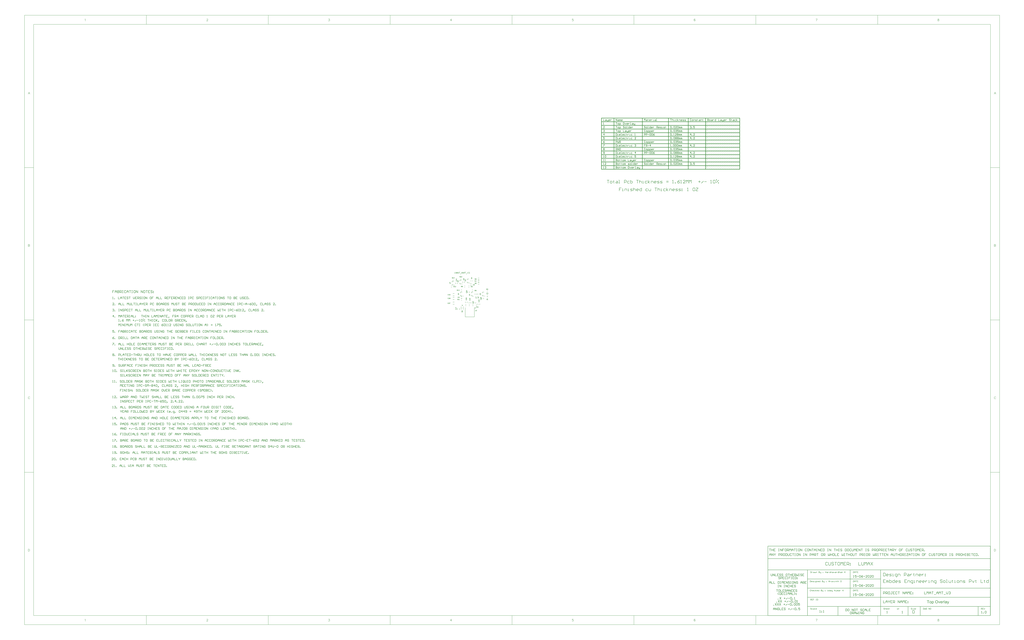
<source format=gto>
G04 Layer_Color=65535*
%FSLAX25Y25*%
%MOIN*%
G70*
G01*
G75*
%ADD21C,0.01500*%
%ADD24C,0.00800*%
%ADD26C,0.00100*%
%ADD27C,0.01000*%
%ADD28C,0.00500*%
%ADD29C,0.00700*%
G36*
X57771Y132900D02*
X57115D01*
Y137196D01*
X55615Y132900D01*
X55006D01*
X53530Y137266D01*
Y132900D01*
X52874D01*
Y138031D01*
X53889D01*
X55108Y134399D01*
Y134392D01*
X55115Y134376D01*
X55123Y134353D01*
X55131Y134314D01*
X55162Y134228D01*
X55201Y134118D01*
X55240Y133993D01*
X55279Y133868D01*
X55318Y133744D01*
X55350Y133642D01*
X55357Y133658D01*
X55365Y133697D01*
X55389Y133759D01*
X55420Y133845D01*
X55451Y133962D01*
X55498Y134103D01*
X55560Y134267D01*
X55623Y134462D01*
X56849Y138031D01*
X57771D01*
Y132900D01*
D02*
G37*
G36*
X33888D02*
X33232D01*
Y137196D01*
X31732Y132900D01*
X31123D01*
X29647Y137266D01*
Y132900D01*
X28991D01*
Y138031D01*
X30006D01*
X31225Y134399D01*
Y134392D01*
X31232Y134376D01*
X31240Y134353D01*
X31248Y134314D01*
X31279Y134228D01*
X31318Y134118D01*
X31357Y133993D01*
X31396Y133868D01*
X31435Y133744D01*
X31467Y133642D01*
X31475Y133658D01*
X31482Y133697D01*
X31506Y133759D01*
X31537Y133845D01*
X31568Y133962D01*
X31615Y134103D01*
X31678Y134267D01*
X31740Y134462D01*
X32966Y138031D01*
X33888D01*
Y132900D01*
D02*
G37*
G36*
X69376D02*
X68681D01*
X66690Y138031D01*
X67432D01*
X68759Y134306D01*
Y134298D01*
X68767Y134282D01*
X68775Y134259D01*
X68791Y134228D01*
X68814Y134142D01*
X68853Y134032D01*
X68900Y133900D01*
X68947Y133759D01*
X69033Y133462D01*
Y133470D01*
X69041Y133478D01*
X69048Y133501D01*
X69056Y133533D01*
X69080Y133618D01*
X69111Y133728D01*
X69150Y133853D01*
X69197Y133993D01*
X69252Y134150D01*
X69306Y134306D01*
X70696Y138031D01*
X71384D01*
X69376Y132900D01*
D02*
G37*
G36*
X1607503Y-939335D02*
X1607620D01*
X1607767Y-939350D01*
X1607913Y-939379D01*
X1608089Y-939394D01*
X1608455Y-939482D01*
X1608865Y-939599D01*
X1609274Y-939745D01*
X1609479Y-939847D01*
X1609684Y-939965D01*
X1609699D01*
X1609728Y-939994D01*
X1609787Y-940023D01*
X1609860Y-940082D01*
X1609948Y-940140D01*
X1610050Y-940228D01*
X1610285Y-940419D01*
X1610548Y-940667D01*
X1610826Y-940975D01*
X1611075Y-941326D01*
X1611309Y-941736D01*
Y-941751D01*
X1611339Y-941795D01*
X1611368Y-941853D01*
X1611397Y-941941D01*
X1611441Y-942043D01*
X1611485Y-942175D01*
X1611544Y-942322D01*
X1611602Y-942483D01*
X1611646Y-942673D01*
X1611705Y-942863D01*
X1611793Y-943303D01*
X1611851Y-943786D01*
X1611880Y-944313D01*
Y-944327D01*
Y-944371D01*
Y-944459D01*
X1611866Y-944562D01*
Y-944693D01*
X1611851Y-944840D01*
X1611836Y-945001D01*
X1611807Y-945191D01*
X1611734Y-945601D01*
X1611632Y-946040D01*
X1611485Y-946494D01*
X1611280Y-946933D01*
Y-946948D01*
X1611251Y-946977D01*
X1611222Y-947036D01*
X1611178Y-947124D01*
X1611105Y-947211D01*
X1611031Y-947329D01*
X1610856Y-947577D01*
X1610621Y-947856D01*
X1610329Y-948148D01*
X1609992Y-948427D01*
X1609611Y-948675D01*
X1609597D01*
X1609567Y-948705D01*
X1609509Y-948734D01*
X1609421Y-948763D01*
X1609318Y-948807D01*
X1609201Y-948866D01*
X1609069Y-948910D01*
X1608908Y-948968D01*
X1608572Y-949071D01*
X1608176Y-949173D01*
X1607737Y-949232D01*
X1607283Y-949261D01*
X1607152D01*
X1607049Y-949246D01*
X1606932D01*
X1606800Y-949232D01*
X1606639Y-949203D01*
X1606464Y-949173D01*
X1606098Y-949100D01*
X1605688Y-948983D01*
X1605263Y-948822D01*
X1605058Y-948734D01*
X1604853Y-948617D01*
X1604839Y-948602D01*
X1604809Y-948588D01*
X1604751Y-948544D01*
X1604678Y-948500D01*
X1604590Y-948427D01*
X1604487Y-948353D01*
X1604253Y-948148D01*
X1603989Y-947885D01*
X1603711Y-947592D01*
X1603462Y-947226D01*
X1603228Y-946831D01*
Y-946816D01*
X1603199Y-946772D01*
X1603184Y-946714D01*
X1603140Y-946626D01*
X1603096Y-946523D01*
X1603053Y-946406D01*
X1603009Y-946260D01*
X1602965Y-946099D01*
X1602906Y-945923D01*
X1602862Y-945747D01*
X1602774Y-945337D01*
X1602716Y-944898D01*
X1602687Y-944430D01*
Y-944401D01*
Y-944327D01*
X1602701Y-944196D01*
Y-944035D01*
X1602730Y-943830D01*
X1602760Y-943595D01*
X1602789Y-943347D01*
X1602847Y-943054D01*
X1602921Y-942761D01*
X1602994Y-942453D01*
X1603096Y-942146D01*
X1603228Y-941839D01*
X1603375Y-941531D01*
X1603536Y-941224D01*
X1603741Y-940946D01*
X1603960Y-940682D01*
X1603975Y-940667D01*
X1604019Y-940623D01*
X1604092Y-940550D01*
X1604194Y-940462D01*
X1604326Y-940360D01*
X1604473Y-940257D01*
X1604648Y-940126D01*
X1604853Y-939994D01*
X1605087Y-939877D01*
X1605336Y-939745D01*
X1605614Y-939643D01*
X1605907Y-939525D01*
X1606215Y-939452D01*
X1606551Y-939379D01*
X1606917Y-939335D01*
X1607283Y-939320D01*
X1607415D01*
X1607503Y-939335D01*
D02*
G37*
G36*
X1587315Y-941985D02*
X1587446Y-942000D01*
X1587578Y-942014D01*
X1587739Y-942043D01*
X1587915Y-942087D01*
X1588281Y-942205D01*
X1588471Y-942278D01*
X1588676Y-942366D01*
X1588866Y-942483D01*
X1589057Y-942614D01*
X1589247Y-942761D01*
X1589423Y-942922D01*
X1589437Y-942937D01*
X1589467Y-942966D01*
X1589511Y-943024D01*
X1589569Y-943098D01*
X1589642Y-943185D01*
X1589715Y-943303D01*
X1589803Y-943449D01*
X1589891Y-943595D01*
X1589964Y-943771D01*
X1590052Y-943976D01*
X1590125Y-944181D01*
X1590199Y-944415D01*
X1590257Y-944664D01*
X1590301Y-944942D01*
X1590330Y-945220D01*
X1590345Y-945528D01*
Y-945543D01*
Y-945586D01*
Y-945660D01*
Y-945747D01*
X1590330Y-945865D01*
Y-945996D01*
X1590316Y-946143D01*
X1590301Y-946304D01*
X1590242Y-946640D01*
X1590169Y-946992D01*
X1590067Y-947343D01*
X1589935Y-947651D01*
Y-947665D01*
X1589920Y-947680D01*
X1589862Y-947782D01*
X1589759Y-947914D01*
X1589628Y-948090D01*
X1589467Y-948280D01*
X1589262Y-948470D01*
X1589027Y-948661D01*
X1588749Y-948837D01*
X1588735D01*
X1588720Y-948851D01*
X1588676Y-948880D01*
X1588617Y-948895D01*
X1588456Y-948968D01*
X1588251Y-949041D01*
X1588003Y-949129D01*
X1587724Y-949188D01*
X1587417Y-949246D01*
X1587080Y-949261D01*
X1586934D01*
X1586831Y-949246D01*
X1586714Y-949232D01*
X1586568Y-949217D01*
X1586407Y-949188D01*
X1586231Y-949144D01*
X1585865Y-949027D01*
X1585660Y-948954D01*
X1585470Y-948866D01*
X1585265Y-948763D01*
X1585075Y-948631D01*
X1584884Y-948485D01*
X1584709Y-948324D01*
X1584694Y-948309D01*
X1584665Y-948280D01*
X1584621Y-948222D01*
X1584577Y-948148D01*
X1584504Y-948046D01*
X1584430Y-947929D01*
X1584343Y-947797D01*
X1584269Y-947636D01*
X1584181Y-947446D01*
X1584094Y-947255D01*
X1584021Y-947021D01*
X1583962Y-946787D01*
X1583903Y-946523D01*
X1583859Y-946245D01*
X1583830Y-945938D01*
X1583815Y-945616D01*
Y-945586D01*
Y-945528D01*
X1583830Y-945425D01*
Y-945294D01*
X1583845Y-945133D01*
X1583874Y-944957D01*
X1583903Y-944752D01*
X1583947Y-944532D01*
X1584006Y-944298D01*
X1584079Y-944064D01*
X1584167Y-943830D01*
X1584269Y-943595D01*
X1584387Y-943361D01*
X1584533Y-943141D01*
X1584694Y-942937D01*
X1584884Y-942746D01*
X1584899Y-942732D01*
X1584928Y-942717D01*
X1584972Y-942673D01*
X1585045Y-942629D01*
X1585133Y-942571D01*
X1585236Y-942497D01*
X1585353Y-942424D01*
X1585499Y-942351D01*
X1585645Y-942292D01*
X1585807Y-942219D01*
X1586187Y-942087D01*
X1586612Y-942000D01*
X1586846Y-941985D01*
X1587080Y-941970D01*
X1587212D01*
X1587315Y-941985D01*
D02*
G37*
G36*
X73500Y138047D02*
X73602Y138031D01*
X73719Y138008D01*
X73852Y137977D01*
X73984Y137930D01*
X74117Y137867D01*
X74125D01*
X74133Y137859D01*
X74180Y137836D01*
X74242Y137797D01*
X74320Y137742D01*
X74406Y137672D01*
X74500Y137586D01*
X74586Y137485D01*
X74664Y137375D01*
X74672Y137359D01*
X74695Y137320D01*
X74726Y137258D01*
X74757Y137180D01*
X74789Y137078D01*
X74820Y136969D01*
X74843Y136852D01*
X74851Y136719D01*
Y136704D01*
Y136664D01*
X74843Y136602D01*
X74828Y136524D01*
X74804Y136430D01*
X74773Y136329D01*
X74734Y136219D01*
X74672Y136118D01*
X74664Y136102D01*
X74640Y136071D01*
X74594Y136024D01*
X74539Y135961D01*
X74461Y135891D01*
X74375Y135821D01*
X74265Y135743D01*
X74141Y135680D01*
X74148D01*
X74164Y135673D01*
X74187D01*
X74219Y135657D01*
X74297Y135634D01*
X74398Y135587D01*
X74508Y135532D01*
X74625Y135454D01*
X74742Y135360D01*
X74843Y135243D01*
X74851Y135227D01*
X74883Y135180D01*
X74922Y135110D01*
X74976Y135017D01*
X75023Y134899D01*
X75062Y134759D01*
X75093Y134595D01*
X75101Y134415D01*
Y134407D01*
Y134384D01*
Y134353D01*
X75093Y134306D01*
X75086Y134243D01*
X75078Y134181D01*
X75062Y134103D01*
X75039Y134025D01*
X74984Y133845D01*
X74945Y133744D01*
X74890Y133650D01*
X74836Y133556D01*
X74773Y133462D01*
X74695Y133369D01*
X74609Y133275D01*
X74601Y133267D01*
X74586Y133251D01*
X74562Y133236D01*
X74523Y133205D01*
X74476Y133166D01*
X74414Y133126D01*
X74344Y133087D01*
X74273Y133048D01*
X74187Y133001D01*
X74094Y132963D01*
X73992Y132923D01*
X73883Y132884D01*
X73766Y132853D01*
X73641Y132837D01*
X73508Y132822D01*
X73375Y132814D01*
X73313D01*
X73266Y132822D01*
X73203Y132830D01*
X73141Y132837D01*
X73063Y132845D01*
X72985Y132861D01*
X72805Y132908D01*
X72618Y132986D01*
X72524Y133025D01*
X72438Y133080D01*
X72344Y133142D01*
X72258Y133212D01*
X72250Y133220D01*
X72243Y133228D01*
X72219Y133251D01*
X72188Y133283D01*
X72157Y133329D01*
X72118Y133376D01*
X72071Y133431D01*
X72032Y133494D01*
X71938Y133650D01*
X71860Y133829D01*
X71790Y134032D01*
X71766Y134142D01*
X71751Y134259D01*
X72383Y134345D01*
Y134337D01*
X72391Y134321D01*
Y134290D01*
X72407Y134259D01*
X72430Y134165D01*
X72469Y134048D01*
X72516Y133923D01*
X72579Y133790D01*
X72657Y133673D01*
X72742Y133572D01*
X72758Y133564D01*
X72789Y133533D01*
X72844Y133501D01*
X72922Y133455D01*
X73008Y133415D01*
X73117Y133376D01*
X73242Y133345D01*
X73375Y133337D01*
X73422D01*
X73453Y133345D01*
X73531Y133353D01*
X73633Y133376D01*
X73758Y133415D01*
X73883Y133462D01*
X74008Y133540D01*
X74125Y133642D01*
X74141Y133658D01*
X74172Y133697D01*
X74219Y133759D01*
X74281Y133853D01*
X74336Y133962D01*
X74383Y134095D01*
X74414Y134243D01*
X74430Y134407D01*
Y134415D01*
Y134423D01*
Y134446D01*
X74422Y134478D01*
X74414Y134556D01*
X74390Y134657D01*
X74359Y134767D01*
X74304Y134892D01*
X74234Y135009D01*
X74141Y135118D01*
X74125Y135134D01*
X74094Y135165D01*
X74031Y135204D01*
X73945Y135259D01*
X73844Y135313D01*
X73719Y135352D01*
X73586Y135384D01*
X73430Y135399D01*
X73360D01*
X73305Y135391D01*
X73242Y135384D01*
X73164Y135376D01*
X73078Y135360D01*
X72985Y135337D01*
X73055Y135891D01*
X73094D01*
X73125Y135883D01*
X73227D01*
X73297Y135891D01*
X73399Y135907D01*
X73508Y135930D01*
X73625Y135969D01*
X73750Y136016D01*
X73875Y136086D01*
X73891Y136094D01*
X73930Y136126D01*
X73976Y136180D01*
X74039Y136250D01*
X74102Y136336D01*
X74148Y136446D01*
X74187Y136579D01*
X74203Y136735D01*
Y136742D01*
Y136750D01*
Y136789D01*
X74187Y136852D01*
X74172Y136938D01*
X74148Y137024D01*
X74102Y137117D01*
X74047Y137219D01*
X73969Y137305D01*
X73961Y137313D01*
X73930Y137344D01*
X73875Y137383D01*
X73805Y137422D01*
X73719Y137469D01*
X73617Y137500D01*
X73500Y137531D01*
X73367Y137539D01*
X73305D01*
X73235Y137523D01*
X73156Y137508D01*
X73055Y137485D01*
X72953Y137438D01*
X72852Y137383D01*
X72750Y137305D01*
X72742Y137297D01*
X72711Y137266D01*
X72672Y137211D01*
X72625Y137133D01*
X72571Y137039D01*
X72524Y136922D01*
X72477Y136782D01*
X72446Y136618D01*
X71813Y136727D01*
Y136735D01*
X71821Y136758D01*
X71829Y136789D01*
X71837Y136828D01*
X71852Y136883D01*
X71868Y136946D01*
X71922Y137086D01*
X71985Y137242D01*
X72079Y137406D01*
X72188Y137563D01*
X72329Y137703D01*
X72336Y137711D01*
X72344Y137719D01*
X72368Y137734D01*
X72407Y137758D01*
X72446Y137781D01*
X72493Y137812D01*
X72610Y137883D01*
X72758Y137945D01*
X72938Y138000D01*
X73133Y138039D01*
X73242Y138055D01*
X73422D01*
X73500Y138047D01*
D02*
G37*
G36*
X62535Y137430D02*
X60848D01*
Y132900D01*
X60168D01*
Y137430D01*
X58482D01*
Y138031D01*
X62535D01*
Y137430D01*
D02*
G37*
G36*
X25679Y133501D02*
X28202D01*
Y132900D01*
X25000D01*
Y138031D01*
X25679D01*
Y133501D01*
D02*
G37*
G36*
X66744Y131479D02*
X62574D01*
Y131932D01*
X66744D01*
Y131479D01*
D02*
G37*
G36*
X47641D02*
X43471D01*
Y131932D01*
X47641D01*
Y131479D01*
D02*
G37*
G36*
X52343Y132900D02*
X51577D01*
X50984Y134454D01*
X48828D01*
X48274Y132900D01*
X47555D01*
X49516Y138031D01*
X50257D01*
X52343Y132900D01*
D02*
G37*
G36*
X43432Y137430D02*
X41745D01*
Y132900D01*
X41065D01*
Y137430D01*
X39378D01*
Y138031D01*
X43432D01*
Y137430D01*
D02*
G37*
G36*
X39206Y132900D02*
X38441D01*
X37847Y134454D01*
X35692D01*
X35137Y132900D01*
X34419D01*
X36379Y138031D01*
X37121D01*
X39206Y132900D01*
D02*
G37*
G36*
X1638247Y-941985D02*
X1638452Y-942000D01*
X1638686Y-942029D01*
X1638935Y-942058D01*
X1639169Y-942117D01*
X1639389Y-942190D01*
X1639418Y-942205D01*
X1639477Y-942219D01*
X1639579Y-942278D01*
X1639696Y-942336D01*
X1639828Y-942410D01*
X1639975Y-942497D01*
X1640092Y-942600D01*
X1640209Y-942717D01*
X1640223Y-942732D01*
X1640253Y-942776D01*
X1640297Y-942834D01*
X1640355Y-942937D01*
X1640414Y-943054D01*
X1640472Y-943185D01*
X1640531Y-943347D01*
X1640575Y-943522D01*
Y-943537D01*
X1640589Y-943581D01*
X1640604Y-943654D01*
X1640619Y-943771D01*
Y-943917D01*
X1640633Y-944108D01*
X1640648Y-944327D01*
Y-944606D01*
Y-946187D01*
Y-946201D01*
Y-946260D01*
Y-946348D01*
Y-946450D01*
Y-946582D01*
Y-946728D01*
X1640663Y-947065D01*
Y-947431D01*
X1640677Y-947768D01*
X1640692Y-947929D01*
Y-948061D01*
X1640707Y-948178D01*
X1640721Y-948280D01*
Y-948295D01*
X1640736Y-948353D01*
X1640751Y-948441D01*
X1640780Y-948544D01*
X1640824Y-948661D01*
X1640882Y-948807D01*
X1641014Y-949100D01*
X1639784D01*
X1639770Y-949085D01*
X1639755Y-949041D01*
X1639726Y-948954D01*
X1639682Y-948851D01*
X1639638Y-948719D01*
X1639609Y-948573D01*
X1639579Y-948412D01*
X1639550Y-948222D01*
X1639521Y-948251D01*
X1639433Y-948309D01*
X1639316Y-948412D01*
X1639140Y-948529D01*
X1638950Y-948675D01*
X1638730Y-948807D01*
X1638511Y-948924D01*
X1638276Y-949027D01*
X1638247Y-949041D01*
X1638174Y-949056D01*
X1638057Y-949100D01*
X1637896Y-949144D01*
X1637691Y-949188D01*
X1637471Y-949217D01*
X1637237Y-949246D01*
X1636973Y-949261D01*
X1636871D01*
X1636783Y-949246D01*
X1636695D01*
X1636578Y-949232D01*
X1636329Y-949188D01*
X1636036Y-949129D01*
X1635758Y-949027D01*
X1635465Y-948895D01*
X1635217Y-948705D01*
X1635187Y-948675D01*
X1635114Y-948602D01*
X1635026Y-948485D01*
X1634909Y-948309D01*
X1634792Y-948104D01*
X1634704Y-947870D01*
X1634631Y-947577D01*
X1634602Y-947270D01*
Y-947241D01*
Y-947182D01*
X1634616Y-947080D01*
X1634631Y-946963D01*
X1634660Y-946816D01*
X1634690Y-946655D01*
X1634748Y-946494D01*
X1634821Y-946333D01*
X1634836Y-946318D01*
X1634865Y-946260D01*
X1634909Y-946187D01*
X1634982Y-946084D01*
X1635070Y-945982D01*
X1635187Y-945865D01*
X1635304Y-945762D01*
X1635436Y-945660D01*
X1635451Y-945645D01*
X1635509Y-945616D01*
X1635583Y-945572D01*
X1635685Y-945513D01*
X1635817Y-945440D01*
X1635949Y-945381D01*
X1636110Y-945323D01*
X1636285Y-945264D01*
X1636300D01*
X1636358Y-945250D01*
X1636432Y-945235D01*
X1636549Y-945206D01*
X1636695Y-945177D01*
X1636885Y-945147D01*
X1637090Y-945118D01*
X1637339Y-945089D01*
X1637354D01*
X1637398Y-945074D01*
X1637471D01*
X1637574Y-945059D01*
X1637691Y-945045D01*
X1637823Y-945030D01*
X1638145Y-944971D01*
X1638481Y-944913D01*
X1638833Y-944854D01*
X1639169Y-944767D01*
X1639316Y-944723D01*
X1639448Y-944679D01*
Y-944664D01*
Y-944635D01*
X1639462Y-944547D01*
Y-944444D01*
Y-944401D01*
Y-944371D01*
Y-944357D01*
Y-944342D01*
Y-944254D01*
X1639448Y-944122D01*
X1639418Y-943976D01*
X1639374Y-943815D01*
X1639316Y-943639D01*
X1639243Y-943493D01*
X1639125Y-943361D01*
X1639111Y-943347D01*
X1639038Y-943303D01*
X1638935Y-943229D01*
X1638789Y-943156D01*
X1638598Y-943083D01*
X1638364Y-943010D01*
X1638086Y-942966D01*
X1637779Y-942951D01*
X1637647D01*
X1637500Y-942966D01*
X1637310Y-942980D01*
X1637105Y-943024D01*
X1636915Y-943068D01*
X1636710Y-943141D01*
X1636549Y-943244D01*
X1636534Y-943259D01*
X1636490Y-943303D01*
X1636417Y-943376D01*
X1636329Y-943478D01*
X1636227Y-943625D01*
X1636139Y-943800D01*
X1636036Y-944020D01*
X1635963Y-944269D01*
X1634807Y-944108D01*
Y-944093D01*
X1634821Y-944079D01*
X1634836Y-943991D01*
X1634880Y-943859D01*
X1634924Y-943683D01*
X1634997Y-943493D01*
X1635085Y-943303D01*
X1635187Y-943098D01*
X1635319Y-942922D01*
X1635334Y-942907D01*
X1635392Y-942849D01*
X1635465Y-942761D01*
X1635583Y-942658D01*
X1635729Y-942556D01*
X1635919Y-942439D01*
X1636124Y-942322D01*
X1636358Y-942219D01*
X1636373D01*
X1636388Y-942205D01*
X1636432Y-942190D01*
X1636476Y-942175D01*
X1636622Y-942146D01*
X1636812Y-942087D01*
X1637047Y-942043D01*
X1637310Y-942014D01*
X1637617Y-941985D01*
X1637940Y-941970D01*
X1638086D01*
X1638247Y-941985D01*
D02*
G37*
G36*
X1630327D02*
X1630488Y-942014D01*
X1630663Y-942073D01*
X1630869Y-942131D01*
X1631088Y-942234D01*
X1631322Y-942366D01*
X1630898Y-943449D01*
X1630883Y-943434D01*
X1630825Y-943405D01*
X1630737Y-943361D01*
X1630634Y-943317D01*
X1630503Y-943273D01*
X1630356Y-943229D01*
X1630195Y-943200D01*
X1630034Y-943185D01*
X1629975D01*
X1629902Y-943200D01*
X1629800Y-943215D01*
X1629697Y-943244D01*
X1629580Y-943288D01*
X1629463Y-943347D01*
X1629346Y-943420D01*
X1629331Y-943434D01*
X1629302Y-943464D01*
X1629243Y-943522D01*
X1629185Y-943595D01*
X1629112Y-943683D01*
X1629038Y-943800D01*
X1628980Y-943932D01*
X1628921Y-944079D01*
X1628907Y-944108D01*
X1628892Y-944181D01*
X1628863Y-944313D01*
X1628834Y-944488D01*
X1628790Y-944693D01*
X1628760Y-944928D01*
X1628746Y-945177D01*
X1628731Y-945455D01*
Y-949100D01*
X1627545D01*
Y-942131D01*
X1628614D01*
Y-943171D01*
X1628629Y-943156D01*
X1628687Y-943068D01*
X1628760Y-942937D01*
X1628848Y-942790D01*
X1628965Y-942629D01*
X1629097Y-942468D01*
X1629214Y-942322D01*
X1629346Y-942219D01*
X1629361Y-942205D01*
X1629404Y-942175D01*
X1629478Y-942146D01*
X1629580Y-942087D01*
X1629683Y-942043D01*
X1629814Y-942014D01*
X1629961Y-941985D01*
X1630107Y-941970D01*
X1630210D01*
X1630327Y-941985D01*
D02*
G37*
G36*
X1645538Y-949217D02*
Y-949232D01*
X1645523Y-949261D01*
X1645494Y-949320D01*
X1645465Y-949407D01*
X1645435Y-949495D01*
X1645391Y-949598D01*
X1645304Y-949847D01*
X1645186Y-950110D01*
X1645084Y-950359D01*
X1644981Y-950608D01*
X1644923Y-950710D01*
X1644879Y-950798D01*
X1644864Y-950828D01*
X1644820Y-950886D01*
X1644762Y-950989D01*
X1644674Y-951120D01*
X1644557Y-951252D01*
X1644440Y-951398D01*
X1644293Y-951530D01*
X1644147Y-951647D01*
X1644132Y-951662D01*
X1644074Y-951691D01*
X1643986Y-951735D01*
X1643869Y-951779D01*
X1643737Y-951838D01*
X1643561Y-951882D01*
X1643386Y-951911D01*
X1643181Y-951925D01*
X1643122D01*
X1643049Y-951911D01*
X1642961D01*
X1642844Y-951896D01*
X1642712Y-951867D01*
X1642419Y-951779D01*
X1642288Y-950681D01*
X1642302D01*
X1642346Y-950696D01*
X1642419Y-950710D01*
X1642522Y-950740D01*
X1642727Y-950784D01*
X1642961Y-950798D01*
X1643034D01*
X1643093Y-950784D01*
X1643195D01*
X1643400Y-950740D01*
X1643503Y-950710D01*
X1643591Y-950667D01*
X1643605D01*
X1643635Y-950637D01*
X1643678Y-950608D01*
X1643722Y-950564D01*
X1643854Y-950447D01*
X1643986Y-950286D01*
Y-950271D01*
X1644001Y-950242D01*
X1644030Y-950198D01*
X1644074Y-950110D01*
X1644118Y-949993D01*
X1644176Y-949847D01*
X1644249Y-949642D01*
X1644337Y-949407D01*
X1644352Y-949393D01*
X1644367Y-949334D01*
X1644411Y-949246D01*
X1644454Y-949115D01*
X1641805Y-942131D01*
X1643064D01*
X1644513Y-946143D01*
Y-946157D01*
X1644528Y-946172D01*
X1644542Y-946216D01*
X1644557Y-946274D01*
X1644615Y-946436D01*
X1644689Y-946640D01*
X1644762Y-946875D01*
X1644850Y-947153D01*
X1644938Y-947446D01*
X1645025Y-947753D01*
Y-947738D01*
X1645040Y-947724D01*
Y-947680D01*
X1645069Y-947621D01*
X1645099Y-947460D01*
X1645157Y-947270D01*
X1645230Y-947036D01*
X1645318Y-946772D01*
X1645406Y-946494D01*
X1645509Y-946201D01*
X1647002Y-942131D01*
X1648173D01*
X1645538Y-949217D01*
D02*
G37*
G36*
X1616404Y-949100D02*
X1615291D01*
X1612642Y-942131D01*
X1613886D01*
X1615379Y-946318D01*
X1615394Y-946348D01*
X1615423Y-946436D01*
X1615467Y-946567D01*
X1615526Y-946743D01*
X1615599Y-946948D01*
X1615672Y-947182D01*
X1615760Y-947446D01*
X1615833Y-947709D01*
X1615848Y-947680D01*
X1615862Y-947607D01*
X1615906Y-947490D01*
X1615950Y-947343D01*
X1616009Y-947153D01*
X1616082Y-946919D01*
X1616170Y-946670D01*
X1616272Y-946392D01*
X1617824Y-942131D01*
X1619039D01*
X1616404Y-949100D01*
D02*
G37*
G36*
X1623168Y-941985D02*
X1623285Y-942000D01*
X1623431Y-942014D01*
X1623578Y-942043D01*
X1623753Y-942087D01*
X1624105Y-942205D01*
X1624295Y-942278D01*
X1624485Y-942380D01*
X1624676Y-942483D01*
X1624866Y-942614D01*
X1625042Y-942761D01*
X1625217Y-942937D01*
X1625232Y-942951D01*
X1625261Y-942980D01*
X1625305Y-943039D01*
X1625364Y-943112D01*
X1625422Y-943215D01*
X1625496Y-943332D01*
X1625583Y-943464D01*
X1625671Y-943625D01*
X1625744Y-943815D01*
X1625832Y-944005D01*
X1625905Y-944225D01*
X1625979Y-944474D01*
X1626023Y-944723D01*
X1626067Y-945001D01*
X1626096Y-945294D01*
X1626110Y-945616D01*
Y-945630D01*
Y-945689D01*
Y-945791D01*
X1626096Y-945923D01*
X1620913D01*
Y-945938D01*
Y-945967D01*
X1620928Y-946040D01*
Y-946113D01*
X1620943Y-946216D01*
X1620957Y-946318D01*
X1621016Y-946582D01*
X1621104Y-946860D01*
X1621206Y-947153D01*
X1621367Y-947446D01*
X1621557Y-947695D01*
X1621587Y-947724D01*
X1621660Y-947782D01*
X1621792Y-947885D01*
X1621953Y-947987D01*
X1622172Y-948104D01*
X1622421Y-948207D01*
X1622699Y-948265D01*
X1623007Y-948295D01*
X1623124D01*
X1623241Y-948280D01*
X1623387Y-948251D01*
X1623563Y-948207D01*
X1623753Y-948148D01*
X1623944Y-948075D01*
X1624119Y-947958D01*
X1624134Y-947943D01*
X1624193Y-947885D01*
X1624281Y-947812D01*
X1624383Y-947680D01*
X1624500Y-947534D01*
X1624617Y-947343D01*
X1624734Y-947109D01*
X1624851Y-946845D01*
X1626067Y-947007D01*
Y-947021D01*
X1626052Y-947050D01*
X1626037Y-947109D01*
X1626008Y-947182D01*
X1625979Y-947270D01*
X1625935Y-947373D01*
X1625818Y-947621D01*
X1625671Y-947885D01*
X1625496Y-948163D01*
X1625261Y-948441D01*
X1624998Y-948675D01*
X1624983D01*
X1624969Y-948705D01*
X1624925Y-948734D01*
X1624851Y-948763D01*
X1624778Y-948807D01*
X1624690Y-948866D01*
X1624588Y-948910D01*
X1624456Y-948968D01*
X1624178Y-949071D01*
X1623827Y-949173D01*
X1623446Y-949232D01*
X1623007Y-949261D01*
X1622860D01*
X1622758Y-949246D01*
X1622626Y-949232D01*
X1622480Y-949217D01*
X1622319Y-949188D01*
X1622128Y-949144D01*
X1621748Y-949027D01*
X1621543Y-948954D01*
X1621353Y-948866D01*
X1621148Y-948763D01*
X1620957Y-948631D01*
X1620767Y-948485D01*
X1620591Y-948324D01*
X1620577Y-948309D01*
X1620547Y-948280D01*
X1620503Y-948222D01*
X1620459Y-948148D01*
X1620386Y-948061D01*
X1620313Y-947943D01*
X1620225Y-947797D01*
X1620152Y-947636D01*
X1620064Y-947460D01*
X1619976Y-947270D01*
X1619903Y-947050D01*
X1619845Y-946816D01*
X1619786Y-946567D01*
X1619742Y-946289D01*
X1619713Y-945996D01*
X1619698Y-945689D01*
Y-945674D01*
Y-945616D01*
Y-945513D01*
X1619713Y-945396D01*
X1619727Y-945250D01*
X1619742Y-945074D01*
X1619771Y-944884D01*
X1619815Y-944679D01*
X1619918Y-944240D01*
X1619991Y-944020D01*
X1620079Y-943786D01*
X1620181Y-943566D01*
X1620298Y-943347D01*
X1620430Y-943141D01*
X1620591Y-942951D01*
X1620606Y-942937D01*
X1620635Y-942907D01*
X1620679Y-942863D01*
X1620752Y-942790D01*
X1620840Y-942717D01*
X1620957Y-942644D01*
X1621074Y-942556D01*
X1621221Y-942453D01*
X1621382Y-942366D01*
X1621557Y-942278D01*
X1621748Y-942205D01*
X1621967Y-942117D01*
X1622187Y-942058D01*
X1622421Y-942014D01*
X1622670Y-941985D01*
X1622934Y-941970D01*
X1623065D01*
X1623168Y-941985D01*
D02*
G37*
G36*
X1583098Y-940609D02*
X1579936D01*
Y-949100D01*
X1578662D01*
Y-940609D01*
X1575500D01*
Y-939482D01*
X1583098D01*
Y-940609D01*
D02*
G37*
G36*
X1595132Y-942000D02*
X1595337Y-942029D01*
X1595586Y-942087D01*
X1595850Y-942161D01*
X1596113Y-942278D01*
X1596377Y-942439D01*
X1596391D01*
X1596406Y-942453D01*
X1596494Y-942527D01*
X1596611Y-942629D01*
X1596772Y-942776D01*
X1596933Y-942951D01*
X1597109Y-943185D01*
X1597270Y-943434D01*
X1597416Y-943742D01*
Y-943756D01*
X1597431Y-943786D01*
X1597445Y-943830D01*
X1597475Y-943888D01*
X1597504Y-943961D01*
X1597533Y-944064D01*
X1597592Y-944283D01*
X1597650Y-944562D01*
X1597709Y-944869D01*
X1597753Y-945206D01*
X1597767Y-945572D01*
Y-945586D01*
Y-945616D01*
Y-945674D01*
Y-945747D01*
X1597753Y-945850D01*
Y-945952D01*
X1597723Y-946216D01*
X1597665Y-946509D01*
X1597606Y-946831D01*
X1597504Y-947167D01*
X1597372Y-947504D01*
Y-947519D01*
X1597357Y-947548D01*
X1597328Y-947592D01*
X1597299Y-947651D01*
X1597211Y-947797D01*
X1597094Y-947987D01*
X1596933Y-948192D01*
X1596743Y-948412D01*
X1596523Y-948617D01*
X1596259Y-948807D01*
X1596245D01*
X1596230Y-948822D01*
X1596186Y-948851D01*
X1596128Y-948880D01*
X1595981Y-948954D01*
X1595791Y-949027D01*
X1595557Y-949115D01*
X1595308Y-949188D01*
X1595015Y-949246D01*
X1594722Y-949261D01*
X1594620D01*
X1594517Y-949246D01*
X1594371Y-949232D01*
X1594210Y-949203D01*
X1594034Y-949159D01*
X1593844Y-949100D01*
X1593668Y-949027D01*
X1593654Y-949012D01*
X1593595Y-948983D01*
X1593507Y-948924D01*
X1593405Y-948851D01*
X1593273Y-948763D01*
X1593156Y-948661D01*
X1593024Y-948529D01*
X1592907Y-948397D01*
Y-951764D01*
X1591721D01*
Y-942131D01*
X1592805D01*
Y-943039D01*
X1592819Y-943010D01*
X1592863Y-942951D01*
X1592951Y-942863D01*
X1593053Y-942746D01*
X1593171Y-942614D01*
X1593317Y-942483D01*
X1593478Y-942351D01*
X1593654Y-942249D01*
X1593683Y-942234D01*
X1593741Y-942205D01*
X1593844Y-942161D01*
X1593976Y-942102D01*
X1594151Y-942058D01*
X1594342Y-942014D01*
X1594561Y-941985D01*
X1594810Y-941970D01*
X1594957D01*
X1595132Y-942000D01*
D02*
G37*
G36*
X1633182Y-949100D02*
X1631996D01*
Y-939482D01*
X1633182D01*
Y-949100D01*
D02*
G37*
%LPC*%
G36*
X1607283Y-940419D02*
X1607152D01*
X1607064Y-940433D01*
X1606947Y-940448D01*
X1606800Y-940462D01*
X1606654Y-940492D01*
X1606493Y-940536D01*
X1606127Y-940653D01*
X1605937Y-940726D01*
X1605746Y-940814D01*
X1605541Y-940916D01*
X1605351Y-941048D01*
X1605161Y-941194D01*
X1604970Y-941355D01*
X1604956Y-941370D01*
X1604926Y-941399D01*
X1604882Y-941458D01*
X1604824Y-941531D01*
X1604751Y-941634D01*
X1604663Y-941765D01*
X1604575Y-941912D01*
X1604487Y-942087D01*
X1604399Y-942292D01*
X1604312Y-942512D01*
X1604224Y-942761D01*
X1604151Y-943054D01*
X1604092Y-943361D01*
X1604048Y-943683D01*
X1604019Y-944049D01*
X1604004Y-944444D01*
Y-944459D01*
Y-944518D01*
Y-944606D01*
X1604019Y-944737D01*
X1604033Y-944884D01*
X1604048Y-945045D01*
X1604077Y-945235D01*
X1604121Y-945440D01*
X1604224Y-945879D01*
X1604312Y-946099D01*
X1604399Y-946333D01*
X1604502Y-946553D01*
X1604619Y-946772D01*
X1604765Y-946992D01*
X1604926Y-947182D01*
X1604941Y-947197D01*
X1604970Y-947226D01*
X1605029Y-947270D01*
X1605102Y-947343D01*
X1605190Y-947416D01*
X1605292Y-947490D01*
X1605424Y-947592D01*
X1605571Y-947680D01*
X1605732Y-947768D01*
X1605907Y-947856D01*
X1606098Y-947943D01*
X1606317Y-948017D01*
X1606537Y-948090D01*
X1606771Y-948134D01*
X1607005Y-948163D01*
X1607269Y-948178D01*
X1607401D01*
X1607503Y-948163D01*
X1607635Y-948148D01*
X1607767Y-948119D01*
X1607928Y-948090D01*
X1608103Y-948046D01*
X1608469Y-947929D01*
X1608674Y-947856D01*
X1608865Y-947753D01*
X1609069Y-947636D01*
X1609260Y-947504D01*
X1609450Y-947358D01*
X1609626Y-947182D01*
X1609641Y-947167D01*
X1609670Y-947138D01*
X1609714Y-947080D01*
X1609772Y-946992D01*
X1609845Y-946889D01*
X1609919Y-946758D01*
X1610007Y-946611D01*
X1610094Y-946450D01*
X1610182Y-946245D01*
X1610270Y-946040D01*
X1610343Y-945806D01*
X1610416Y-945543D01*
X1610475Y-945264D01*
X1610519Y-944971D01*
X1610548Y-944649D01*
X1610563Y-944313D01*
Y-944298D01*
Y-944254D01*
Y-944196D01*
Y-944122D01*
X1610548Y-944020D01*
Y-943888D01*
X1610519Y-943610D01*
X1610460Y-943303D01*
X1610387Y-942951D01*
X1610285Y-942600D01*
X1610153Y-942263D01*
Y-942249D01*
X1610138Y-942219D01*
X1610109Y-942175D01*
X1610080Y-942117D01*
X1609992Y-941956D01*
X1609860Y-941765D01*
X1609699Y-941546D01*
X1609494Y-941311D01*
X1609260Y-941092D01*
X1608996Y-940902D01*
X1608982D01*
X1608967Y-940887D01*
X1608923Y-940858D01*
X1608865Y-940828D01*
X1608703Y-940755D01*
X1608499Y-940653D01*
X1608250Y-940565D01*
X1607957Y-940492D01*
X1607635Y-940433D01*
X1607283Y-940419D01*
D02*
G37*
G36*
X1587241Y-942951D02*
X1586992D01*
X1586934Y-942966D01*
X1586773Y-942980D01*
X1586568Y-943039D01*
X1586334Y-943112D01*
X1586085Y-943229D01*
X1585836Y-943405D01*
X1585719Y-943507D01*
X1585602Y-943625D01*
X1585572Y-943654D01*
X1585543Y-943698D01*
X1585514Y-943742D01*
X1585470Y-943815D01*
X1585426Y-943903D01*
X1585367Y-944005D01*
X1585323Y-944122D01*
X1585265Y-944254D01*
X1585206Y-944401D01*
X1585162Y-944562D01*
X1585118Y-944752D01*
X1585089Y-944942D01*
X1585060Y-945162D01*
X1585031Y-945381D01*
Y-945630D01*
Y-945645D01*
Y-945689D01*
Y-945762D01*
X1585045Y-945850D01*
Y-945952D01*
X1585060Y-946084D01*
X1585104Y-946377D01*
X1585177Y-946699D01*
X1585265Y-947036D01*
X1585411Y-947358D01*
X1585499Y-947504D01*
X1585602Y-947636D01*
X1585631Y-947665D01*
X1585704Y-947738D01*
X1585836Y-947841D01*
X1586012Y-947958D01*
X1586217Y-948090D01*
X1586480Y-948192D01*
X1586758Y-948265D01*
X1586919Y-948280D01*
X1587080Y-948295D01*
X1587168D01*
X1587227Y-948280D01*
X1587388Y-948265D01*
X1587593Y-948207D01*
X1587827Y-948134D01*
X1588076Y-948017D01*
X1588310Y-947856D01*
X1588427Y-947753D01*
X1588544Y-947636D01*
Y-947621D01*
X1588573Y-947607D01*
X1588603Y-947563D01*
X1588632Y-947504D01*
X1588676Y-947431D01*
X1588735Y-947343D01*
X1588778Y-947241D01*
X1588837Y-947124D01*
X1588896Y-946992D01*
X1588939Y-946845D01*
X1588998Y-946670D01*
X1589042Y-946479D01*
X1589071Y-946289D01*
X1589101Y-946070D01*
X1589130Y-945835D01*
Y-945586D01*
Y-945572D01*
Y-945528D01*
Y-945469D01*
X1589115Y-945367D01*
Y-945264D01*
X1589101Y-945147D01*
X1589057Y-944854D01*
X1588983Y-944547D01*
X1588881Y-944210D01*
X1588735Y-943903D01*
X1588530Y-943625D01*
Y-943610D01*
X1588500Y-943595D01*
X1588427Y-943522D01*
X1588295Y-943405D01*
X1588134Y-943288D01*
X1587915Y-943171D01*
X1587666Y-943054D01*
X1587388Y-942980D01*
X1587241Y-942951D01*
D02*
G37*
G36*
X49867Y137500D02*
Y137492D01*
X49859Y137477D01*
Y137453D01*
X49851Y137414D01*
X49836Y137367D01*
X49820Y137313D01*
X49789Y137188D01*
X49750Y137031D01*
X49703Y136867D01*
X49648Y136688D01*
X49586Y136508D01*
X49024Y135009D01*
X50765D01*
X50234Y136422D01*
Y136430D01*
X50226Y136453D01*
X50211Y136485D01*
X50195Y136532D01*
X50172Y136586D01*
X50148Y136649D01*
X50101Y136797D01*
X50039Y136969D01*
X49976Y137149D01*
X49922Y137328D01*
X49867Y137500D01*
D02*
G37*
G36*
X36731D02*
Y137492D01*
X36723Y137477D01*
Y137453D01*
X36715Y137414D01*
X36699Y137367D01*
X36684Y137313D01*
X36652Y137188D01*
X36614Y137031D01*
X36567Y136867D01*
X36512Y136688D01*
X36450Y136508D01*
X35887Y135009D01*
X37629D01*
X37098Y136422D01*
Y136430D01*
X37090Y136453D01*
X37074Y136485D01*
X37059Y136532D01*
X37035Y136586D01*
X37012Y136649D01*
X36965Y136797D01*
X36902Y136969D01*
X36840Y137149D01*
X36785Y137328D01*
X36731Y137500D01*
D02*
G37*
G36*
X1639448Y-945601D02*
X1639418Y-945616D01*
X1639374Y-945630D01*
X1639330Y-945645D01*
X1639257Y-945674D01*
X1639169Y-945689D01*
X1639082Y-945718D01*
X1638964Y-945762D01*
X1638833Y-945791D01*
X1638686Y-945821D01*
X1638540Y-945865D01*
X1638364Y-945909D01*
X1638174Y-945938D01*
X1637969Y-945982D01*
X1637749Y-946011D01*
X1637515Y-946055D01*
X1637486D01*
X1637398Y-946070D01*
X1637266Y-946099D01*
X1637105Y-946128D01*
X1636768Y-946201D01*
X1636607Y-946245D01*
X1636476Y-946289D01*
X1636461D01*
X1636432Y-946318D01*
X1636373Y-946348D01*
X1636315Y-946392D01*
X1636168Y-946509D01*
X1636022Y-946684D01*
Y-946699D01*
X1635992Y-946728D01*
X1635978Y-946772D01*
X1635949Y-946845D01*
X1635890Y-947021D01*
X1635875Y-947124D01*
X1635861Y-947241D01*
Y-947255D01*
Y-947314D01*
X1635875Y-947402D01*
X1635905Y-947519D01*
X1635949Y-947636D01*
X1636007Y-947768D01*
X1636095Y-947900D01*
X1636212Y-948031D01*
X1636227Y-948046D01*
X1636285Y-948075D01*
X1636358Y-948134D01*
X1636476Y-948178D01*
X1636622Y-948236D01*
X1636812Y-948295D01*
X1637017Y-948324D01*
X1637266Y-948339D01*
X1637383D01*
X1637500Y-948324D01*
X1637676Y-948295D01*
X1637852Y-948265D01*
X1638057Y-948222D01*
X1638262Y-948148D01*
X1638467Y-948046D01*
X1638496Y-948031D01*
X1638555Y-947987D01*
X1638657Y-947929D01*
X1638774Y-947826D01*
X1638891Y-947724D01*
X1639023Y-947577D01*
X1639155Y-947416D01*
X1639257Y-947226D01*
X1639272Y-947211D01*
X1639286Y-947153D01*
X1639316Y-947065D01*
X1639360Y-946933D01*
X1639389Y-946758D01*
X1639418Y-946553D01*
X1639433Y-946318D01*
X1639448Y-946040D01*
Y-945601D01*
D02*
G37*
G36*
X1622948Y-942937D02*
X1622875D01*
X1622816Y-942951D01*
X1622655Y-942966D01*
X1622465Y-943010D01*
X1622245Y-943068D01*
X1622026Y-943171D01*
X1621792Y-943303D01*
X1621572Y-943493D01*
X1621543Y-943522D01*
X1621484Y-943595D01*
X1621396Y-943713D01*
X1621294Y-943888D01*
X1621191Y-944093D01*
X1621089Y-944342D01*
X1621016Y-944635D01*
X1620972Y-944957D01*
X1624866D01*
Y-944942D01*
Y-944913D01*
X1624851Y-944869D01*
Y-944810D01*
X1624822Y-944649D01*
X1624778Y-944459D01*
X1624720Y-944254D01*
X1624632Y-944035D01*
X1624544Y-943815D01*
X1624412Y-943639D01*
Y-943625D01*
X1624383Y-943610D01*
X1624310Y-943522D01*
X1624178Y-943420D01*
X1624017Y-943288D01*
X1623797Y-943156D01*
X1623549Y-943039D01*
X1623270Y-942966D01*
X1623109Y-942951D01*
X1622948Y-942937D01*
D02*
G37*
G36*
X1594839Y-942893D02*
X1594635D01*
X1594576Y-942907D01*
X1594444Y-942937D01*
X1594254Y-942980D01*
X1594049Y-943068D01*
X1593829Y-943200D01*
X1593712Y-943273D01*
X1593595Y-943376D01*
X1593478Y-943478D01*
X1593375Y-943610D01*
Y-943625D01*
X1593346Y-943639D01*
X1593317Y-943683D01*
X1593288Y-943742D01*
X1593244Y-943815D01*
X1593200Y-943903D01*
X1593141Y-944005D01*
X1593097Y-944122D01*
X1593039Y-944269D01*
X1592980Y-944415D01*
X1592936Y-944591D01*
X1592892Y-944767D01*
X1592863Y-944971D01*
X1592834Y-945191D01*
X1592805Y-945411D01*
Y-945660D01*
Y-945674D01*
Y-945718D01*
Y-945791D01*
X1592819Y-945879D01*
Y-945996D01*
X1592834Y-946113D01*
X1592878Y-946406D01*
X1592936Y-946743D01*
X1593024Y-947065D01*
X1593156Y-947373D01*
X1593244Y-947519D01*
X1593332Y-947651D01*
X1593361Y-947680D01*
X1593434Y-947753D01*
X1593551Y-947856D01*
X1593697Y-947973D01*
X1593888Y-948090D01*
X1594122Y-948192D01*
X1594371Y-948265D01*
X1594503Y-948280D01*
X1594649Y-948295D01*
X1594722D01*
X1594781Y-948280D01*
X1594927Y-948265D01*
X1595103Y-948207D01*
X1595323Y-948134D01*
X1595542Y-948017D01*
X1595762Y-947856D01*
X1595879Y-947753D01*
X1595981Y-947636D01*
Y-947621D01*
X1596011Y-947607D01*
X1596040Y-947563D01*
X1596069Y-947504D01*
X1596113Y-947431D01*
X1596157Y-947343D01*
X1596216Y-947241D01*
X1596274Y-947124D01*
X1596318Y-946992D01*
X1596377Y-946831D01*
X1596421Y-946670D01*
X1596465Y-946479D01*
X1596494Y-946274D01*
X1596523Y-946055D01*
X1596552Y-945821D01*
Y-945572D01*
Y-945557D01*
Y-945513D01*
Y-945440D01*
X1596538Y-945352D01*
Y-945235D01*
X1596523Y-945103D01*
X1596479Y-944810D01*
X1596421Y-944488D01*
X1596318Y-944152D01*
X1596186Y-943844D01*
X1596099Y-943698D01*
X1595996Y-943566D01*
Y-943551D01*
X1595967Y-943537D01*
X1595893Y-943464D01*
X1595791Y-943347D01*
X1595630Y-943229D01*
X1595440Y-943112D01*
X1595220Y-942995D01*
X1594971Y-942922D01*
X1594839Y-942893D01*
D02*
G37*
%LPD*%
D21*
X961130Y475550D02*
Y643550D01*
X849162Y619550D02*
X961130D01*
X849162Y607550D02*
X961130D01*
X849162Y595550D02*
X961130D01*
X849162Y583550D02*
X961130D01*
X849162Y571550D02*
X961130D01*
X849162Y559550D02*
X961130D01*
X849162Y547550D02*
X961130D01*
X849162Y535550D02*
X961130D01*
X849162Y523550D02*
X961130D01*
X849162Y511550D02*
X961130D01*
X849162Y499550D02*
X961130D01*
X849162Y487550D02*
X961130D01*
X849162Y475550D02*
X961130D01*
X849162D02*
Y643550D01*
X792176Y619550D02*
X849162D01*
X792176Y607550D02*
X849162D01*
X792176Y595550D02*
X849162D01*
X792176Y583550D02*
X849162D01*
X792176Y571550D02*
X849162D01*
X792176Y559550D02*
X849162D01*
X792176Y547550D02*
X849162D01*
X792176Y535550D02*
X849162D01*
X792176Y523550D02*
X849162D01*
X792176Y511550D02*
X849162D01*
X792176Y499550D02*
X849162D01*
X792176Y487550D02*
X849162D01*
X792176Y475550D02*
X849162D01*
X792176D02*
Y643550D01*
X727192Y619550D02*
X792176D01*
X727192Y607550D02*
X792176D01*
X727192Y595550D02*
X792176D01*
X727192Y583550D02*
X792176D01*
X727192Y571550D02*
X792176D01*
X727192Y559550D02*
X792176D01*
X727192Y547550D02*
X792176D01*
X727192Y535550D02*
X792176D01*
X727192Y523550D02*
X792176D01*
X727192Y511550D02*
X792176D01*
X727192Y499550D02*
X792176D01*
X727192Y487550D02*
X792176D01*
X727192Y475550D02*
X792176D01*
X727192D02*
Y643550D01*
X641216Y619550D02*
X727192D01*
X641216Y607550D02*
X727192D01*
X641216Y595550D02*
X727192D01*
X641216Y583550D02*
X727192D01*
X641216Y571550D02*
X727192D01*
X641216Y559550D02*
X727192D01*
X641216Y547550D02*
X727192D01*
X641216Y535550D02*
X727192D01*
X641216Y523550D02*
X727192D01*
X641216Y511550D02*
X727192D01*
X641216Y499550D02*
X727192D01*
X641216Y487550D02*
X727192D01*
X641216Y475550D02*
X727192D01*
X641216D02*
Y643550D01*
X548241Y619550D02*
X641216D01*
X548241Y607550D02*
X641216D01*
X548241Y595550D02*
X641216D01*
X548241Y583550D02*
X641216D01*
X548241Y571550D02*
X641216D01*
X548241Y559550D02*
X641216D01*
X548241Y547550D02*
X641216D01*
X548241Y535550D02*
X641216D01*
X548241Y523550D02*
X641216D01*
X548241Y511550D02*
X641216D01*
X548241Y499550D02*
X641216D01*
X548241Y487550D02*
X641216D01*
X548241Y475550D02*
X641216D01*
X548241D02*
Y643550D01*
X507250Y619550D02*
X548241D01*
X507250Y607550D02*
X548241D01*
X507250Y595550D02*
X548241D01*
X507250Y583550D02*
X548241D01*
X507250Y571550D02*
X548241D01*
X507250Y559550D02*
X548241D01*
X507250Y547550D02*
X548241D01*
X507250Y535550D02*
X548241D01*
X507250Y523550D02*
X548241D01*
X507250Y511550D02*
X548241D01*
X507250Y499550D02*
X548241D01*
X507250Y487550D02*
X548241D01*
X507250Y475550D02*
X548241D01*
X507250D02*
Y643550D01*
X961130D01*
X507250Y631550D02*
X961130D01*
D24*
X94554Y20250D02*
G03*
X94554Y20250I-1304J0D01*
G01*
X25657Y94575D02*
G03*
X25657Y94575I-500J0D01*
G01*
X54500Y59000D02*
G03*
X54500Y59000I-500J0D01*
G01*
X50894Y98276D02*
G03*
X50894Y98276I-500J0D01*
G01*
X86350Y57900D02*
G03*
X86350Y57900I-500J0D01*
G01*
X75303Y101858D02*
G03*
X75303Y101858I-500J0D01*
G01*
X124988Y58906D02*
G03*
X124988Y58906I-500J0D01*
G01*
X53815Y15057D02*
Y24900D01*
X47122Y15057D02*
Y24900D01*
X19598Y32394D02*
X24698D01*
X19598Y39283D02*
X24798D01*
X19600Y48024D02*
X24700D01*
X19600Y54913D02*
X24800D01*
X95948Y31300D02*
X98348Y31300D01*
X95948Y27300D02*
X98348Y27300D01*
X84333Y31300D02*
X86733D01*
X84333Y27300D02*
X86733Y27300D01*
X72717Y31300D02*
X75117Y31300D01*
X72717Y27300D02*
X75117Y27300D01*
X61101Y31300D02*
X63501Y31300D01*
X61101Y27300D02*
X63501Y27300D01*
X41482Y14100D02*
Y19200D01*
X34592Y14100D02*
Y19300D01*
X67800Y69900D02*
Y73900D01*
X73400Y69900D02*
Y73900D01*
X102300Y112369D02*
X106300D01*
X102300Y117969D02*
X106300D01*
X102300Y110969D02*
X106300D01*
X102300Y105369D02*
X106300D01*
X102300Y98369D02*
X106300D01*
X102300Y103969D02*
X106300D01*
X89148Y35049D02*
Y39049D01*
X94748Y35049D02*
Y39049D01*
X131000Y64800D02*
X135000Y64800D01*
X131000Y59200D02*
X135000D01*
X132000Y51539D02*
X134000Y51539D01*
X132001Y56461D02*
X134001Y56461D01*
X131700Y72839D02*
X133700D01*
X131701Y77761D02*
X133701D01*
X83000Y79461D02*
X85000D01*
X82999Y74539D02*
X84999D01*
X105261Y64700D02*
Y66700D01*
X100339Y64701D02*
X100339Y66701D01*
X92800Y63300D02*
Y67300D01*
X98400Y63300D02*
Y67300D01*
X19500Y114661D02*
X21500D01*
X19499Y109739D02*
X21499D01*
X14000Y92461D02*
X16000Y92461D01*
X13999Y87539D02*
X15999D01*
X28700Y99000D02*
Y103000D01*
X34300Y99000D02*
Y103000D01*
X90259Y-9254D02*
Y21246D01*
X60350Y-9254D02*
Y21337D01*
Y-9254D02*
X90259D01*
X102500Y30400D02*
Y34400D01*
X108100Y30400D02*
Y34400D01*
X17343Y95472D02*
X21280D01*
X17343D02*
Y98813D01*
Y107677D02*
X21280D01*
X17343Y104337D02*
Y107677D01*
X21280Y95472D02*
X22658D01*
X21280Y107677D02*
X22658D01*
X44901Y59803D02*
X48838D01*
X44901D02*
Y63143D01*
Y72008D02*
X48838D01*
X44901Y68668D02*
Y72008D01*
X48838Y59803D02*
X50217D01*
X48838Y72008D02*
X50217D01*
X42579Y99173D02*
X46516D01*
X42579D02*
Y102513D01*
Y111378D02*
X46516D01*
X42579Y108038D02*
Y111378D01*
X46516Y99173D02*
X47894D01*
X46516Y111378D02*
X47894D01*
X80846Y59803D02*
X84783D01*
X80846D02*
Y63143D01*
Y72008D02*
X84783D01*
X80846Y68668D02*
Y72008D01*
X84783Y59803D02*
X86161D01*
X84783Y72008D02*
X86161D01*
X66988Y102756D02*
X70925D01*
X66988D02*
Y106096D01*
Y114961D02*
X70925D01*
X66988Y111620D02*
Y114961D01*
X70925Y102756D02*
X72303D01*
X70925Y114961D02*
X72303D01*
X116673Y59803D02*
X120610D01*
X116673D02*
Y63143D01*
Y72008D02*
X120610D01*
X116673Y68668D02*
Y72008D01*
X120610Y59803D02*
X121988D01*
X120610Y72008D02*
X121988D01*
X46500Y52200D02*
X50500D01*
X46500Y57800D02*
X50500D01*
X47500Y49961D02*
X49500D01*
X47499Y45039D02*
X49499D01*
X52500Y102700D02*
Y106700D01*
X58100Y102700D02*
Y106700D01*
X57600Y87939D02*
X59600D01*
X57601Y92861D02*
X59601D01*
X44900Y118461D02*
X46900D01*
X44899Y113539D02*
X46899D01*
X77100Y100500D02*
X81100D01*
X77100Y94900D02*
X81100D01*
X71400Y92861D02*
X73400D01*
X71399Y87939D02*
X73399D01*
X79039Y108000D02*
Y110000D01*
X83961Y107999D02*
Y109999D01*
X47000Y80261D02*
X49000D01*
X46999Y75339D02*
X48999D01*
X19600Y60055D02*
X24700D01*
X19600Y66945D02*
X24800D01*
X115100Y49500D02*
Y53500D01*
X120700Y49500D02*
Y53500D01*
X61100Y36700D02*
Y40700D01*
X66700Y36700D02*
Y40700D01*
X72950Y35449D02*
Y39449D01*
X78550Y35449D02*
Y39449D01*
D26*
X849162Y627582D02*
X853130Y631550D01*
X849162Y621582D02*
X859130Y631550D01*
X853130Y619550D02*
X865130Y631550D01*
X859130Y619550D02*
X871130Y631550D01*
X865130Y619550D02*
X877130Y631550D01*
X871130Y619550D02*
X883130Y631550D01*
X877130Y619550D02*
X889130Y631550D01*
X883130Y619550D02*
X895130Y631550D01*
X889130Y619550D02*
X901130Y631550D01*
X895130Y619550D02*
X907130Y631550D01*
X901130Y619550D02*
X913130Y631550D01*
X907130Y619550D02*
X919130Y631550D01*
X913130Y619550D02*
X925130Y631550D01*
X919130Y619550D02*
X931130Y631550D01*
X925130Y619550D02*
X937130Y631550D01*
X931130Y619550D02*
X943130Y631550D01*
X937130Y619550D02*
X949130Y631550D01*
X943130Y619550D02*
X955130Y631550D01*
X949130Y619550D02*
X961130Y631550D01*
X955130Y619550D02*
X961130Y625550D01*
X849162Y615582D02*
X853130Y619550D01*
X849162Y609582D02*
X859130Y619550D01*
X853130Y607550D02*
X865130Y619550D01*
X859130Y607550D02*
X871130Y619550D01*
X865130Y607550D02*
X877130Y619550D01*
X871130Y607550D02*
X883130Y619550D01*
X877130Y607550D02*
X889130Y619550D01*
X883130Y607550D02*
X895130Y619550D01*
X889130Y607550D02*
X901130Y619550D01*
X895130Y607550D02*
X907130Y619550D01*
X901130Y607550D02*
X913130Y619550D01*
X907130Y607550D02*
X919130Y619550D01*
X913130Y607550D02*
X925130Y619550D01*
X919130Y607550D02*
X931130Y619550D01*
X925130Y607550D02*
X937130Y619550D01*
X931130Y607550D02*
X943130Y619550D01*
X937130Y607550D02*
X949130Y619550D01*
X943130Y607550D02*
X955130Y619550D01*
X949130Y607550D02*
X961130Y619550D01*
X955130Y607550D02*
X961130Y613550D01*
X849162Y603582D02*
X853130Y607550D01*
X849162Y597582D02*
X859130Y607550D01*
X853130Y595550D02*
X865130Y607550D01*
X859130Y595550D02*
X871130Y607550D01*
X865130Y595550D02*
X877130Y607550D01*
X871130Y595550D02*
X883130Y607550D01*
X877130Y595550D02*
X889130Y607550D01*
X883130Y595550D02*
X895130Y607550D01*
X889130Y595550D02*
X901130Y607550D01*
X895130Y595550D02*
X907130Y607550D01*
X901130Y595550D02*
X913130Y607550D01*
X907130Y595550D02*
X919130Y607550D01*
X913130Y595550D02*
X925130Y607550D01*
X919130Y595550D02*
X931130Y607550D01*
X925130Y595550D02*
X937130Y607550D01*
X931130Y595550D02*
X943130Y607550D01*
X937130Y595550D02*
X949130Y607550D01*
X943130Y595550D02*
X955130Y607550D01*
X949130Y595550D02*
X961130Y607550D01*
X955130Y595550D02*
X961130Y601550D01*
X849162Y591582D02*
X853130Y595550D01*
X849162Y585582D02*
X859130Y595550D01*
X853130Y583550D02*
X865130Y595550D01*
X859130Y583550D02*
X871130Y595550D01*
X865130Y583550D02*
X877130Y595550D01*
X871130Y583550D02*
X883130Y595550D01*
X877130Y583550D02*
X889130Y595550D01*
X883130Y583550D02*
X895130Y595550D01*
X889130Y583550D02*
X901130Y595550D01*
X895130Y583550D02*
X907130Y595550D01*
X901130Y583550D02*
X913130Y595550D01*
X907130Y583550D02*
X919130Y595550D01*
X913130Y583550D02*
X925130Y595550D01*
X919130Y583550D02*
X931130Y595550D01*
X925130Y583550D02*
X937130Y595550D01*
X931130Y583550D02*
X943130Y595550D01*
X937130Y583550D02*
X949130Y595550D01*
X943130Y583550D02*
X955130Y595550D01*
X949130Y583550D02*
X961130Y595550D01*
X955130Y583550D02*
X961130Y589550D01*
X849162Y579582D02*
X853130Y583550D01*
X849162Y573582D02*
X859130Y583550D01*
X853130Y571550D02*
X865130Y583550D01*
X859130Y571550D02*
X871130Y583550D01*
X865130Y571550D02*
X877130Y583550D01*
X871130Y571550D02*
X883130Y583550D01*
X877130Y571550D02*
X889130Y583550D01*
X883130Y571550D02*
X895130Y583550D01*
X889130Y571550D02*
X901130Y583550D01*
X895130Y571550D02*
X907130Y583550D01*
X901130Y571550D02*
X913130Y583550D01*
X907130Y571550D02*
X919130Y583550D01*
X913130Y571550D02*
X925130Y583550D01*
X919130Y571550D02*
X931130Y583550D01*
X925130Y571550D02*
X937130Y583550D01*
X931130Y571550D02*
X943130Y583550D01*
X937130Y571550D02*
X949130Y583550D01*
X943130Y571550D02*
X955130Y583550D01*
X949130Y571550D02*
X961130Y583550D01*
X955130Y571550D02*
X961130Y577550D01*
X849162Y567582D02*
X853130Y571550D01*
X849162Y561582D02*
X859130Y571550D01*
X853130Y559550D02*
X865130Y571550D01*
X859130Y559550D02*
X871130Y571550D01*
X865130Y559550D02*
X877130Y571550D01*
X871130Y559550D02*
X883130Y571550D01*
X877130Y559550D02*
X889130Y571550D01*
X883130Y559550D02*
X895130Y571550D01*
X889130Y559550D02*
X901130Y571550D01*
X895130Y559550D02*
X907130Y571550D01*
X901130Y559550D02*
X913130Y571550D01*
X907130Y559550D02*
X919130Y571550D01*
X913130Y559550D02*
X925130Y571550D01*
X919130Y559550D02*
X931130Y571550D01*
X925130Y559550D02*
X937130Y571550D01*
X931130Y559550D02*
X943130Y571550D01*
X937130Y559550D02*
X949130Y571550D01*
X943130Y559550D02*
X955130Y571550D01*
X949130Y559550D02*
X961130Y571550D01*
X955130Y559550D02*
X961130Y565550D01*
X849162Y555582D02*
X853130Y559550D01*
X849162Y549582D02*
X859130Y559550D01*
X853130Y547550D02*
X865130Y559550D01*
X859130Y547550D02*
X871130Y559550D01*
X865130Y547550D02*
X877130Y559550D01*
X871130Y547550D02*
X883130Y559550D01*
X877130Y547550D02*
X889130Y559550D01*
X883130Y547550D02*
X895130Y559550D01*
X889130Y547550D02*
X901130Y559550D01*
X895130Y547550D02*
X907130Y559550D01*
X901130Y547550D02*
X913130Y559550D01*
X907130Y547550D02*
X919130Y559550D01*
X913130Y547550D02*
X925130Y559550D01*
X919130Y547550D02*
X931130Y559550D01*
X925130Y547550D02*
X937130Y559550D01*
X931130Y547550D02*
X943130Y559550D01*
X937130Y547550D02*
X949130Y559550D01*
X943130Y547550D02*
X955130Y559550D01*
X949130Y547550D02*
X961130Y559550D01*
X955130Y547550D02*
X961130Y553550D01*
X849162Y543582D02*
X853130Y547550D01*
X849162Y537582D02*
X859130Y547550D01*
X853130Y535550D02*
X865130Y547550D01*
X859130Y535550D02*
X871130Y547550D01*
X865130Y535550D02*
X877130Y547550D01*
X871130Y535550D02*
X883130Y547550D01*
X877130Y535550D02*
X889130Y547550D01*
X883130Y535550D02*
X895130Y547550D01*
X889130Y535550D02*
X901130Y547550D01*
X895130Y535550D02*
X907130Y547550D01*
X901130Y535550D02*
X913130Y547550D01*
X907130Y535550D02*
X919130Y547550D01*
X913130Y535550D02*
X925130Y547550D01*
X919130Y535550D02*
X931130Y547550D01*
X925130Y535550D02*
X937130Y547550D01*
X931130Y535550D02*
X943130Y547550D01*
X937130Y535550D02*
X949130Y547550D01*
X943130Y535550D02*
X955130Y547550D01*
X949130Y535550D02*
X961130Y547550D01*
X955130Y535550D02*
X961130Y541550D01*
X849162Y531582D02*
X853130Y535550D01*
X849162Y525582D02*
X859130Y535550D01*
X853130Y523550D02*
X865130Y535550D01*
X859130Y523550D02*
X871130Y535550D01*
X865130Y523550D02*
X877130Y535550D01*
X871130Y523550D02*
X883130Y535550D01*
X877130Y523550D02*
X889130Y535550D01*
X883130Y523550D02*
X895130Y535550D01*
X889130Y523550D02*
X901130Y535550D01*
X895130Y523550D02*
X907130Y535550D01*
X901130Y523550D02*
X913130Y535550D01*
X907130Y523550D02*
X919130Y535550D01*
X913130Y523550D02*
X925130Y535550D01*
X919130Y523550D02*
X931130Y535550D01*
X925130Y523550D02*
X937130Y535550D01*
X931130Y523550D02*
X943130Y535550D01*
X937130Y523550D02*
X949130Y535550D01*
X943130Y523550D02*
X955130Y535550D01*
X949130Y523550D02*
X961130Y535550D01*
X955130Y523550D02*
X961130Y529550D01*
X849162Y519582D02*
X853130Y523550D01*
X849162Y513582D02*
X859130Y523550D01*
X853130Y511550D02*
X865130Y523550D01*
X859130Y511550D02*
X871130Y523550D01*
X865130Y511550D02*
X877130Y523550D01*
X871130Y511550D02*
X883130Y523550D01*
X877130Y511550D02*
X889130Y523550D01*
X883130Y511550D02*
X895130Y523550D01*
X889130Y511550D02*
X901130Y523550D01*
X895130Y511550D02*
X907130Y523550D01*
X901130Y511550D02*
X913130Y523550D01*
X907130Y511550D02*
X919130Y523550D01*
X913130Y511550D02*
X925130Y523550D01*
X919130Y511550D02*
X931130Y523550D01*
X925130Y511550D02*
X937130Y523550D01*
X931130Y511550D02*
X943130Y523550D01*
X937130Y511550D02*
X949130Y523550D01*
X943130Y511550D02*
X955130Y523550D01*
X949130Y511550D02*
X961130Y523550D01*
X955130Y511550D02*
X961130Y517550D01*
X849162Y507582D02*
X853130Y511550D01*
X849162Y501582D02*
X859130Y511550D01*
X853130Y499550D02*
X865130Y511550D01*
X859130Y499550D02*
X871130Y511550D01*
X865130Y499550D02*
X877130Y511550D01*
X871130Y499550D02*
X883130Y511550D01*
X877130Y499550D02*
X889130Y511550D01*
X883130Y499550D02*
X895130Y511550D01*
X889130Y499550D02*
X901130Y511550D01*
X895130Y499550D02*
X907130Y511550D01*
X901130Y499550D02*
X913130Y511550D01*
X907130Y499550D02*
X919130Y511550D01*
X913130Y499550D02*
X925130Y511550D01*
X919130Y499550D02*
X931130Y511550D01*
X925130Y499550D02*
X937130Y511550D01*
X931130Y499550D02*
X943130Y511550D01*
X937130Y499550D02*
X949130Y511550D01*
X943130Y499550D02*
X955130Y511550D01*
X949130Y499550D02*
X961130Y511550D01*
X955130Y499550D02*
X961130Y505550D01*
X849162Y495582D02*
X853130Y499550D01*
X849162Y489582D02*
X859130Y499550D01*
X853130Y487550D02*
X865130Y499550D01*
X859130Y487550D02*
X871130Y499550D01*
X865130Y487550D02*
X877130Y499550D01*
X871130Y487550D02*
X883130Y499550D01*
X877130Y487550D02*
X889130Y499550D01*
X883130Y487550D02*
X895130Y499550D01*
X889130Y487550D02*
X901130Y499550D01*
X895130Y487550D02*
X907130Y499550D01*
X901130Y487550D02*
X913130Y499550D01*
X907130Y487550D02*
X919130Y499550D01*
X913130Y487550D02*
X925130Y499550D01*
X919130Y487550D02*
X931130Y499550D01*
X925130Y487550D02*
X937130Y499550D01*
X931130Y487550D02*
X943130Y499550D01*
X937130Y487550D02*
X949130Y499550D01*
X943130Y487550D02*
X955130Y499550D01*
X949130Y487550D02*
X961130Y499550D01*
X955130Y487550D02*
X961130Y493550D01*
X849162Y483582D02*
X853130Y487550D01*
X849162Y477582D02*
X859130Y487550D01*
X853130Y475550D02*
X865130Y487550D01*
X859130Y475550D02*
X871130Y487550D01*
X865130Y475550D02*
X877130Y487550D01*
X871130Y475550D02*
X883130Y487550D01*
X877130Y475550D02*
X889130Y487550D01*
X883130Y475550D02*
X895130Y487550D01*
X889130Y475550D02*
X901130Y487550D01*
X895130Y475550D02*
X907130Y487550D01*
X901130Y475550D02*
X913130Y487550D01*
X907130Y475550D02*
X919130Y487550D01*
X913130Y475550D02*
X925130Y487550D01*
X919130Y475550D02*
X931130Y487550D01*
X925130Y475550D02*
X937130Y487550D01*
X931130Y475550D02*
X943130Y487550D01*
X937130Y475550D02*
X949130Y487550D01*
X943130Y475550D02*
X955130Y487550D01*
X949130Y475550D02*
X961130Y487550D01*
X955130Y475550D02*
X961130Y481550D01*
D27*
X855162Y640548D02*
Y634550D01*
X858161D01*
X859161Y635550D01*
Y636549D01*
X858161Y637549D01*
X855162D01*
X858161D01*
X859161Y638549D01*
Y639548D01*
X858161Y640548D01*
X855162D01*
X862160Y634550D02*
X864159D01*
X865159Y635550D01*
Y637549D01*
X864159Y638549D01*
X862160D01*
X861160Y637549D01*
Y635550D01*
X862160Y634550D01*
X868158Y638549D02*
X870157D01*
X871157Y637549D01*
Y634550D01*
X868158D01*
X867158Y635550D01*
X868158Y636549D01*
X871157D01*
X873156Y638549D02*
Y634550D01*
Y636549D01*
X874156Y637549D01*
X875156Y638549D01*
X876155D01*
X883153Y640548D02*
Y634550D01*
X880154D01*
X879154Y635550D01*
Y637549D01*
X880154Y638549D01*
X883153D01*
X891150Y640548D02*
Y634550D01*
X895149D01*
X898148Y638549D02*
X900148D01*
X901147Y637549D01*
Y634550D01*
X898148D01*
X897149Y635550D01*
X898148Y636549D01*
X901147D01*
X903146Y638549D02*
Y635550D01*
X904146Y634550D01*
X907145D01*
Y633550D01*
X906145Y632551D01*
X905146D01*
X907145Y634550D02*
Y638549D01*
X912144Y634550D02*
X910144D01*
X909145Y635550D01*
Y637549D01*
X910144Y638549D01*
X912144D01*
X913143Y637549D01*
Y636549D01*
X909145D01*
X915143Y638549D02*
Y634550D01*
Y636549D01*
X916142Y637549D01*
X917142Y638549D01*
X918142D01*
X931137Y639548D02*
X930138Y640548D01*
X928138D01*
X927139Y639548D01*
Y638549D01*
X928138Y637549D01*
X930138D01*
X931137Y636549D01*
Y635550D01*
X930138Y634550D01*
X928138D01*
X927139Y635550D01*
X934136Y639548D02*
Y638549D01*
X933137D01*
X935136D01*
X934136D01*
Y635550D01*
X935136Y634550D01*
X939135Y638549D02*
X941134D01*
X942134Y637549D01*
Y634550D01*
X939135D01*
X938135Y635550D01*
X939135Y636549D01*
X942134D01*
X948132Y638549D02*
X945133D01*
X944133Y637549D01*
Y635550D01*
X945133Y634550D01*
X948132D01*
X950131D02*
Y640548D01*
Y636549D02*
X953130Y638549D01*
X950131Y636549D02*
X953130Y634550D01*
X798176Y615548D02*
X799176Y616548D01*
X801175D01*
X802175Y615548D01*
Y614549D01*
X801175Y613549D01*
X800175D01*
X801175D01*
X802175Y612549D01*
Y611550D01*
X801175Y610550D01*
X799176D01*
X798176Y611550D01*
X804174Y610550D02*
Y611550D01*
X805174D01*
Y610550D01*
X804174D01*
X813171Y616548D02*
X809172D01*
Y613549D01*
X811172Y614549D01*
X812171D01*
X813171Y613549D01*
Y611550D01*
X812171Y610550D01*
X810172D01*
X809172Y611550D01*
X801175Y586550D02*
Y592548D01*
X798176Y589549D01*
X802175D01*
X804174Y586550D02*
Y587550D01*
X805174D01*
Y586550D01*
X804174D01*
X813171D02*
X809172D01*
X813171Y590549D01*
Y591548D01*
X812171Y592548D01*
X810172D01*
X809172Y591548D01*
X801175Y574550D02*
Y580548D01*
X798176Y577549D01*
X802175D01*
X804174Y574550D02*
Y575550D01*
X805174D01*
Y574550D01*
X804174D01*
X813171D02*
X809172D01*
X813171Y578549D01*
Y579548D01*
X812171Y580548D01*
X810172D01*
X809172Y579548D01*
X801175Y550550D02*
Y556548D01*
X798176Y553549D01*
X802175D01*
X804174Y550550D02*
Y551550D01*
X805174D01*
Y550550D01*
X804174D01*
X813171D02*
X809172D01*
X813171Y554549D01*
Y555548D01*
X812171Y556548D01*
X810172D01*
X809172Y555548D01*
X801175Y526550D02*
Y532548D01*
X798176Y529549D01*
X802175D01*
X804174Y526550D02*
Y527550D01*
X805174D01*
Y526550D01*
X804174D01*
X813171D02*
X809172D01*
X813171Y530549D01*
Y531548D01*
X812171Y532548D01*
X810172D01*
X809172Y531548D01*
X801175Y514550D02*
Y520548D01*
X798176Y517549D01*
X802175D01*
X804174Y514550D02*
Y515550D01*
X805174D01*
Y514550D01*
X804174D01*
X813171D02*
X809172D01*
X813171Y518549D01*
Y519548D01*
X812171Y520548D01*
X810172D01*
X809172Y519548D01*
X798176Y495548D02*
X799176Y496548D01*
X801175D01*
X802175Y495548D01*
Y494549D01*
X801175Y493549D01*
X800175D01*
X801175D01*
X802175Y492549D01*
Y491550D01*
X801175Y490550D01*
X799176D01*
X798176Y491550D01*
X804174Y490550D02*
Y491550D01*
X805174D01*
Y490550D01*
X804174D01*
X813171Y496548D02*
X809172D01*
Y493549D01*
X811172Y494549D01*
X812171D01*
X813171Y493549D01*
Y491550D01*
X812171Y490550D01*
X810172D01*
X809172Y491550D01*
X802175Y639548D02*
X801175Y640548D01*
X799176D01*
X798176Y639548D01*
Y635550D01*
X799176Y634550D01*
X801175D01*
X802175Y635550D01*
X805174Y634550D02*
X807173D01*
X808173Y635550D01*
Y637549D01*
X807173Y638549D01*
X805174D01*
X804174Y637549D01*
Y635550D01*
X805174Y634550D01*
X810172D02*
Y638549D01*
X813171D01*
X814171Y637549D01*
Y634550D01*
X816170D02*
X819169D01*
X820169Y635550D01*
X819169Y636549D01*
X817170D01*
X816170Y637549D01*
X817170Y638549D01*
X820169D01*
X823168Y639548D02*
Y638549D01*
X822168D01*
X824168D01*
X823168D01*
Y635550D01*
X824168Y634550D01*
X828166Y638549D02*
X830166D01*
X831165Y637549D01*
Y634550D01*
X828166D01*
X827167Y635550D01*
X828166Y636549D01*
X831165D01*
X833165Y634550D02*
Y638549D01*
X836164D01*
X837163Y637549D01*
Y634550D01*
X840162Y639548D02*
Y638549D01*
X839163D01*
X841162D01*
X840162D01*
Y635550D01*
X841162Y634550D01*
X733192Y615548D02*
X734192Y616548D01*
X736192D01*
X737191Y615548D01*
Y611550D01*
X736192Y610550D01*
X734192D01*
X733192Y611550D01*
Y615548D01*
X739190Y610550D02*
Y611550D01*
X740190D01*
Y610550D01*
X739190D01*
X744189Y615548D02*
X745189Y616548D01*
X747188D01*
X748188Y615548D01*
Y611550D01*
X747188Y610550D01*
X745189D01*
X744189Y611550D01*
Y615548D01*
X754186Y610550D02*
X750187D01*
X754186Y614549D01*
Y615548D01*
X753186Y616548D01*
X751187D01*
X750187Y615548D01*
X756185D02*
X757185Y616548D01*
X759184D01*
X760184Y615548D01*
Y611550D01*
X759184Y610550D01*
X757185D01*
X756185Y611550D01*
Y615548D01*
X762183Y610550D02*
Y614549D01*
X763183D01*
X764182Y613549D01*
Y610550D01*
Y613549D01*
X765182Y614549D01*
X766182Y613549D01*
Y610550D01*
X768181D02*
Y614549D01*
X769181D01*
X770181Y613549D01*
Y610550D01*
Y613549D01*
X771180Y614549D01*
X772180Y613549D01*
Y610550D01*
X733192Y603548D02*
X734192Y604548D01*
X736192D01*
X737191Y603548D01*
Y599550D01*
X736192Y598550D01*
X734192D01*
X733192Y599550D01*
Y603548D01*
X739190Y598550D02*
Y599550D01*
X740190D01*
Y598550D01*
X739190D01*
X744189Y603548D02*
X745189Y604548D01*
X747188D01*
X748188Y603548D01*
Y599550D01*
X747188Y598550D01*
X745189D01*
X744189Y599550D01*
Y603548D01*
X750187D02*
X751187Y604548D01*
X753186D01*
X754186Y603548D01*
Y602549D01*
X753186Y601549D01*
X752186D01*
X753186D01*
X754186Y600549D01*
Y599550D01*
X753186Y598550D01*
X751187D01*
X750187Y599550D01*
X760184Y604548D02*
X756185D01*
Y601549D01*
X758184Y602549D01*
X759184D01*
X760184Y601549D01*
Y599550D01*
X759184Y598550D01*
X757185D01*
X756185Y599550D01*
X762183Y598550D02*
Y602549D01*
X763183D01*
X764182Y601549D01*
Y598550D01*
Y601549D01*
X765182Y602549D01*
X766182Y601549D01*
Y598550D01*
X768181D02*
Y602549D01*
X769181D01*
X770181Y601549D01*
Y598550D01*
Y601549D01*
X771180Y602549D01*
X772180Y601549D01*
Y598550D01*
X733192Y591548D02*
X734192Y592548D01*
X736192D01*
X737191Y591548D01*
Y587550D01*
X736192Y586550D01*
X734192D01*
X733192Y587550D01*
Y591548D01*
X739190Y586550D02*
Y587550D01*
X740190D01*
Y586550D01*
X739190D01*
X744189D02*
X746188D01*
X745189D01*
Y592548D01*
X744189Y591548D01*
X753186Y586550D02*
X749187D01*
X753186Y590549D01*
Y591548D01*
X752186Y592548D01*
X750187D01*
X749187Y591548D01*
X755185D02*
X756185Y592548D01*
X758184D01*
X759184Y591548D01*
Y590549D01*
X758184Y589549D01*
X759184Y588549D01*
Y587550D01*
X758184Y586550D01*
X756185D01*
X755185Y587550D01*
Y588549D01*
X756185Y589549D01*
X755185Y590549D01*
Y591548D01*
X756185Y589549D02*
X758184D01*
X761183Y586550D02*
Y590549D01*
X762183D01*
X763183Y589549D01*
Y586550D01*
Y589549D01*
X764182Y590549D01*
X765182Y589549D01*
Y586550D01*
X767181D02*
Y590549D01*
X768181D01*
X769181Y589549D01*
Y586550D01*
Y589549D01*
X770181Y590549D01*
X771180Y589549D01*
Y586550D01*
X733192Y579548D02*
X734192Y580548D01*
X736192D01*
X737191Y579548D01*
Y575550D01*
X736192Y574550D01*
X734192D01*
X733192Y575550D01*
Y579548D01*
X739190Y574550D02*
Y575550D01*
X740190D01*
Y574550D01*
X739190D01*
X744189Y579548D02*
X745189Y580548D01*
X747188D01*
X748188Y579548D01*
Y575550D01*
X747188Y574550D01*
X745189D01*
X744189Y575550D01*
Y579548D01*
X750187D02*
X751187Y580548D01*
X753186D01*
X754186Y579548D01*
Y578549D01*
X753186Y577549D01*
X754186Y576549D01*
Y575550D01*
X753186Y574550D01*
X751187D01*
X750187Y575550D01*
Y576549D01*
X751187Y577549D01*
X750187Y578549D01*
Y579548D01*
X751187Y577549D02*
X753186D01*
X756185Y579548D02*
X757185Y580548D01*
X759184D01*
X760184Y579548D01*
Y578549D01*
X759184Y577549D01*
X760184Y576549D01*
Y575550D01*
X759184Y574550D01*
X757185D01*
X756185Y575550D01*
Y576549D01*
X757185Y577549D01*
X756185Y578549D01*
Y579548D01*
X757185Y577549D02*
X759184D01*
X762183Y574550D02*
Y578549D01*
X763183D01*
X764182Y577549D01*
Y574550D01*
Y577549D01*
X765182Y578549D01*
X766182Y577549D01*
Y574550D01*
X768181D02*
Y578549D01*
X769181D01*
X770181Y577549D01*
Y574550D01*
Y577549D01*
X771180Y578549D01*
X772180Y577549D01*
Y574550D01*
X733192Y567548D02*
X734192Y568548D01*
X736192D01*
X737191Y567548D01*
Y563550D01*
X736192Y562550D01*
X734192D01*
X733192Y563550D01*
Y567548D01*
X739190Y562550D02*
Y563550D01*
X740190D01*
Y562550D01*
X739190D01*
X744189Y567548D02*
X745189Y568548D01*
X747188D01*
X748188Y567548D01*
Y563550D01*
X747188Y562550D01*
X745189D01*
X744189Y563550D01*
Y567548D01*
X750187D02*
X751187Y568548D01*
X753186D01*
X754186Y567548D01*
Y566549D01*
X753186Y565549D01*
X752186D01*
X753186D01*
X754186Y564549D01*
Y563550D01*
X753186Y562550D01*
X751187D01*
X750187Y563550D01*
X760184Y568548D02*
X756185D01*
Y565549D01*
X758184Y566549D01*
X759184D01*
X760184Y565549D01*
Y563550D01*
X759184Y562550D01*
X757185D01*
X756185Y563550D01*
X762183Y562550D02*
Y566549D01*
X763183D01*
X764182Y565549D01*
Y562550D01*
Y565549D01*
X765182Y566549D01*
X766182Y565549D01*
Y562550D01*
X768181D02*
Y566549D01*
X769181D01*
X770181Y565549D01*
Y562550D01*
Y565549D01*
X771180Y566549D01*
X772180Y565549D01*
Y562550D01*
X733192Y550550D02*
X735192D01*
X734192D01*
Y556548D01*
X733192Y555548D01*
X738191Y550550D02*
Y551550D01*
X739190D01*
Y550550D01*
X738191D01*
X743189Y555548D02*
X744189Y556548D01*
X746188D01*
X747188Y555548D01*
Y551550D01*
X746188Y550550D01*
X744189D01*
X743189Y551550D01*
Y555548D01*
X749187D02*
X750187Y556548D01*
X752186D01*
X753186Y555548D01*
Y551550D01*
X752186Y550550D01*
X750187D01*
X749187Y551550D01*
Y555548D01*
X755185D02*
X756185Y556548D01*
X758184D01*
X759184Y555548D01*
Y551550D01*
X758184Y550550D01*
X756185D01*
X755185Y551550D01*
Y555548D01*
X761183Y550550D02*
Y554549D01*
X762183D01*
X763183Y553549D01*
Y550550D01*
Y553549D01*
X764182Y554549D01*
X765182Y553549D01*
Y550550D01*
X767181D02*
Y554549D01*
X768181D01*
X769181Y553549D01*
Y550550D01*
Y553549D01*
X770181Y554549D01*
X771180Y553549D01*
Y550550D01*
X733192Y543548D02*
X734192Y544548D01*
X736192D01*
X737191Y543548D01*
Y539550D01*
X736192Y538550D01*
X734192D01*
X733192Y539550D01*
Y543548D01*
X739190Y538550D02*
Y539550D01*
X740190D01*
Y538550D01*
X739190D01*
X744189Y543548D02*
X745189Y544548D01*
X747188D01*
X748188Y543548D01*
Y539550D01*
X747188Y538550D01*
X745189D01*
X744189Y539550D01*
Y543548D01*
X750187D02*
X751187Y544548D01*
X753186D01*
X754186Y543548D01*
Y542549D01*
X753186Y541549D01*
X752186D01*
X753186D01*
X754186Y540549D01*
Y539550D01*
X753186Y538550D01*
X751187D01*
X750187Y539550D01*
X760184Y544548D02*
X756185D01*
Y541549D01*
X758184Y542549D01*
X759184D01*
X760184Y541549D01*
Y539550D01*
X759184Y538550D01*
X757185D01*
X756185Y539550D01*
X762183Y538550D02*
Y542549D01*
X763183D01*
X764182Y541549D01*
Y538550D01*
Y541549D01*
X765182Y542549D01*
X766182Y541549D01*
Y538550D01*
X768181D02*
Y542549D01*
X769181D01*
X770181Y541549D01*
Y538550D01*
Y541549D01*
X771180Y542549D01*
X772180Y541549D01*
Y538550D01*
X733192Y531548D02*
X734192Y532548D01*
X736192D01*
X737191Y531548D01*
Y527550D01*
X736192Y526550D01*
X734192D01*
X733192Y527550D01*
Y531548D01*
X739190Y526550D02*
Y527550D01*
X740190D01*
Y526550D01*
X739190D01*
X744189Y531548D02*
X745189Y532548D01*
X747188D01*
X748188Y531548D01*
Y527550D01*
X747188Y526550D01*
X745189D01*
X744189Y527550D01*
Y531548D01*
X750187D02*
X751187Y532548D01*
X753186D01*
X754186Y531548D01*
Y530549D01*
X753186Y529549D01*
X754186Y528549D01*
Y527550D01*
X753186Y526550D01*
X751187D01*
X750187Y527550D01*
Y528549D01*
X751187Y529549D01*
X750187Y530549D01*
Y531548D01*
X751187Y529549D02*
X753186D01*
X756185Y531548D02*
X757185Y532548D01*
X759184D01*
X760184Y531548D01*
Y530549D01*
X759184Y529549D01*
X760184Y528549D01*
Y527550D01*
X759184Y526550D01*
X757185D01*
X756185Y527550D01*
Y528549D01*
X757185Y529549D01*
X756185Y530549D01*
Y531548D01*
X757185Y529549D02*
X759184D01*
X762183Y526550D02*
Y530549D01*
X763183D01*
X764182Y529549D01*
Y526550D01*
Y529549D01*
X765182Y530549D01*
X766182Y529549D01*
Y526550D01*
X768181D02*
Y530549D01*
X769181D01*
X770181Y529549D01*
Y526550D01*
Y529549D01*
X771180Y530549D01*
X772180Y529549D01*
Y526550D01*
X733192Y519548D02*
X734192Y520548D01*
X736192D01*
X737191Y519548D01*
Y515550D01*
X736192Y514550D01*
X734192D01*
X733192Y515550D01*
Y519548D01*
X739190Y514550D02*
Y515550D01*
X740190D01*
Y514550D01*
X739190D01*
X744189D02*
X746188D01*
X745189D01*
Y520548D01*
X744189Y519548D01*
X753186Y514550D02*
X749187D01*
X753186Y518549D01*
Y519548D01*
X752186Y520548D01*
X750187D01*
X749187Y519548D01*
X755185D02*
X756185Y520548D01*
X758184D01*
X759184Y519548D01*
Y518549D01*
X758184Y517549D01*
X759184Y516549D01*
Y515550D01*
X758184Y514550D01*
X756185D01*
X755185Y515550D01*
Y516549D01*
X756185Y517549D01*
X755185Y518549D01*
Y519548D01*
X756185Y517549D02*
X758184D01*
X761183Y514550D02*
Y518549D01*
X762183D01*
X763183Y517549D01*
Y514550D01*
Y517549D01*
X764182Y518549D01*
X765182Y517549D01*
Y514550D01*
X767181D02*
Y518549D01*
X768181D01*
X769181Y517549D01*
Y514550D01*
Y517549D01*
X770181Y518549D01*
X771180Y517549D01*
Y514550D01*
X733192Y507548D02*
X734192Y508548D01*
X736192D01*
X737191Y507548D01*
Y503550D01*
X736192Y502550D01*
X734192D01*
X733192Y503550D01*
Y507548D01*
X739190Y502550D02*
Y503550D01*
X740190D01*
Y502550D01*
X739190D01*
X744189Y507548D02*
X745189Y508548D01*
X747188D01*
X748188Y507548D01*
Y503550D01*
X747188Y502550D01*
X745189D01*
X744189Y503550D01*
Y507548D01*
X750187D02*
X751187Y508548D01*
X753186D01*
X754186Y507548D01*
Y506549D01*
X753186Y505549D01*
X752186D01*
X753186D01*
X754186Y504549D01*
Y503550D01*
X753186Y502550D01*
X751187D01*
X750187Y503550D01*
X760184Y508548D02*
X756185D01*
Y505549D01*
X758184Y506549D01*
X759184D01*
X760184Y505549D01*
Y503550D01*
X759184Y502550D01*
X757185D01*
X756185Y503550D01*
X762183Y502550D02*
Y506549D01*
X763183D01*
X764182Y505549D01*
Y502550D01*
Y505549D01*
X765182Y506549D01*
X766182Y505549D01*
Y502550D01*
X768181D02*
Y506549D01*
X769181D01*
X770181Y505549D01*
Y502550D01*
Y505549D01*
X771180Y506549D01*
X772180Y505549D01*
Y502550D01*
X733192Y495548D02*
X734192Y496548D01*
X736192D01*
X737191Y495548D01*
Y491550D01*
X736192Y490550D01*
X734192D01*
X733192Y491550D01*
Y495548D01*
X739190Y490550D02*
Y491550D01*
X740190D01*
Y490550D01*
X739190D01*
X744189Y495548D02*
X745189Y496548D01*
X747188D01*
X748188Y495548D01*
Y491550D01*
X747188Y490550D01*
X745189D01*
X744189Y491550D01*
Y495548D01*
X754186Y490550D02*
X750187D01*
X754186Y494549D01*
Y495548D01*
X753186Y496548D01*
X751187D01*
X750187Y495548D01*
X756185D02*
X757185Y496548D01*
X759184D01*
X760184Y495548D01*
Y491550D01*
X759184Y490550D01*
X757185D01*
X756185Y491550D01*
Y495548D01*
X762183Y490550D02*
Y494549D01*
X763183D01*
X764182Y493549D01*
Y490550D01*
Y493549D01*
X765182Y494549D01*
X766182Y493549D01*
Y490550D01*
X768181D02*
Y494549D01*
X769181D01*
X770181Y493549D01*
Y490550D01*
Y493549D01*
X771180Y494549D01*
X772180Y493549D01*
Y490550D01*
X733192Y640548D02*
X737191D01*
X735192D01*
Y634550D01*
X739190Y640548D02*
Y634550D01*
Y637549D01*
X740190Y638549D01*
X742190D01*
X743189Y637549D01*
Y634550D01*
X745189D02*
X747188D01*
X746188D01*
Y638549D01*
X745189D01*
X754186D02*
X751187D01*
X750187Y637549D01*
Y635550D01*
X751187Y634550D01*
X754186D01*
X756185D02*
Y640548D01*
Y636549D02*
X759184Y638549D01*
X756185Y636549D02*
X759184Y634550D01*
X762183D02*
Y638549D01*
X765182D01*
X766182Y637549D01*
Y634550D01*
X771180D02*
X769181D01*
X768181Y635550D01*
Y637549D01*
X769181Y638549D01*
X771180D01*
X772180Y637549D01*
Y636549D01*
X768181D01*
X774179Y634550D02*
X777178D01*
X778178Y635550D01*
X777178Y636549D01*
X775179D01*
X774179Y637549D01*
X775179Y638549D01*
X778178D01*
X780177Y634550D02*
X783176D01*
X784176Y635550D01*
X783176Y636549D01*
X781177D01*
X780177Y637549D01*
X781177Y638549D01*
X784176D01*
X651214Y615548D02*
X650215Y616548D01*
X648215D01*
X647216Y615548D01*
Y614549D01*
X648215Y613549D01*
X650215D01*
X651214Y612549D01*
Y611550D01*
X650215Y610550D01*
X648215D01*
X647216Y611550D01*
X654213Y610550D02*
X656213D01*
X657212Y611550D01*
Y613549D01*
X656213Y614549D01*
X654213D01*
X653214Y613549D01*
Y611550D01*
X654213Y610550D01*
X659212D02*
X661211D01*
X660212D01*
Y616548D01*
X659212D01*
X668209D02*
Y610550D01*
X665210D01*
X664210Y611550D01*
Y613549D01*
X665210Y614549D01*
X668209D01*
X673207Y610550D02*
X671208D01*
X670208Y611550D01*
Y613549D01*
X671208Y614549D01*
X673207D01*
X674207Y613549D01*
Y612549D01*
X670208D01*
X676206Y614549D02*
Y610550D01*
Y612549D01*
X677206Y613549D01*
X678206Y614549D01*
X679205D01*
X688202Y610550D02*
Y616548D01*
X691201D01*
X692201Y615548D01*
Y613549D01*
X691201Y612549D01*
X688202D01*
X690202D02*
X692201Y610550D01*
X697199D02*
X695200D01*
X694201Y611550D01*
Y613549D01*
X695200Y614549D01*
X697199D01*
X698199Y613549D01*
Y612549D01*
X694201D01*
X700199Y610550D02*
X703198D01*
X704197Y611550D01*
X703198Y612549D01*
X701198D01*
X700199Y613549D01*
X701198Y614549D01*
X704197D01*
X706197Y610550D02*
X708196D01*
X707196D01*
Y614549D01*
X706197D01*
X711195Y610550D02*
X714194D01*
X715194Y611550D01*
X714194Y612549D01*
X712195D01*
X711195Y613549D01*
X712195Y614549D01*
X715194D01*
X718193Y615548D02*
Y614549D01*
X717193D01*
X719192D01*
X718193D01*
Y611550D01*
X719192Y610550D01*
X651214Y603548D02*
X650215Y604548D01*
X648215D01*
X647216Y603548D01*
Y599550D01*
X648215Y598550D01*
X650215D01*
X651214Y599550D01*
X654213Y598550D02*
X656213D01*
X657212Y599550D01*
Y601549D01*
X656213Y602549D01*
X654213D01*
X653214Y601549D01*
Y599550D01*
X654213Y598550D01*
X659212Y596551D02*
Y602549D01*
X662211D01*
X663210Y601549D01*
Y599550D01*
X662211Y598550D01*
X659212D01*
X665210Y596551D02*
Y602549D01*
X668209D01*
X669209Y601549D01*
Y599550D01*
X668209Y598550D01*
X665210D01*
X674207D02*
X672208D01*
X671208Y599550D01*
Y601549D01*
X672208Y602549D01*
X674207D01*
X675207Y601549D01*
Y600549D01*
X671208D01*
X677206Y602549D02*
Y598550D01*
Y600549D01*
X678206Y601549D01*
X679205Y602549D01*
X680205D01*
X647216Y586550D02*
Y592548D01*
X650215D01*
X651214Y591548D01*
Y589549D01*
X650215Y588549D01*
X647216D01*
X653214Y586550D02*
Y592548D01*
X656213D01*
X657212Y591548D01*
Y589549D01*
X656213Y588549D01*
X653214D01*
X659212Y589549D02*
X663210D01*
X665210Y591548D02*
X666210Y592548D01*
X668209D01*
X669209Y591548D01*
Y587550D01*
X668209Y586550D01*
X666210D01*
X665210Y587550D01*
Y591548D01*
X671208D02*
X672208Y592548D01*
X674207D01*
X675207Y591548D01*
Y587550D01*
X674207Y586550D01*
X672208D01*
X671208Y587550D01*
Y591548D01*
X681205Y592548D02*
X679205Y591548D01*
X677206Y589549D01*
Y587550D01*
X678206Y586550D01*
X680205D01*
X681205Y587550D01*
Y588549D01*
X680205Y589549D01*
X677206D01*
X651214Y567548D02*
X650215Y568548D01*
X648215D01*
X647216Y567548D01*
Y563550D01*
X648215Y562550D01*
X650215D01*
X651214Y563550D01*
X654213Y562550D02*
X656213D01*
X657212Y563550D01*
Y565549D01*
X656213Y566549D01*
X654213D01*
X653214Y565549D01*
Y563550D01*
X654213Y562550D01*
X659212Y560551D02*
Y566549D01*
X662211D01*
X663210Y565549D01*
Y563550D01*
X662211Y562550D01*
X659212D01*
X665210Y560551D02*
Y566549D01*
X668209D01*
X669209Y565549D01*
Y563550D01*
X668209Y562550D01*
X665210D01*
X674207D02*
X672208D01*
X671208Y563550D01*
Y565549D01*
X672208Y566549D01*
X674207D01*
X675207Y565549D01*
Y564549D01*
X671208D01*
X677206Y566549D02*
Y562550D01*
Y564549D01*
X678206Y565549D01*
X679205Y566549D01*
X680205D01*
X651214Y556548D02*
X647216D01*
Y553549D01*
X649215D01*
X647216D01*
Y550550D01*
X653214D02*
Y556548D01*
X656213D01*
X657212Y555548D01*
Y553549D01*
X656213Y552549D01*
X653214D01*
X655213D02*
X657212Y550550D01*
X659212Y553549D02*
X663210D01*
X668209Y550550D02*
Y556548D01*
X665210Y553549D01*
X669209D01*
X651214Y543548D02*
X650215Y544548D01*
X648215D01*
X647216Y543548D01*
Y539550D01*
X648215Y538550D01*
X650215D01*
X651214Y539550D01*
X654213Y538550D02*
X656213D01*
X657212Y539550D01*
Y541549D01*
X656213Y542549D01*
X654213D01*
X653214Y541549D01*
Y539550D01*
X654213Y538550D01*
X659212Y536551D02*
Y542549D01*
X662211D01*
X663210Y541549D01*
Y539550D01*
X662211Y538550D01*
X659212D01*
X665210Y536551D02*
Y542549D01*
X668209D01*
X669209Y541549D01*
Y539550D01*
X668209Y538550D01*
X665210D01*
X674207D02*
X672208D01*
X671208Y539550D01*
Y541549D01*
X672208Y542549D01*
X674207D01*
X675207Y541549D01*
Y540549D01*
X671208D01*
X677206Y542549D02*
Y538550D01*
Y540549D01*
X678206Y541549D01*
X679205Y542549D01*
X680205D01*
X647216Y526550D02*
Y532548D01*
X650215D01*
X651214Y531548D01*
Y529549D01*
X650215Y528549D01*
X647216D01*
X653214Y526550D02*
Y532548D01*
X656213D01*
X657212Y531548D01*
Y529549D01*
X656213Y528549D01*
X653214D01*
X659212Y529549D02*
X663210D01*
X665210Y531548D02*
X666210Y532548D01*
X668209D01*
X669209Y531548D01*
Y527550D01*
X668209Y526550D01*
X666210D01*
X665210Y527550D01*
Y531548D01*
X671208D02*
X672208Y532548D01*
X674207D01*
X675207Y531548D01*
Y527550D01*
X674207Y526550D01*
X672208D01*
X671208Y527550D01*
Y531548D01*
X681205Y532548D02*
X679205Y531548D01*
X677206Y529549D01*
Y527550D01*
X678206Y526550D01*
X680205D01*
X681205Y527550D01*
Y528549D01*
X680205Y529549D01*
X677206D01*
X651214Y507548D02*
X650215Y508548D01*
X648215D01*
X647216Y507548D01*
Y503550D01*
X648215Y502550D01*
X650215D01*
X651214Y503550D01*
X654213Y502550D02*
X656213D01*
X657212Y503550D01*
Y505549D01*
X656213Y506549D01*
X654213D01*
X653214Y505549D01*
Y503550D01*
X654213Y502550D01*
X659212Y500551D02*
Y506549D01*
X662211D01*
X663210Y505549D01*
Y503550D01*
X662211Y502550D01*
X659212D01*
X665210Y500551D02*
Y506549D01*
X668209D01*
X669209Y505549D01*
Y503550D01*
X668209Y502550D01*
X665210D01*
X674207D02*
X672208D01*
X671208Y503550D01*
Y505549D01*
X672208Y506549D01*
X674207D01*
X675207Y505549D01*
Y504549D01*
X671208D01*
X677206Y506549D02*
Y502550D01*
Y504549D01*
X678206Y505549D01*
X679205Y506549D01*
X680205D01*
X651214Y495548D02*
X650215Y496548D01*
X648215D01*
X647216Y495548D01*
Y494549D01*
X648215Y493549D01*
X650215D01*
X651214Y492549D01*
Y491550D01*
X650215Y490550D01*
X648215D01*
X647216Y491550D01*
X654213Y490550D02*
X656213D01*
X657212Y491550D01*
Y493549D01*
X656213Y494549D01*
X654213D01*
X653214Y493549D01*
Y491550D01*
X654213Y490550D01*
X659212D02*
X661211D01*
X660212D01*
Y496548D01*
X659212D01*
X668209D02*
Y490550D01*
X665210D01*
X664210Y491550D01*
Y493549D01*
X665210Y494549D01*
X668209D01*
X673207Y490550D02*
X671208D01*
X670208Y491550D01*
Y493549D01*
X671208Y494549D01*
X673207D01*
X674207Y493549D01*
Y492549D01*
X670208D01*
X676206Y494549D02*
Y490550D01*
Y492549D01*
X677206Y493549D01*
X678206Y494549D01*
X679205D01*
X688202Y490550D02*
Y496548D01*
X691201D01*
X692201Y495548D01*
Y493549D01*
X691201Y492549D01*
X688202D01*
X690202D02*
X692201Y490550D01*
X697199D02*
X695200D01*
X694201Y491550D01*
Y493549D01*
X695200Y494549D01*
X697199D01*
X698199Y493549D01*
Y492549D01*
X694201D01*
X700199Y490550D02*
X703198D01*
X704197Y491550D01*
X703198Y492549D01*
X701198D01*
X700199Y493549D01*
X701198Y494549D01*
X704197D01*
X706197Y490550D02*
X708196D01*
X707196D01*
Y494549D01*
X706197D01*
X711195Y490550D02*
X714194D01*
X715194Y491550D01*
X714194Y492549D01*
X712195D01*
X711195Y493549D01*
X712195Y494549D01*
X715194D01*
X718193Y495548D02*
Y494549D01*
X717193D01*
X719192D01*
X718193D01*
Y491550D01*
X719192Y490550D01*
X647216Y634550D02*
Y640548D01*
X649215Y638549D01*
X651214Y640548D01*
Y634550D01*
X654213Y638549D02*
X656213D01*
X657212Y637549D01*
Y634550D01*
X654213D01*
X653214Y635550D01*
X654213Y636549D01*
X657212D01*
X660212Y639548D02*
Y638549D01*
X659212D01*
X661211D01*
X660212D01*
Y635550D01*
X661211Y634550D01*
X667209D02*
X665210D01*
X664210Y635550D01*
Y637549D01*
X665210Y638549D01*
X667209D01*
X668209Y637549D01*
Y636549D01*
X664210D01*
X670208Y638549D02*
Y634550D01*
Y636549D01*
X671208Y637549D01*
X672208Y638549D01*
X673207D01*
X676206Y634550D02*
X678206D01*
X677206D01*
Y638549D01*
X676206D01*
X682204D02*
X684204D01*
X685203Y637549D01*
Y634550D01*
X682204D01*
X681205Y635550D01*
X682204Y636549D01*
X685203D01*
X687203Y634550D02*
X689202D01*
X688202D01*
Y640548D01*
X687203D01*
X554241Y628548D02*
X558240D01*
X556241D01*
Y622550D01*
X561239D02*
X563238D01*
X564238Y623550D01*
Y625549D01*
X563238Y626549D01*
X561239D01*
X560239Y625549D01*
Y623550D01*
X561239Y622550D01*
X566237Y620551D02*
Y626549D01*
X569236D01*
X570236Y625549D01*
Y623550D01*
X569236Y622550D01*
X566237D01*
X581233Y628548D02*
X579233D01*
X578233Y627548D01*
Y623550D01*
X579233Y622550D01*
X581233D01*
X582232Y623550D01*
Y627548D01*
X581233Y628548D01*
X584232Y626549D02*
X586231Y622550D01*
X588230Y626549D01*
X593229Y622550D02*
X591229D01*
X590230Y623550D01*
Y625549D01*
X591229Y626549D01*
X593229D01*
X594228Y625549D01*
Y624549D01*
X590230D01*
X596228Y626549D02*
Y622550D01*
Y624549D01*
X597227Y625549D01*
X598227Y626549D01*
X599227D01*
X602226Y622550D02*
X604225D01*
X603225D01*
Y628548D01*
X602226D01*
X608224Y626549D02*
X610223D01*
X611223Y625549D01*
Y622550D01*
X608224D01*
X607224Y623550D01*
X608224Y624549D01*
X611223D01*
X613222Y626549D02*
Y623550D01*
X614222Y622550D01*
X617221D01*
Y621550D01*
X616221Y620551D01*
X615222D01*
X617221Y622550D02*
Y626549D01*
X554241Y616548D02*
X558240D01*
X556241D01*
Y610550D01*
X561239D02*
X563238D01*
X564238Y611550D01*
Y613549D01*
X563238Y614549D01*
X561239D01*
X560239Y613549D01*
Y611550D01*
X561239Y610550D01*
X566237Y608551D02*
Y614549D01*
X569236D01*
X570236Y613549D01*
Y611550D01*
X569236Y610550D01*
X566237D01*
X582232Y615548D02*
X581233Y616548D01*
X579233D01*
X578233Y615548D01*
Y614549D01*
X579233Y613549D01*
X581233D01*
X582232Y612549D01*
Y611550D01*
X581233Y610550D01*
X579233D01*
X578233Y611550D01*
X585231Y610550D02*
X587231D01*
X588230Y611550D01*
Y613549D01*
X587231Y614549D01*
X585231D01*
X584232Y613549D01*
Y611550D01*
X585231Y610550D01*
X590230D02*
X592229D01*
X591229D01*
Y616548D01*
X590230D01*
X599227D02*
Y610550D01*
X596228D01*
X595228Y611550D01*
Y613549D01*
X596228Y614549D01*
X599227D01*
X604225Y610550D02*
X602226D01*
X601226Y611550D01*
Y613549D01*
X602226Y614549D01*
X604225D01*
X605225Y613549D01*
Y612549D01*
X601226D01*
X607224Y614549D02*
Y610550D01*
Y612549D01*
X608224Y613549D01*
X609224Y614549D01*
X610223D01*
X554241Y604548D02*
X558240D01*
X556241D01*
Y598550D01*
X561239D02*
X563238D01*
X564238Y599550D01*
Y601549D01*
X563238Y602549D01*
X561239D01*
X560239Y601549D01*
Y599550D01*
X561239Y598550D01*
X566237Y596551D02*
Y602549D01*
X569236D01*
X570236Y601549D01*
Y599550D01*
X569236Y598550D01*
X566237D01*
X578233Y604548D02*
Y598550D01*
X582232D01*
X585231Y602549D02*
X587231D01*
X588230Y601549D01*
Y598550D01*
X585231D01*
X584232Y599550D01*
X585231Y600549D01*
X588230D01*
X590230Y602549D02*
Y599550D01*
X591229Y598550D01*
X594228D01*
Y597550D01*
X593229Y596551D01*
X592229D01*
X594228Y598550D02*
Y602549D01*
X599227Y598550D02*
X597227D01*
X596228Y599550D01*
Y601549D01*
X597227Y602549D01*
X599227D01*
X600226Y601549D01*
Y600549D01*
X596228D01*
X602226Y602549D02*
Y598550D01*
Y600549D01*
X603225Y601549D01*
X604225Y602549D01*
X605225D01*
X554241Y592548D02*
Y586550D01*
X557240D01*
X558240Y587550D01*
Y591548D01*
X557240Y592548D01*
X554241D01*
X560239Y586550D02*
X562239D01*
X561239D01*
Y590549D01*
X560239D01*
X568237Y586550D02*
X566237D01*
X565238Y587550D01*
Y589549D01*
X566237Y590549D01*
X568237D01*
X569236Y589549D01*
Y588549D01*
X565238D01*
X571236Y586550D02*
X573235D01*
X572235D01*
Y592548D01*
X571236D01*
X579233Y586550D02*
X577234D01*
X576234Y587550D01*
Y589549D01*
X577234Y590549D01*
X579233D01*
X580233Y589549D01*
Y588549D01*
X576234D01*
X586231Y590549D02*
X583232D01*
X582232Y589549D01*
Y587550D01*
X583232Y586550D01*
X586231D01*
X589230Y591548D02*
Y590549D01*
X588230D01*
X590230D01*
X589230D01*
Y587550D01*
X590230Y586550D01*
X593229Y590549D02*
Y586550D01*
Y588549D01*
X594228Y589549D01*
X595228Y590549D01*
X596228D01*
X599227Y586550D02*
X601226D01*
X600226D01*
Y590549D01*
X599227D01*
X608224D02*
X605225D01*
X604225Y589549D01*
Y587550D01*
X605225Y586550D01*
X608224D01*
X616221D02*
X618221D01*
X617221D01*
Y592548D01*
X616221Y591548D01*
X554241Y580548D02*
Y574550D01*
X557240D01*
X558240Y575550D01*
Y579548D01*
X557240Y580548D01*
X554241D01*
X560239Y574550D02*
X562239D01*
X561239D01*
Y578549D01*
X560239D01*
X568237Y574550D02*
X566237D01*
X565238Y575550D01*
Y577549D01*
X566237Y578549D01*
X568237D01*
X569236Y577549D01*
Y576549D01*
X565238D01*
X571236Y574550D02*
X573235D01*
X572235D01*
Y580548D01*
X571236D01*
X579233Y574550D02*
X577234D01*
X576234Y575550D01*
Y577549D01*
X577234Y578549D01*
X579233D01*
X580233Y577549D01*
Y576549D01*
X576234D01*
X586231Y578549D02*
X583232D01*
X582232Y577549D01*
Y575550D01*
X583232Y574550D01*
X586231D01*
X589230Y579548D02*
Y578549D01*
X588230D01*
X590230D01*
X589230D01*
Y575550D01*
X590230Y574550D01*
X593229Y578549D02*
Y574550D01*
Y576549D01*
X594228Y577549D01*
X595228Y578549D01*
X596228D01*
X599227Y574550D02*
X601226D01*
X600226D01*
Y578549D01*
X599227D01*
X608224D02*
X605225D01*
X604225Y577549D01*
Y575550D01*
X605225Y574550D01*
X608224D01*
X620220D02*
X616221D01*
X620220Y578549D01*
Y579548D01*
X619220Y580548D01*
X617221D01*
X616221Y579548D01*
X554241Y562550D02*
Y568548D01*
X557240D01*
X558240Y567548D01*
Y565549D01*
X557240Y564549D01*
X554241D01*
X560239Y568548D02*
Y562550D01*
X562239Y564549D01*
X564238Y562550D01*
Y568548D01*
X566237Y562550D02*
Y568548D01*
X569236D01*
X570236Y567548D01*
Y565549D01*
X569236Y564549D01*
X566237D01*
X568237D02*
X570236Y562550D01*
X554241Y556548D02*
Y550550D01*
X557240D01*
X558240Y551550D01*
Y555548D01*
X557240Y556548D01*
X554241D01*
X560239Y550550D02*
X562239D01*
X561239D01*
Y554549D01*
X560239D01*
X568237Y550550D02*
X566237D01*
X565238Y551550D01*
Y553549D01*
X566237Y554549D01*
X568237D01*
X569236Y553549D01*
Y552549D01*
X565238D01*
X571236Y550550D02*
X573235D01*
X572235D01*
Y556548D01*
X571236D01*
X579233Y550550D02*
X577234D01*
X576234Y551550D01*
Y553549D01*
X577234Y554549D01*
X579233D01*
X580233Y553549D01*
Y552549D01*
X576234D01*
X586231Y554549D02*
X583232D01*
X582232Y553549D01*
Y551550D01*
X583232Y550550D01*
X586231D01*
X589230Y555548D02*
Y554549D01*
X588230D01*
X590230D01*
X589230D01*
Y551550D01*
X590230Y550550D01*
X593229Y554549D02*
Y550550D01*
Y552549D01*
X594228Y553549D01*
X595228Y554549D01*
X596228D01*
X599227Y550550D02*
X601226D01*
X600226D01*
Y554549D01*
X599227D01*
X608224D02*
X605225D01*
X604225Y553549D01*
Y551550D01*
X605225Y550550D01*
X608224D01*
X616221Y555548D02*
X617221Y556548D01*
X619220D01*
X620220Y555548D01*
Y554549D01*
X619220Y553549D01*
X618221D01*
X619220D01*
X620220Y552549D01*
Y551550D01*
X619220Y550550D01*
X617221D01*
X616221Y551550D01*
X558240Y543548D02*
X557240Y544548D01*
X555241D01*
X554241Y543548D01*
Y539550D01*
X555241Y538550D01*
X557240D01*
X558240Y539550D01*
Y541549D01*
X556241D01*
X560239Y538550D02*
Y544548D01*
X564238Y538550D01*
Y544548D01*
X566237D02*
Y538550D01*
X569236D01*
X570236Y539550D01*
Y543548D01*
X569236Y544548D01*
X566237D01*
X554241Y532548D02*
Y526550D01*
X557240D01*
X558240Y527550D01*
Y531548D01*
X557240Y532548D01*
X554241D01*
X560239Y526550D02*
X562239D01*
X561239D01*
Y530549D01*
X560239D01*
X568237Y526550D02*
X566237D01*
X565238Y527550D01*
Y529549D01*
X566237Y530549D01*
X568237D01*
X569236Y529549D01*
Y528549D01*
X565238D01*
X571236Y526550D02*
X573235D01*
X572235D01*
Y532548D01*
X571236D01*
X579233Y526550D02*
X577234D01*
X576234Y527550D01*
Y529549D01*
X577234Y530549D01*
X579233D01*
X580233Y529549D01*
Y528549D01*
X576234D01*
X586231Y530549D02*
X583232D01*
X582232Y529549D01*
Y527550D01*
X583232Y526550D01*
X586231D01*
X589230Y531548D02*
Y530549D01*
X588230D01*
X590230D01*
X589230D01*
Y527550D01*
X590230Y526550D01*
X593229Y530549D02*
Y526550D01*
Y528549D01*
X594228Y529549D01*
X595228Y530549D01*
X596228D01*
X599227Y526550D02*
X601226D01*
X600226D01*
Y530549D01*
X599227D01*
X608224D02*
X605225D01*
X604225Y529549D01*
Y527550D01*
X605225Y526550D01*
X608224D01*
X619220D02*
Y532548D01*
X616221Y529549D01*
X620220D01*
X554241Y520548D02*
Y514550D01*
X557240D01*
X558240Y515550D01*
Y519548D01*
X557240Y520548D01*
X554241D01*
X560239Y514550D02*
X562239D01*
X561239D01*
Y518549D01*
X560239D01*
X568237Y514550D02*
X566237D01*
X565238Y515550D01*
Y517549D01*
X566237Y518549D01*
X568237D01*
X569236Y517549D01*
Y516549D01*
X565238D01*
X571236Y514550D02*
X573235D01*
X572235D01*
Y520548D01*
X571236D01*
X579233Y514550D02*
X577234D01*
X576234Y515550D01*
Y517549D01*
X577234Y518549D01*
X579233D01*
X580233Y517549D01*
Y516549D01*
X576234D01*
X586231Y518549D02*
X583232D01*
X582232Y517549D01*
Y515550D01*
X583232Y514550D01*
X586231D01*
X589230Y519548D02*
Y518549D01*
X588230D01*
X590230D01*
X589230D01*
Y515550D01*
X590230Y514550D01*
X593229Y518549D02*
Y514550D01*
Y516549D01*
X594228Y517549D01*
X595228Y518549D01*
X596228D01*
X599227Y514550D02*
X601226D01*
X600226D01*
Y518549D01*
X599227D01*
X608224D02*
X605225D01*
X604225Y517549D01*
Y515550D01*
X605225Y514550D01*
X608224D01*
X620220Y520548D02*
X616221D01*
Y517549D01*
X618221Y518549D01*
X619220D01*
X620220Y517549D01*
Y515550D01*
X619220Y514550D01*
X617221D01*
X616221Y515550D01*
X554241Y508548D02*
Y502550D01*
X557240D01*
X558240Y503550D01*
Y504549D01*
X557240Y505549D01*
X554241D01*
X557240D01*
X558240Y506549D01*
Y507548D01*
X557240Y508548D01*
X554241D01*
X561239Y502550D02*
X563238D01*
X564238Y503550D01*
Y505549D01*
X563238Y506549D01*
X561239D01*
X560239Y505549D01*
Y503550D01*
X561239Y502550D01*
X567237Y507548D02*
Y506549D01*
X566237D01*
X568237D01*
X567237D01*
Y503550D01*
X568237Y502550D01*
X572235Y507548D02*
Y506549D01*
X571236D01*
X573235D01*
X572235D01*
Y503550D01*
X573235Y502550D01*
X577234D02*
X579233D01*
X580233Y503550D01*
Y505549D01*
X579233Y506549D01*
X577234D01*
X576234Y505549D01*
Y503550D01*
X577234Y502550D01*
X582232D02*
Y506549D01*
X583232D01*
X584232Y505549D01*
Y502550D01*
Y505549D01*
X585231Y506549D01*
X586231Y505549D01*
Y502550D01*
X594228Y508548D02*
Y502550D01*
X598227D01*
X601226Y506549D02*
X603225D01*
X604225Y505549D01*
Y502550D01*
X601226D01*
X600226Y503550D01*
X601226Y504549D01*
X604225D01*
X606224Y506549D02*
Y503550D01*
X607224Y502550D01*
X610223D01*
Y501550D01*
X609224Y500551D01*
X608224D01*
X610223Y502550D02*
Y506549D01*
X615222Y502550D02*
X613222D01*
X612222Y503550D01*
Y505549D01*
X613222Y506549D01*
X615222D01*
X616221Y505549D01*
Y504549D01*
X612222D01*
X618221Y506549D02*
Y502550D01*
Y504549D01*
X619220Y505549D01*
X620220Y506549D01*
X621220D01*
X554241Y496548D02*
Y490550D01*
X557240D01*
X558240Y491550D01*
Y492549D01*
X557240Y493549D01*
X554241D01*
X557240D01*
X558240Y494549D01*
Y495548D01*
X557240Y496548D01*
X554241D01*
X561239Y490550D02*
X563238D01*
X564238Y491550D01*
Y493549D01*
X563238Y494549D01*
X561239D01*
X560239Y493549D01*
Y491550D01*
X561239Y490550D01*
X567237Y495548D02*
Y494549D01*
X566237D01*
X568237D01*
X567237D01*
Y491550D01*
X568237Y490550D01*
X572235Y495548D02*
Y494549D01*
X571236D01*
X573235D01*
X572235D01*
Y491550D01*
X573235Y490550D01*
X577234D02*
X579233D01*
X580233Y491550D01*
Y493549D01*
X579233Y494549D01*
X577234D01*
X576234Y493549D01*
Y491550D01*
X577234Y490550D01*
X582232D02*
Y494549D01*
X583232D01*
X584232Y493549D01*
Y490550D01*
Y493549D01*
X585231Y494549D01*
X586231Y493549D01*
Y490550D01*
X594228D02*
X597227D01*
X598227Y491550D01*
X597227Y492549D01*
X595228D01*
X594228Y493549D01*
X595228Y494549D01*
X598227D01*
X601226Y490550D02*
X603225D01*
X604225Y491550D01*
Y493549D01*
X603225Y494549D01*
X601226D01*
X600226Y493549D01*
Y491550D01*
X601226Y490550D01*
X606224D02*
X608224D01*
X607224D01*
Y496548D01*
X606224D01*
X615222D02*
Y490550D01*
X612222D01*
X611223Y491550D01*
Y493549D01*
X612222Y494549D01*
X615222D01*
X620220Y490550D02*
X618221D01*
X617221Y491550D01*
Y493549D01*
X618221Y494549D01*
X620220D01*
X621220Y493549D01*
Y492549D01*
X617221D01*
X623219Y494549D02*
Y490550D01*
Y492549D01*
X624219Y493549D01*
X625218Y494549D01*
X626218D01*
X554241Y484548D02*
Y478550D01*
X557240D01*
X558240Y479550D01*
Y480549D01*
X557240Y481549D01*
X554241D01*
X557240D01*
X558240Y482549D01*
Y483548D01*
X557240Y484548D01*
X554241D01*
X561239Y478550D02*
X563238D01*
X564238Y479550D01*
Y481549D01*
X563238Y482549D01*
X561239D01*
X560239Y481549D01*
Y479550D01*
X561239Y478550D01*
X567237Y483548D02*
Y482549D01*
X566237D01*
X568237D01*
X567237D01*
Y479550D01*
X568237Y478550D01*
X572235Y483548D02*
Y482549D01*
X571236D01*
X573235D01*
X572235D01*
Y479550D01*
X573235Y478550D01*
X577234D02*
X579233D01*
X580233Y479550D01*
Y481549D01*
X579233Y482549D01*
X577234D01*
X576234Y481549D01*
Y479550D01*
X577234Y478550D01*
X582232D02*
Y482549D01*
X583232D01*
X584232Y481549D01*
Y478550D01*
Y481549D01*
X585231Y482549D01*
X586231Y481549D01*
Y478550D01*
X597227Y484548D02*
X595228D01*
X594228Y483548D01*
Y479550D01*
X595228Y478550D01*
X597227D01*
X598227Y479550D01*
Y483548D01*
X597227Y484548D01*
X600226Y482549D02*
X602226Y478550D01*
X604225Y482549D01*
X609224Y478550D02*
X607224D01*
X606224Y479550D01*
Y481549D01*
X607224Y482549D01*
X609224D01*
X610223Y481549D01*
Y480549D01*
X606224D01*
X612222Y482549D02*
Y478550D01*
Y480549D01*
X613222Y481549D01*
X614222Y482549D01*
X615222D01*
X618221Y478550D02*
X620220D01*
X619220D01*
Y484548D01*
X618221D01*
X624219Y482549D02*
X626218D01*
X627218Y481549D01*
Y478550D01*
X624219D01*
X623219Y479550D01*
X624219Y480549D01*
X627218D01*
X629217Y482549D02*
Y479550D01*
X630217Y478550D01*
X633216D01*
Y477550D01*
X632216Y476551D01*
X631216D01*
X633216Y478550D02*
Y482549D01*
X554241Y634550D02*
Y640548D01*
X558240Y634550D01*
Y640548D01*
X561239Y638549D02*
X563238D01*
X564238Y637549D01*
Y634550D01*
X561239D01*
X560239Y635550D01*
X561239Y636549D01*
X564238D01*
X566237Y634550D02*
Y638549D01*
X567237D01*
X568237Y637549D01*
Y634550D01*
Y637549D01*
X569236Y638549D01*
X570236Y637549D01*
Y634550D01*
X575235D02*
X573235D01*
X572235Y635550D01*
Y637549D01*
X573235Y638549D01*
X575235D01*
X576234Y637549D01*
Y636549D01*
X572235D01*
X513250Y622550D02*
X515249D01*
X514250D01*
Y628548D01*
X513250Y627548D01*
X517249Y610550D02*
X513250D01*
X517249Y614549D01*
Y615548D01*
X516249Y616548D01*
X514250D01*
X513250Y615548D01*
Y603548D02*
X514250Y604548D01*
X516249D01*
X517249Y603548D01*
Y602549D01*
X516249Y601549D01*
X515249D01*
X516249D01*
X517249Y600549D01*
Y599550D01*
X516249Y598550D01*
X514250D01*
X513250Y599550D01*
X516249Y586550D02*
Y592548D01*
X513250Y589549D01*
X517249D01*
Y580548D02*
X513250D01*
Y577549D01*
X515249Y578549D01*
X516249D01*
X517249Y577549D01*
Y575550D01*
X516249Y574550D01*
X514250D01*
X513250Y575550D01*
X517249Y568548D02*
X515249Y567548D01*
X513250Y565549D01*
Y563550D01*
X514250Y562550D01*
X516249D01*
X517249Y563550D01*
Y564549D01*
X516249Y565549D01*
X513250D01*
Y556548D02*
X517249D01*
Y555548D01*
X513250Y551550D01*
Y550550D01*
Y543548D02*
X514250Y544548D01*
X516249D01*
X517249Y543548D01*
Y542549D01*
X516249Y541549D01*
X517249Y540549D01*
Y539550D01*
X516249Y538550D01*
X514250D01*
X513250Y539550D01*
Y540549D01*
X514250Y541549D01*
X513250Y542549D01*
Y543548D01*
X514250Y541549D02*
X516249D01*
X513250Y527550D02*
X514250Y526550D01*
X516249D01*
X517249Y527550D01*
Y531548D01*
X516249Y532548D01*
X514250D01*
X513250Y531548D01*
Y530549D01*
X514250Y529549D01*
X517249D01*
X513250Y514550D02*
X515249D01*
X514250D01*
Y520548D01*
X513250Y519548D01*
X518248D02*
X519248Y520548D01*
X521247D01*
X522247Y519548D01*
Y515550D01*
X521247Y514550D01*
X519248D01*
X518248Y515550D01*
Y519548D01*
X513250Y502550D02*
X515249D01*
X514250D01*
Y508548D01*
X513250Y507548D01*
X518248Y502550D02*
X520248D01*
X519248D01*
Y508548D01*
X518248Y507548D01*
X513250Y490550D02*
X515249D01*
X514250D01*
Y496548D01*
X513250Y495548D01*
X522247Y490550D02*
X518248D01*
X522247Y494549D01*
Y495548D01*
X521247Y496548D01*
X519248D01*
X518248Y495548D01*
X513250Y478550D02*
X515249D01*
X514250D01*
Y484548D01*
X513250Y483548D01*
X518248D02*
X519248Y484548D01*
X521247D01*
X522247Y483548D01*
Y482549D01*
X521247Y481549D01*
X520248D01*
X521247D01*
X522247Y480549D01*
Y479550D01*
X521247Y478550D01*
X519248D01*
X518248Y479550D01*
X513250Y640548D02*
Y634550D01*
X517249D01*
X520248Y638549D02*
X522247D01*
X523247Y637549D01*
Y634550D01*
X520248D01*
X519248Y635550D01*
X520248Y636549D01*
X523247D01*
X525246Y638549D02*
Y635550D01*
X526246Y634550D01*
X529245D01*
Y633550D01*
X528245Y632551D01*
X527246D01*
X529245Y634550D02*
Y638549D01*
X534243Y634550D02*
X532244D01*
X531244Y635550D01*
Y637549D01*
X532244Y638549D01*
X534243D01*
X535243Y637549D01*
Y636549D01*
X531244D01*
X537242Y638549D02*
Y634550D01*
Y636549D01*
X538242Y637549D01*
X539242Y638549D01*
X540241D01*
X-1094335Y-501000D02*
X-1099000D01*
X-1094335Y-496335D01*
Y-495168D01*
X-1095501Y-494002D01*
X-1097834D01*
X-1099000Y-495168D01*
X-1092002Y-501000D02*
X-1089670D01*
X-1090836D01*
Y-494002D01*
X-1092002Y-495168D01*
X-1086171Y-501000D02*
Y-499834D01*
X-1085005D01*
Y-501000D01*
X-1086171D01*
X-1073342D02*
Y-496335D01*
X-1071009Y-494002D01*
X-1068676Y-496335D01*
Y-501000D01*
Y-497501D01*
X-1073342D01*
X-1066344Y-494002D02*
Y-501000D01*
X-1061679D01*
X-1059346Y-494002D02*
Y-501000D01*
X-1054681D01*
X-1045351Y-494002D02*
Y-498667D01*
X-1043018Y-501000D01*
X-1040685Y-498667D01*
Y-494002D01*
X-1038353D02*
X-1036020D01*
X-1037187D01*
Y-501000D01*
X-1038353D01*
X-1036020D01*
X-1032522D02*
Y-496335D01*
X-1030189Y-494002D01*
X-1027856Y-496335D01*
Y-501000D01*
Y-497501D01*
X-1032522D01*
X-1018526Y-501000D02*
Y-494002D01*
X-1016193Y-496335D01*
X-1013861Y-494002D01*
Y-501000D01*
X-1011528Y-494002D02*
Y-499834D01*
X-1010362Y-501000D01*
X-1008029D01*
X-1006863Y-499834D01*
Y-494002D01*
X-999865Y-495168D02*
X-1001032Y-494002D01*
X-1003364D01*
X-1004531Y-495168D01*
Y-496335D01*
X-1003364Y-497501D01*
X-1001032D01*
X-999865Y-498667D01*
Y-499834D01*
X-1001032Y-501000D01*
X-1003364D01*
X-1004531Y-499834D01*
X-997533Y-494002D02*
X-992868D01*
X-995200D01*
Y-501000D01*
X-983537Y-494002D02*
Y-501000D01*
X-980038D01*
X-978872Y-499834D01*
Y-498667D01*
X-980038Y-497501D01*
X-983537D01*
X-980038D01*
X-978872Y-496335D01*
Y-495168D01*
X-980038Y-494002D01*
X-983537D01*
X-971874D02*
X-976540D01*
Y-501000D01*
X-971874D01*
X-976540Y-497501D02*
X-974207D01*
X-962544Y-494002D02*
X-957879D01*
X-960211D01*
Y-501000D01*
X-950881Y-494002D02*
X-955546D01*
Y-501000D01*
X-950881D01*
X-955546Y-497501D02*
X-953214D01*
X-948549Y-501000D02*
Y-494002D01*
X-943883Y-501000D01*
Y-494002D01*
X-941551D02*
X-936886D01*
X-939218D01*
Y-501000D01*
X-929888Y-494002D02*
X-934553D01*
Y-501000D01*
X-929888D01*
X-934553Y-497501D02*
X-932220D01*
X-927555Y-494002D02*
Y-501000D01*
X-924057D01*
X-922890Y-499834D01*
Y-495168D01*
X-924057Y-494002D01*
X-927555D01*
X-920558Y-501000D02*
Y-499834D01*
X-919391D01*
Y-501000D01*
X-920558D01*
X-1093521Y-10286D02*
Y-3288D01*
X-1097020Y-6787D01*
X-1092354D01*
X-1090022Y-10286D02*
Y-9120D01*
X-1088856D01*
Y-10286D01*
X-1090022D01*
X-1077193D02*
Y-3288D01*
X-1074860Y-5621D01*
X-1072528Y-3288D01*
Y-10286D01*
X-1070195D02*
Y-5621D01*
X-1067862Y-3288D01*
X-1065530Y-5621D01*
Y-10286D01*
Y-6787D01*
X-1070195D01*
X-1063197Y-3288D02*
X-1058532D01*
X-1060865D01*
Y-10286D01*
X-1051534Y-3288D02*
X-1056199D01*
Y-10286D01*
X-1051534D01*
X-1056199Y-6787D02*
X-1053867D01*
X-1049202Y-10286D02*
Y-3288D01*
X-1045703D01*
X-1044537Y-4454D01*
Y-6787D01*
X-1045703Y-7953D01*
X-1049202D01*
X-1046869D02*
X-1044537Y-10286D01*
X-1042204Y-3288D02*
X-1039872D01*
X-1041038D01*
Y-10286D01*
X-1042204D01*
X-1039872D01*
X-1036373D02*
Y-5621D01*
X-1034040Y-3288D01*
X-1031707Y-5621D01*
Y-10286D01*
Y-6787D01*
X-1036373D01*
X-1029375Y-3288D02*
Y-10286D01*
X-1024710D01*
X-1022377Y-5621D02*
X-1021211D01*
Y-6787D01*
X-1022377D01*
Y-5621D01*
Y-9120D02*
X-1021211D01*
Y-10286D01*
X-1022377D01*
Y-9120D01*
X-1002550Y-3288D02*
X-997885D01*
X-1000218D01*
Y-10286D01*
X-995552Y-3288D02*
Y-10286D01*
Y-6787D01*
X-990887D01*
Y-3288D01*
Y-10286D01*
X-988555Y-3288D02*
X-986222D01*
X-987388D01*
Y-10286D01*
X-988555D01*
X-986222D01*
X-982723D02*
Y-3288D01*
X-978058Y-10286D01*
Y-3288D01*
X-968728D02*
Y-10286D01*
X-964063D01*
X-961730D02*
Y-5621D01*
X-959398Y-3288D01*
X-957065Y-5621D01*
Y-10286D01*
Y-6787D01*
X-961730D01*
X-954732Y-10286D02*
Y-3288D01*
X-952400Y-5621D01*
X-950067Y-3288D01*
Y-10286D01*
X-947735Y-3288D02*
X-945402D01*
X-946568D01*
Y-10286D01*
X-947735D01*
X-945402D01*
X-941903D02*
Y-3288D01*
X-937238Y-10286D01*
Y-3288D01*
X-934905Y-10286D02*
Y-5621D01*
X-932573Y-3288D01*
X-930240Y-5621D01*
Y-10286D01*
Y-6787D01*
X-934905D01*
X-927908Y-3288D02*
X-923242D01*
X-925575D01*
Y-10286D01*
X-916245Y-3288D02*
X-920910D01*
Y-10286D01*
X-916245D01*
X-920910Y-6787D02*
X-918577D01*
X-912746Y-11452D02*
X-911580Y-10286D01*
Y-9120D01*
X-912746D01*
Y-10286D01*
X-911580D01*
X-912746Y-11452D01*
X-913912Y-12618D01*
X-895251Y-3288D02*
X-899917D01*
Y-6787D01*
X-897584D01*
X-899917D01*
Y-10286D01*
X-892919D02*
Y-3288D01*
X-889420D01*
X-888254Y-4454D01*
Y-6787D01*
X-889420Y-7953D01*
X-892919D01*
X-890586D02*
X-888254Y-10286D01*
X-882422D02*
Y-3288D01*
X-885921Y-6787D01*
X-881256D01*
X-867260Y-4454D02*
X-868427Y-3288D01*
X-870759D01*
X-871926Y-4454D01*
Y-9120D01*
X-870759Y-10286D01*
X-868427D01*
X-867260Y-9120D01*
X-861429Y-3288D02*
X-863762D01*
X-864928Y-4454D01*
Y-9120D01*
X-863762Y-10286D01*
X-861429D01*
X-860263Y-9120D01*
Y-4454D01*
X-861429Y-3288D01*
X-857930Y-10286D02*
Y-3288D01*
X-854431D01*
X-853265Y-4454D01*
Y-6787D01*
X-854431Y-7953D01*
X-857930D01*
X-850933Y-10286D02*
Y-3288D01*
X-847434D01*
X-846267Y-4454D01*
Y-6787D01*
X-847434Y-7953D01*
X-850933D01*
X-839270Y-3288D02*
X-843935D01*
Y-10286D01*
X-839270D01*
X-843935Y-6787D02*
X-841602D01*
X-836937Y-10286D02*
Y-3288D01*
X-833438D01*
X-832272Y-4454D01*
Y-6787D01*
X-833438Y-7953D01*
X-836937D01*
X-834604D02*
X-832272Y-10286D01*
X-818276Y-4454D02*
X-819443Y-3288D01*
X-821775D01*
X-822941Y-4454D01*
Y-9120D01*
X-821775Y-10286D01*
X-819443D01*
X-818276Y-9120D01*
X-815944Y-3288D02*
Y-10286D01*
X-811279D01*
X-808946D02*
Y-5621D01*
X-806614Y-3288D01*
X-804281Y-5621D01*
Y-10286D01*
Y-6787D01*
X-808946D01*
X-801948Y-3288D02*
Y-10286D01*
X-798449D01*
X-797283Y-9120D01*
Y-4454D01*
X-798449Y-3288D01*
X-801948D01*
X-787953Y-10286D02*
X-785620D01*
X-786787D01*
Y-3288D01*
X-787953Y-4454D01*
X-771625Y-3288D02*
X-773957D01*
X-775124Y-4454D01*
Y-9120D01*
X-773957Y-10286D01*
X-771625D01*
X-770459Y-9120D01*
Y-4454D01*
X-771625Y-3288D01*
X-768126D02*
X-763461D01*
Y-4454D01*
X-768126Y-9120D01*
Y-10286D01*
X-763461D01*
X-754130D02*
Y-3288D01*
X-750632D01*
X-749465Y-4454D01*
Y-6787D01*
X-750632Y-7953D01*
X-754130D01*
X-742467Y-3288D02*
X-747133D01*
Y-10286D01*
X-742467D01*
X-747133Y-6787D02*
X-744800D01*
X-740135Y-10286D02*
Y-3288D01*
X-736636D01*
X-735470Y-4454D01*
Y-6787D01*
X-736636Y-7953D01*
X-740135D01*
X-737802D02*
X-735470Y-10286D01*
X-726139Y-3288D02*
Y-10286D01*
X-721474D01*
X-719142D02*
Y-5621D01*
X-716809Y-3288D01*
X-714477Y-5621D01*
Y-10286D01*
Y-6787D01*
X-719142D01*
X-712144Y-3288D02*
Y-4454D01*
X-709811Y-6787D01*
X-707479Y-4454D01*
Y-3288D01*
X-709811Y-6787D02*
Y-10286D01*
X-700481Y-3288D02*
X-705146D01*
Y-10286D01*
X-700481D01*
X-705146Y-6787D02*
X-702814D01*
X-698148Y-10286D02*
Y-3288D01*
X-694650D01*
X-693483Y-4454D01*
Y-6787D01*
X-694650Y-7953D01*
X-698148D01*
X-695816D02*
X-693483Y-10286D01*
X-1097020Y49707D02*
X-1094687D01*
X-1095853D01*
Y56705D01*
X-1097020Y55538D01*
X-1091188Y49707D02*
Y50873D01*
X-1090022D01*
Y49707D01*
X-1091188D01*
X-1078359Y56705D02*
Y49707D01*
X-1073694D01*
X-1071361D02*
Y54372D01*
X-1069029Y56705D01*
X-1066696Y54372D01*
Y49707D01*
Y53206D01*
X-1071361D01*
X-1064364Y56705D02*
X-1059698D01*
X-1062031D01*
Y49707D01*
X-1052701Y56705D02*
X-1057366D01*
Y49707D01*
X-1052701D01*
X-1057366Y53206D02*
X-1055033D01*
X-1045703Y55538D02*
X-1046869Y56705D01*
X-1049202D01*
X-1050368Y55538D01*
Y54372D01*
X-1049202Y53206D01*
X-1046869D01*
X-1045703Y52040D01*
Y50873D01*
X-1046869Y49707D01*
X-1049202D01*
X-1050368Y50873D01*
X-1043370Y56705D02*
X-1038705D01*
X-1041038D01*
Y49707D01*
X-1029375Y56705D02*
Y52040D01*
X-1027042Y49707D01*
X-1024710Y52040D01*
Y56705D01*
X-1017712D02*
X-1022377D01*
Y49707D01*
X-1017712D01*
X-1022377Y53206D02*
X-1020045D01*
X-1015379Y49707D02*
Y56705D01*
X-1011880D01*
X-1010714Y55538D01*
Y53206D01*
X-1011880Y52040D01*
X-1015379D01*
X-1013047D02*
X-1010714Y49707D01*
X-1003716Y55538D02*
X-1004883Y56705D01*
X-1007215D01*
X-1008382Y55538D01*
Y54372D01*
X-1007215Y53206D01*
X-1004883D01*
X-1003716Y52040D01*
Y50873D01*
X-1004883Y49707D01*
X-1007215D01*
X-1008382Y50873D01*
X-1001384Y56705D02*
X-999051D01*
X-1000218D01*
Y49707D01*
X-1001384D01*
X-999051D01*
X-992054Y56705D02*
X-994386D01*
X-995552Y55538D01*
Y50873D01*
X-994386Y49707D01*
X-992054D01*
X-990887Y50873D01*
Y55538D01*
X-992054Y56705D01*
X-988555Y49707D02*
Y56705D01*
X-983890Y49707D01*
Y56705D01*
X-971060D02*
X-973393D01*
X-974559Y55538D01*
Y50873D01*
X-973393Y49707D01*
X-971060D01*
X-969894Y50873D01*
Y55538D01*
X-971060Y56705D01*
X-962896D02*
X-967562D01*
Y53206D01*
X-965229D01*
X-967562D01*
Y49707D01*
X-953566D02*
Y54372D01*
X-951233Y56705D01*
X-948901Y54372D01*
Y49707D01*
Y53206D01*
X-953566D01*
X-946568Y56705D02*
Y49707D01*
X-941903D01*
X-939571Y56705D02*
Y49707D01*
X-934905D01*
X-925575D02*
Y56705D01*
X-922076D01*
X-920910Y55538D01*
Y53206D01*
X-922076Y52040D01*
X-925575D01*
X-923242D02*
X-920910Y49707D01*
X-913912Y56705D02*
X-918577D01*
Y49707D01*
X-913912D01*
X-918577Y53206D02*
X-916245D01*
X-906914Y56705D02*
X-911580D01*
Y53206D01*
X-909247D01*
X-911580D01*
Y49707D01*
X-899917Y56705D02*
X-904582D01*
Y49707D01*
X-899917D01*
X-904582Y53206D02*
X-902249D01*
X-897584Y49707D02*
Y56705D01*
X-894085D01*
X-892919Y55538D01*
Y53206D01*
X-894085Y52040D01*
X-897584D01*
X-895251D02*
X-892919Y49707D01*
X-885921Y56705D02*
X-890586D01*
Y49707D01*
X-885921D01*
X-890586Y53206D02*
X-888254D01*
X-883589Y49707D02*
Y56705D01*
X-878924Y49707D01*
Y56705D01*
X-871926Y55538D02*
X-873092Y56705D01*
X-875425D01*
X-876591Y55538D01*
Y50873D01*
X-875425Y49707D01*
X-873092D01*
X-871926Y50873D01*
X-864928Y56705D02*
X-869593D01*
Y49707D01*
X-864928D01*
X-869593Y53206D02*
X-867260D01*
X-862595Y56705D02*
Y49707D01*
X-859097D01*
X-857930Y50873D01*
Y55538D01*
X-859097Y56705D01*
X-862595D01*
X-848600D02*
X-846267D01*
X-847434D01*
Y49707D01*
X-848600D01*
X-846267D01*
X-842768D02*
Y56705D01*
X-839270D01*
X-838103Y55538D01*
Y53206D01*
X-839270Y52040D01*
X-842768D01*
X-831106Y55538D02*
X-832272Y56705D01*
X-834604D01*
X-835771Y55538D01*
Y50873D01*
X-834604Y49707D01*
X-832272D01*
X-831106Y50873D01*
X-817110Y55538D02*
X-818276Y56705D01*
X-820609D01*
X-821775Y55538D01*
Y54372D01*
X-820609Y53206D01*
X-818276D01*
X-817110Y52040D01*
Y50873D01*
X-818276Y49707D01*
X-820609D01*
X-821775Y50873D01*
X-814777Y49707D02*
Y56705D01*
X-811279D01*
X-810112Y55538D01*
Y53206D01*
X-811279Y52040D01*
X-814777D01*
X-803115Y56705D02*
X-807780D01*
Y49707D01*
X-803115D01*
X-807780Y53206D02*
X-805447D01*
X-796117Y55538D02*
X-797283Y56705D01*
X-799616D01*
X-800782Y55538D01*
Y50873D01*
X-799616Y49707D01*
X-797283D01*
X-796117Y50873D01*
X-793784Y56705D02*
X-791452D01*
X-792618D01*
Y49707D01*
X-793784D01*
X-791452D01*
X-783288Y56705D02*
X-787953D01*
Y53206D01*
X-785620D01*
X-787953D01*
Y49707D01*
X-780955Y56705D02*
X-778622D01*
X-779789D01*
Y49707D01*
X-780955D01*
X-778622D01*
X-770459Y55538D02*
X-771625Y56705D01*
X-773957D01*
X-775124Y55538D01*
Y50873D01*
X-773957Y49707D01*
X-771625D01*
X-770459Y50873D01*
X-768126Y49707D02*
Y54372D01*
X-765793Y56705D01*
X-763461Y54372D01*
Y49707D01*
Y53206D01*
X-768126D01*
X-761128Y56705D02*
X-756463D01*
X-758796D01*
Y49707D01*
X-754130Y56705D02*
X-751798D01*
X-752964D01*
Y49707D01*
X-754130D01*
X-751798D01*
X-744800Y56705D02*
X-747133D01*
X-748299Y55538D01*
Y50873D01*
X-747133Y49707D01*
X-744800D01*
X-743634Y50873D01*
Y55538D01*
X-744800Y56705D01*
X-741301Y49707D02*
Y56705D01*
X-736636Y49707D01*
Y56705D01*
X-729638Y55538D02*
X-730805Y56705D01*
X-733137D01*
X-734304Y55538D01*
Y54372D01*
X-733137Y53206D01*
X-730805D01*
X-729638Y52040D01*
Y50873D01*
X-730805Y49707D01*
X-733137D01*
X-734304Y50873D01*
X-720308Y56705D02*
X-715643D01*
X-717975D01*
Y49707D01*
X-709811Y56705D02*
X-712144D01*
X-713310Y55538D01*
Y50873D01*
X-712144Y49707D01*
X-709811D01*
X-708645Y50873D01*
Y55538D01*
X-709811Y56705D01*
X-699315D02*
Y49707D01*
X-695816D01*
X-694650Y50873D01*
Y52040D01*
X-695816Y53206D01*
X-699315D01*
X-695816D01*
X-694650Y54372D01*
Y55538D01*
X-695816Y56705D01*
X-699315D01*
X-687652D02*
X-692317D01*
Y49707D01*
X-687652D01*
X-692317Y53206D02*
X-689985D01*
X-678322Y56705D02*
Y50873D01*
X-677155Y49707D01*
X-674823D01*
X-673656Y50873D01*
Y56705D01*
X-666659Y55538D02*
X-667825Y56705D01*
X-670157D01*
X-671324Y55538D01*
Y54372D01*
X-670157Y53206D01*
X-667825D01*
X-666659Y52040D01*
Y50873D01*
X-667825Y49707D01*
X-670157D01*
X-671324Y50873D01*
X-659661Y56705D02*
X-664326D01*
Y49707D01*
X-659661D01*
X-664326Y53206D02*
X-661994D01*
X-657328Y56705D02*
Y49707D01*
X-653829D01*
X-652663Y50873D01*
Y55538D01*
X-653829Y56705D01*
X-657328D01*
X-650331Y49707D02*
Y50873D01*
X-649164D01*
Y49707D01*
X-650331D01*
X-1092354Y-74288D02*
X-1094687Y-75454D01*
X-1097020Y-77787D01*
Y-80120D01*
X-1095853Y-81286D01*
X-1093521D01*
X-1092354Y-80120D01*
Y-78953D01*
X-1093521Y-77787D01*
X-1097020D01*
X-1090022Y-81286D02*
Y-80120D01*
X-1088856D01*
Y-81286D01*
X-1090022D01*
X-1077193Y-74288D02*
Y-81286D01*
X-1073694D01*
X-1072528Y-80120D01*
Y-75454D01*
X-1073694Y-74288D01*
X-1077193D01*
X-1070195Y-81286D02*
Y-74288D01*
X-1066696D01*
X-1065530Y-75454D01*
Y-77787D01*
X-1066696Y-78953D01*
X-1070195D01*
X-1067862D02*
X-1065530Y-81286D01*
X-1063197Y-74288D02*
X-1060865D01*
X-1062031D01*
Y-81286D01*
X-1063197D01*
X-1060865D01*
X-1057366Y-74288D02*
Y-81286D01*
X-1052701D01*
X-1050368Y-74288D02*
Y-81286D01*
X-1045703D01*
X-1036373Y-74288D02*
Y-81286D01*
X-1032874D01*
X-1031707Y-80120D01*
Y-75454D01*
X-1032874Y-74288D01*
X-1036373D01*
X-1029375Y-81286D02*
Y-76621D01*
X-1027042Y-74288D01*
X-1024710Y-76621D01*
Y-81286D01*
Y-77787D01*
X-1029375D01*
X-1022377Y-74288D02*
X-1017712D01*
X-1020045D01*
Y-81286D01*
X-1015379D02*
Y-76621D01*
X-1013047Y-74288D01*
X-1010714Y-76621D01*
Y-81286D01*
Y-77787D01*
X-1015379D01*
X-1001384Y-81286D02*
Y-76621D01*
X-999051Y-74288D01*
X-996719Y-76621D01*
Y-81286D01*
Y-77787D01*
X-1001384D01*
X-994386Y-81286D02*
Y-74288D01*
X-990887D01*
X-989721Y-75454D01*
Y-77787D01*
X-990887Y-78953D01*
X-994386D01*
X-992054D02*
X-989721Y-81286D01*
X-982723Y-74288D02*
X-987388D01*
Y-81286D01*
X-982723D01*
X-987388Y-77787D02*
X-985056D01*
X-968728Y-75454D02*
X-969894Y-74288D01*
X-972227D01*
X-973393Y-75454D01*
Y-80120D01*
X-972227Y-81286D01*
X-969894D01*
X-968728Y-80120D01*
X-962896Y-74288D02*
X-965229D01*
X-966395Y-75454D01*
Y-80120D01*
X-965229Y-81286D01*
X-962896D01*
X-961730Y-80120D01*
Y-75454D01*
X-962896Y-74288D01*
X-959398Y-81286D02*
Y-74288D01*
X-954732Y-81286D01*
Y-74288D01*
X-952400D02*
X-947735D01*
X-950067D01*
Y-81286D01*
X-945402D02*
Y-76621D01*
X-943069Y-74288D01*
X-940737Y-76621D01*
Y-81286D01*
Y-77787D01*
X-945402D01*
X-938404Y-74288D02*
X-936072D01*
X-937238D01*
Y-81286D01*
X-938404D01*
X-936072D01*
X-932573D02*
Y-74288D01*
X-927908Y-81286D01*
Y-74288D01*
X-920910D02*
X-925575D01*
Y-81286D01*
X-920910D01*
X-925575Y-77787D02*
X-923242D01*
X-918577Y-74288D02*
Y-81286D01*
X-915078D01*
X-913912Y-80120D01*
Y-75454D01*
X-915078Y-74288D01*
X-918577D01*
X-904582D02*
X-902249D01*
X-903415D01*
Y-81286D01*
X-904582D01*
X-902249D01*
X-898750D02*
Y-74288D01*
X-894085Y-81286D01*
Y-74288D01*
X-884755D02*
X-880090D01*
X-882422D01*
Y-81286D01*
X-877757Y-74288D02*
Y-81286D01*
Y-77787D01*
X-873092D01*
Y-74288D01*
Y-81286D01*
X-866094Y-74288D02*
X-870759D01*
Y-81286D01*
X-866094D01*
X-870759Y-77787D02*
X-868427D01*
X-852099Y-74288D02*
X-856764D01*
Y-77787D01*
X-854431D01*
X-856764D01*
Y-81286D01*
X-849766D02*
Y-76621D01*
X-847434Y-74288D01*
X-845101Y-76621D01*
Y-81286D01*
Y-77787D01*
X-849766D01*
X-842768Y-74288D02*
Y-81286D01*
X-839270D01*
X-838103Y-80120D01*
Y-78953D01*
X-839270Y-77787D01*
X-842768D01*
X-839270D01*
X-838103Y-76621D01*
Y-75454D01*
X-839270Y-74288D01*
X-842768D01*
X-835771Y-81286D02*
Y-74288D01*
X-832272D01*
X-831106Y-75454D01*
Y-77787D01*
X-832272Y-78953D01*
X-835771D01*
X-833438D02*
X-831106Y-81286D01*
X-828773Y-74288D02*
X-826440D01*
X-827607D01*
Y-81286D01*
X-828773D01*
X-826440D01*
X-818276Y-75454D02*
X-819443Y-74288D01*
X-821775D01*
X-822941Y-75454D01*
Y-80120D01*
X-821775Y-81286D01*
X-819443D01*
X-818276Y-80120D01*
X-815944Y-81286D02*
Y-76621D01*
X-813611Y-74288D01*
X-811279Y-76621D01*
Y-81286D01*
Y-77787D01*
X-815944D01*
X-808946Y-74288D02*
X-804281D01*
X-806614D01*
Y-81286D01*
X-801948Y-74288D02*
X-799616D01*
X-800782D01*
Y-81286D01*
X-801948D01*
X-799616D01*
X-792618Y-74288D02*
X-794951D01*
X-796117Y-75454D01*
Y-80120D01*
X-794951Y-81286D01*
X-792618D01*
X-791452Y-80120D01*
Y-75454D01*
X-792618Y-74288D01*
X-789119Y-81286D02*
Y-74288D01*
X-784454Y-81286D01*
Y-74288D01*
X-770459D02*
X-775124D01*
Y-77787D01*
X-772791D01*
X-775124D01*
Y-81286D01*
X-764627Y-74288D02*
X-766960D01*
X-768126Y-75454D01*
Y-80120D01*
X-766960Y-81286D01*
X-764627D01*
X-763461Y-80120D01*
Y-75454D01*
X-764627Y-74288D01*
X-761128D02*
Y-81286D01*
X-756463D01*
X-754130Y-74288D02*
Y-81286D01*
X-750632D01*
X-749465Y-80120D01*
Y-75454D01*
X-750632Y-74288D01*
X-754130D01*
X-742467D02*
X-747133D01*
Y-81286D01*
X-742467D01*
X-747133Y-77787D02*
X-744800D01*
X-740135Y-81286D02*
Y-74288D01*
X-736636D01*
X-735470Y-75454D01*
Y-77787D01*
X-736636Y-78953D01*
X-740135D01*
X-737802D02*
X-735470Y-81286D01*
X-733137D02*
Y-80120D01*
X-731971D01*
Y-81286D01*
X-733137D01*
X-1097020Y-170619D02*
X-1095853Y-171786D01*
X-1093521D01*
X-1092354Y-170619D01*
Y-165954D01*
X-1093521Y-164788D01*
X-1095853D01*
X-1097020Y-165954D01*
Y-167121D01*
X-1095853Y-168287D01*
X-1092354D01*
X-1090022Y-171786D02*
Y-170619D01*
X-1088856D01*
Y-171786D01*
X-1090022D01*
X-1072528Y-165954D02*
X-1073694Y-164788D01*
X-1076027D01*
X-1077193Y-165954D01*
Y-167121D01*
X-1076027Y-168287D01*
X-1073694D01*
X-1072528Y-169453D01*
Y-170619D01*
X-1073694Y-171786D01*
X-1076027D01*
X-1077193Y-170619D01*
X-1070195Y-164788D02*
Y-170619D01*
X-1069029Y-171786D01*
X-1066696D01*
X-1065530Y-170619D01*
Y-164788D01*
X-1063197Y-171786D02*
Y-164788D01*
X-1059698D01*
X-1058532Y-165954D01*
Y-168287D01*
X-1059698Y-169453D01*
X-1063197D01*
X-1060865D02*
X-1058532Y-171786D01*
X-1051534Y-164788D02*
X-1056199D01*
Y-168287D01*
X-1053867D01*
X-1056199D01*
Y-171786D01*
X-1049202D02*
Y-167121D01*
X-1046869Y-164788D01*
X-1044537Y-167121D01*
Y-171786D01*
Y-168287D01*
X-1049202D01*
X-1037539Y-165954D02*
X-1038705Y-164788D01*
X-1041038D01*
X-1042204Y-165954D01*
Y-170619D01*
X-1041038Y-171786D01*
X-1038705D01*
X-1037539Y-170619D01*
X-1030541Y-164788D02*
X-1035206D01*
Y-171786D01*
X-1030541D01*
X-1035206Y-168287D02*
X-1032874D01*
X-1016546Y-164788D02*
X-1021211D01*
Y-168287D01*
X-1018878D01*
X-1021211D01*
Y-171786D01*
X-1014213Y-164788D02*
X-1011880D01*
X-1013047D01*
Y-171786D01*
X-1014213D01*
X-1011880D01*
X-1008382D02*
Y-164788D01*
X-1003716Y-171786D01*
Y-164788D01*
X-1001384D02*
X-999051D01*
X-1000218D01*
Y-171786D01*
X-1001384D01*
X-999051D01*
X-990887Y-165954D02*
X-992054Y-164788D01*
X-994386D01*
X-995552Y-165954D01*
Y-167121D01*
X-994386Y-168287D01*
X-992054D01*
X-990887Y-169453D01*
Y-170619D01*
X-992054Y-171786D01*
X-994386D01*
X-995552Y-170619D01*
X-988555Y-164788D02*
Y-171786D01*
Y-168287D01*
X-983890D01*
Y-164788D01*
Y-171786D01*
X-974559D02*
Y-164788D01*
X-971060D01*
X-969894Y-165954D01*
Y-168287D01*
X-971060Y-169453D01*
X-974559D01*
X-967562Y-171786D02*
Y-164788D01*
X-964063D01*
X-962896Y-165954D01*
Y-168287D01*
X-964063Y-169453D01*
X-967562D01*
X-965229D02*
X-962896Y-171786D01*
X-957065Y-164788D02*
X-959398D01*
X-960564Y-165954D01*
Y-170619D01*
X-959398Y-171786D01*
X-957065D01*
X-955899Y-170619D01*
Y-165954D01*
X-957065Y-164788D01*
X-948901Y-165954D02*
X-950067Y-164788D01*
X-952400D01*
X-953566Y-165954D01*
Y-170619D01*
X-952400Y-171786D01*
X-950067D01*
X-948901Y-170619D01*
X-941903Y-164788D02*
X-946568D01*
Y-171786D01*
X-941903D01*
X-946568Y-168287D02*
X-944236D01*
X-934905Y-165954D02*
X-936072Y-164788D01*
X-938404D01*
X-939571Y-165954D01*
Y-167121D01*
X-938404Y-168287D01*
X-936072D01*
X-934905Y-169453D01*
Y-170619D01*
X-936072Y-171786D01*
X-938404D01*
X-939571Y-170619D01*
X-927908Y-165954D02*
X-929074Y-164788D01*
X-931406D01*
X-932573Y-165954D01*
Y-167121D01*
X-931406Y-168287D01*
X-929074D01*
X-927908Y-169453D01*
Y-170619D01*
X-929074Y-171786D01*
X-931406D01*
X-932573Y-170619D01*
X-918577Y-171786D02*
Y-164788D01*
X-916245Y-167121D01*
X-913912Y-164788D01*
Y-171786D01*
X-911580Y-164788D02*
Y-170619D01*
X-910413Y-171786D01*
X-908081D01*
X-906914Y-170619D01*
Y-164788D01*
X-899917Y-165954D02*
X-901083Y-164788D01*
X-903415D01*
X-904582Y-165954D01*
Y-167121D01*
X-903415Y-168287D01*
X-901083D01*
X-899917Y-169453D01*
Y-170619D01*
X-901083Y-171786D01*
X-903415D01*
X-904582Y-170619D01*
X-897584Y-164788D02*
X-892919D01*
X-895251D01*
Y-171786D01*
X-883589Y-164788D02*
Y-171786D01*
X-880090D01*
X-878924Y-170619D01*
Y-169453D01*
X-880090Y-168287D01*
X-883589D01*
X-880090D01*
X-878924Y-167121D01*
Y-165954D01*
X-880090Y-164788D01*
X-883589D01*
X-871926D02*
X-876591D01*
Y-171786D01*
X-871926D01*
X-876591Y-168287D02*
X-874258D01*
X-862595Y-164788D02*
Y-171786D01*
Y-168287D01*
X-857930D01*
Y-164788D01*
Y-171786D01*
X-855598D02*
Y-167121D01*
X-853265Y-164788D01*
X-850933Y-167121D01*
Y-171786D01*
Y-168287D01*
X-855598D01*
X-848600Y-164788D02*
Y-171786D01*
X-843935D01*
X-834604Y-164788D02*
Y-171786D01*
X-829939D01*
X-822941Y-164788D02*
X-827607D01*
Y-171786D01*
X-822941D01*
X-827607Y-168287D02*
X-825274D01*
X-820609Y-171786D02*
Y-167121D01*
X-818276Y-164788D01*
X-815944Y-167121D01*
Y-171786D01*
Y-168287D01*
X-820609D01*
X-813611Y-164788D02*
Y-171786D01*
X-810112D01*
X-808946Y-170619D01*
Y-165954D01*
X-810112Y-164788D01*
X-813611D01*
X-806614Y-168287D02*
X-801948D01*
X-794951Y-164788D02*
X-799616D01*
Y-168287D01*
X-797283D01*
X-799616D01*
Y-171786D01*
X-792618D02*
Y-164788D01*
X-789119D01*
X-787953Y-165954D01*
Y-168287D01*
X-789119Y-169453D01*
X-792618D01*
X-790285D02*
X-787953Y-171786D01*
X-780955Y-164788D02*
X-785620D01*
Y-171786D01*
X-780955D01*
X-785620Y-168287D02*
X-783288D01*
X-773957Y-164788D02*
X-778622D01*
Y-171786D01*
X-773957D01*
X-778622Y-168287D02*
X-776290D01*
X-1072020Y-238093D02*
Y-231095D01*
X-1069687Y-233428D01*
X-1067354Y-231095D01*
Y-238093D01*
X-1060357Y-231095D02*
X-1065022D01*
Y-238093D01*
X-1060357D01*
X-1065022Y-234594D02*
X-1062689D01*
X-1053359Y-231095D02*
X-1058024D01*
Y-238093D01*
X-1053359D01*
X-1058024Y-234594D02*
X-1055692D01*
X-1051027Y-231095D02*
X-1046361D01*
X-1048694D01*
Y-238093D01*
X-1044029Y-231095D02*
X-1041696D01*
X-1042862D01*
Y-238093D01*
X-1044029D01*
X-1041696D01*
X-1038197D02*
Y-231095D01*
X-1033532Y-238093D01*
Y-231095D01*
X-1026534Y-232261D02*
X-1027701Y-231095D01*
X-1030033D01*
X-1031199Y-232261D01*
Y-236927D01*
X-1030033Y-238093D01*
X-1027701D01*
X-1026534Y-236927D01*
Y-234594D01*
X-1028867D01*
X-1017204Y-231095D02*
X-1014872D01*
X-1016038D01*
Y-238093D01*
X-1017204D01*
X-1014872D01*
X-1011373D02*
Y-231095D01*
X-1007874D01*
X-1006707Y-232261D01*
Y-234594D01*
X-1007874Y-235760D01*
X-1011373D01*
X-999710Y-232261D02*
X-1000876Y-231095D01*
X-1003209D01*
X-1004375Y-232261D01*
Y-236927D01*
X-1003209Y-238093D01*
X-1000876D01*
X-999710Y-236927D01*
X-997377Y-234594D02*
X-992712D01*
X-985714Y-232261D02*
X-986880Y-231095D01*
X-989213D01*
X-990379Y-232261D01*
Y-233428D01*
X-989213Y-234594D01*
X-986880D01*
X-985714Y-235760D01*
Y-236927D01*
X-986880Y-238093D01*
X-989213D01*
X-990379Y-236927D01*
X-983382Y-238093D02*
Y-231095D01*
X-981049Y-233428D01*
X-978716Y-231095D01*
Y-238093D01*
X-976384Y-234594D02*
X-971719D01*
X-969386Y-232261D02*
X-968220Y-231095D01*
X-965887D01*
X-964721Y-232261D01*
Y-233428D01*
X-965887Y-234594D01*
X-964721Y-235760D01*
Y-236927D01*
X-965887Y-238093D01*
X-968220D01*
X-969386Y-236927D01*
Y-235760D01*
X-968220Y-234594D01*
X-969386Y-233428D01*
Y-232261D01*
X-968220Y-234594D02*
X-965887D01*
X-958890Y-238093D02*
Y-231095D01*
X-962388Y-234594D01*
X-957723D01*
X-955391Y-232261D02*
X-954224Y-231095D01*
X-951892D01*
X-950725Y-232261D01*
Y-236927D01*
X-951892Y-238093D01*
X-954224D01*
X-955391Y-236927D01*
Y-232261D01*
X-947227Y-239259D02*
X-946060Y-238093D01*
Y-236927D01*
X-947227D01*
Y-238093D01*
X-946060D01*
X-947227Y-239259D01*
X-948393Y-240425D01*
X-929732Y-232261D02*
X-930899Y-231095D01*
X-933231D01*
X-934398Y-232261D01*
Y-236927D01*
X-933231Y-238093D01*
X-930899D01*
X-929732Y-236927D01*
X-927400Y-231095D02*
Y-238093D01*
X-922735D01*
X-920402D02*
Y-233428D01*
X-918069Y-231095D01*
X-915737Y-233428D01*
Y-238093D01*
Y-234594D01*
X-920402D01*
X-908739Y-232261D02*
X-909905Y-231095D01*
X-912238D01*
X-913404Y-232261D01*
Y-233428D01*
X-912238Y-234594D01*
X-909905D01*
X-908739Y-235760D01*
Y-236927D01*
X-909905Y-238093D01*
X-912238D01*
X-913404Y-236927D01*
X-901741Y-232261D02*
X-902908Y-231095D01*
X-905240D01*
X-906406Y-232261D01*
Y-233428D01*
X-905240Y-234594D01*
X-902908D01*
X-901741Y-235760D01*
Y-236927D01*
X-902908Y-238093D01*
X-905240D01*
X-906406Y-236927D01*
X-887746Y-238093D02*
X-892411D01*
X-887746Y-233428D01*
Y-232261D01*
X-888912Y-231095D01*
X-891245D01*
X-892411Y-232261D01*
X-884247Y-239259D02*
X-883081Y-238093D01*
Y-236927D01*
X-884247D01*
Y-238093D01*
X-883081D01*
X-884247Y-239259D01*
X-885413Y-240425D01*
X-871418Y-231095D02*
Y-238093D01*
Y-234594D01*
X-866753D01*
Y-231095D01*
Y-238093D01*
X-864420Y-231095D02*
X-862088D01*
X-863254D01*
Y-238093D01*
X-864420D01*
X-862088D01*
X-853924Y-232261D02*
X-855090Y-231095D01*
X-857422D01*
X-858589Y-232261D01*
Y-236927D01*
X-857422Y-238093D01*
X-855090D01*
X-853924Y-236927D01*
Y-234594D01*
X-856256D01*
X-851591Y-231095D02*
Y-238093D01*
Y-234594D01*
X-846926D01*
Y-231095D01*
Y-238093D01*
X-837595D02*
Y-231095D01*
X-834097D01*
X-832930Y-232261D01*
Y-234594D01*
X-834097Y-235760D01*
X-837595D01*
X-825933Y-231095D02*
X-830598D01*
Y-238093D01*
X-825933D01*
X-830598Y-234594D02*
X-828265D01*
X-823600Y-238093D02*
Y-231095D01*
X-820101D01*
X-818935Y-232261D01*
Y-234594D01*
X-820101Y-235760D01*
X-823600D01*
X-821267D02*
X-818935Y-238093D01*
X-811937Y-231095D02*
X-816602D01*
Y-234594D01*
X-814270D01*
X-816602D01*
Y-238093D01*
X-806106Y-231095D02*
X-808438D01*
X-809604Y-232261D01*
Y-236927D01*
X-808438Y-238093D01*
X-806106D01*
X-804939Y-236927D01*
Y-232261D01*
X-806106Y-231095D01*
X-802607Y-238093D02*
Y-231095D01*
X-799108D01*
X-797941Y-232261D01*
Y-234594D01*
X-799108Y-235760D01*
X-802607D01*
X-800274D02*
X-797941Y-238093D01*
X-795609D02*
Y-231095D01*
X-793276Y-233428D01*
X-790944Y-231095D01*
Y-238093D01*
X-788611D02*
Y-233428D01*
X-786279Y-231095D01*
X-783946Y-233428D01*
Y-238093D01*
Y-234594D01*
X-788611D01*
X-781613Y-238093D02*
Y-231095D01*
X-776948Y-238093D01*
Y-231095D01*
X-769951Y-232261D02*
X-771117Y-231095D01*
X-773449D01*
X-774616Y-232261D01*
Y-236927D01*
X-773449Y-238093D01*
X-771117D01*
X-769951Y-236927D01*
X-762953Y-231095D02*
X-767618D01*
Y-238093D01*
X-762953D01*
X-767618Y-234594D02*
X-765285D01*
X-748957Y-232261D02*
X-750124Y-231095D01*
X-752456D01*
X-753622Y-232261D01*
Y-233428D01*
X-752456Y-234594D01*
X-750124D01*
X-748957Y-235760D01*
Y-236927D01*
X-750124Y-238093D01*
X-752456D01*
X-753622Y-236927D01*
X-746625Y-238093D02*
Y-231095D01*
X-743126D01*
X-741960Y-232261D01*
Y-234594D01*
X-743126Y-235760D01*
X-746625D01*
X-734962Y-231095D02*
X-739627D01*
Y-238093D01*
X-734962D01*
X-739627Y-234594D02*
X-737294D01*
X-727964Y-232261D02*
X-729130Y-231095D01*
X-731463D01*
X-732629Y-232261D01*
Y-236927D01*
X-731463Y-238093D01*
X-729130D01*
X-727964Y-236927D01*
X-725632Y-231095D02*
X-723299D01*
X-724465D01*
Y-238093D01*
X-725632D01*
X-723299D01*
X-715135Y-231095D02*
X-719800D01*
Y-234594D01*
X-717467D01*
X-719800D01*
Y-238093D01*
X-712802Y-231095D02*
X-710470D01*
X-711636D01*
Y-238093D01*
X-712802D01*
X-710470D01*
X-702306Y-232261D02*
X-703472Y-231095D01*
X-705805D01*
X-706971Y-232261D01*
Y-236927D01*
X-705805Y-238093D01*
X-703472D01*
X-702306Y-236927D01*
X-699973Y-238093D02*
Y-233428D01*
X-697641Y-231095D01*
X-695308Y-233428D01*
Y-238093D01*
Y-234594D01*
X-699973D01*
X-692975Y-231095D02*
X-688310D01*
X-690643D01*
Y-238093D01*
X-685978Y-231095D02*
X-683645D01*
X-684811D01*
Y-238093D01*
X-685978D01*
X-683645D01*
X-676647Y-231095D02*
X-678980D01*
X-680146Y-232261D01*
Y-236927D01*
X-678980Y-238093D01*
X-676647D01*
X-675481Y-236927D01*
Y-232261D01*
X-676647Y-231095D01*
X-673148Y-238093D02*
Y-231095D01*
X-668483Y-238093D01*
Y-231095D01*
X-661486Y-232261D02*
X-662652Y-231095D01*
X-664985D01*
X-666151Y-232261D01*
Y-233428D01*
X-664985Y-234594D01*
X-662652D01*
X-661486Y-235760D01*
Y-236927D01*
X-662652Y-238093D01*
X-664985D01*
X-666151Y-236927D01*
X-659153Y-238093D02*
Y-236927D01*
X-657987D01*
Y-238093D01*
X-659153D01*
X-1066755Y-198461D02*
X-1067921Y-197295D01*
X-1070253D01*
X-1071420Y-198461D01*
Y-199628D01*
X-1070253Y-200794D01*
X-1067921D01*
X-1066755Y-201960D01*
Y-203127D01*
X-1067921Y-204293D01*
X-1070253D01*
X-1071420Y-203127D01*
X-1064422Y-197295D02*
X-1062089D01*
X-1063256D01*
Y-204293D01*
X-1064422D01*
X-1062089D01*
X-1058591Y-197295D02*
Y-204293D01*
X-1053925D01*
X-1051593Y-197295D02*
Y-204293D01*
Y-201960D01*
X-1046928Y-197295D01*
X-1050426Y-200794D01*
X-1046928Y-204293D01*
X-1039930Y-198461D02*
X-1041096Y-197295D01*
X-1043429D01*
X-1044595Y-198461D01*
Y-199628D01*
X-1043429Y-200794D01*
X-1041096D01*
X-1039930Y-201960D01*
Y-203127D01*
X-1041096Y-204293D01*
X-1043429D01*
X-1044595Y-203127D01*
X-1032932Y-198461D02*
X-1034098Y-197295D01*
X-1036431D01*
X-1037597Y-198461D01*
Y-203127D01*
X-1036431Y-204293D01*
X-1034098D01*
X-1032932Y-203127D01*
X-1030599Y-204293D02*
Y-197295D01*
X-1027101D01*
X-1025934Y-198461D01*
Y-200794D01*
X-1027101Y-201960D01*
X-1030599D01*
X-1028267D02*
X-1025934Y-204293D01*
X-1018937Y-197295D02*
X-1023602D01*
Y-204293D01*
X-1018937D01*
X-1023602Y-200794D02*
X-1021269D01*
X-1011939Y-197295D02*
X-1016604D01*
Y-204293D01*
X-1011939D01*
X-1016604Y-200794D02*
X-1014272D01*
X-1009606Y-204293D02*
Y-197295D01*
X-1004941Y-204293D01*
Y-197295D01*
X-995611Y-204293D02*
Y-197295D01*
X-993278Y-199628D01*
X-990946Y-197295D01*
Y-204293D01*
X-988613D02*
Y-199628D01*
X-986281Y-197295D01*
X-983948Y-199628D01*
Y-204293D01*
Y-200794D01*
X-988613D01*
X-981615Y-197295D02*
Y-198461D01*
X-979283Y-200794D01*
X-976950Y-198461D01*
Y-197295D01*
X-979283Y-200794D02*
Y-204293D01*
X-967620Y-197295D02*
Y-204293D01*
X-964121D01*
X-962955Y-203127D01*
Y-201960D01*
X-964121Y-200794D01*
X-967620D01*
X-964121D01*
X-962955Y-199628D01*
Y-198461D01*
X-964121Y-197295D01*
X-967620D01*
X-955957D02*
X-960622D01*
Y-204293D01*
X-955957D01*
X-960622Y-200794D02*
X-958290D01*
X-946627Y-197295D02*
X-941961D01*
X-944294D01*
Y-204293D01*
X-939629D02*
Y-197295D01*
X-936130D01*
X-934964Y-198461D01*
Y-200794D01*
X-936130Y-201960D01*
X-939629D01*
X-937296D02*
X-934964Y-204293D01*
X-932631Y-197295D02*
X-930299D01*
X-931465D01*
Y-204293D01*
X-932631D01*
X-930299D01*
X-926800D02*
Y-197295D01*
X-924467Y-199628D01*
X-922135Y-197295D01*
Y-204293D01*
X-919802D02*
Y-197295D01*
X-917469Y-199628D01*
X-915137Y-197295D01*
Y-204293D01*
X-908139Y-197295D02*
X-912804D01*
Y-204293D01*
X-908139D01*
X-912804Y-200794D02*
X-910472D01*
X-905807Y-197295D02*
Y-204293D01*
X-902308D01*
X-901141Y-203127D01*
Y-198461D01*
X-902308Y-197295D01*
X-905807D01*
X-888312D02*
X-890645D01*
X-891811Y-198461D01*
Y-203127D01*
X-890645Y-204293D01*
X-888312D01*
X-887146Y-203127D01*
Y-198461D01*
X-888312Y-197295D01*
X-880148D02*
X-884813D01*
Y-200794D01*
X-882481D01*
X-884813D01*
Y-204293D01*
X-873150Y-197295D02*
X-877816D01*
Y-200794D01*
X-875483D01*
X-877816D01*
Y-204293D01*
X-863820D02*
Y-199628D01*
X-861487Y-197295D01*
X-859155Y-199628D01*
Y-204293D01*
Y-200794D01*
X-863820D01*
X-856822Y-204293D02*
Y-197295D01*
X-852157Y-204293D01*
Y-197295D01*
X-849825D02*
Y-198461D01*
X-847492Y-200794D01*
X-845159Y-198461D01*
Y-197295D01*
X-847492Y-200794D02*
Y-204293D01*
X-831164Y-198461D02*
X-832330Y-197295D01*
X-834663D01*
X-835829Y-198461D01*
Y-199628D01*
X-834663Y-200794D01*
X-832330D01*
X-831164Y-201960D01*
Y-203127D01*
X-832330Y-204293D01*
X-834663D01*
X-835829Y-203127D01*
X-825333Y-197295D02*
X-827665D01*
X-828831Y-198461D01*
Y-203127D01*
X-827665Y-204293D01*
X-825333D01*
X-824166Y-203127D01*
Y-198461D01*
X-825333Y-197295D01*
X-821834D02*
Y-204293D01*
X-817169D01*
X-814836Y-197295D02*
Y-204293D01*
X-811337D01*
X-810171Y-203127D01*
Y-198461D01*
X-811337Y-197295D01*
X-814836D01*
X-803173D02*
X-807838D01*
Y-204293D01*
X-803173D01*
X-807838Y-200794D02*
X-805506D01*
X-800840Y-204293D02*
Y-197295D01*
X-797341D01*
X-796175Y-198461D01*
Y-200794D01*
X-797341Y-201960D01*
X-800840D01*
X-798508D02*
X-796175Y-204293D01*
X-789178Y-197295D02*
X-793843D01*
Y-204293D01*
X-789178D01*
X-793843Y-200794D02*
X-791510D01*
X-786845Y-197295D02*
Y-204293D01*
X-783346D01*
X-782180Y-203127D01*
Y-198461D01*
X-783346Y-197295D01*
X-786845D01*
X-768184D02*
X-772849D01*
Y-204293D01*
X-768184D01*
X-772849Y-200794D02*
X-770517D01*
X-765852Y-204293D02*
Y-197295D01*
X-761187Y-204293D01*
Y-197295D01*
X-758854D02*
X-754189D01*
X-756521D01*
Y-204293D01*
X-751856Y-197295D02*
X-749524D01*
X-750690D01*
Y-204293D01*
X-751856D01*
X-749524D01*
X-746025Y-197295D02*
X-741360D01*
X-743692D01*
Y-204293D01*
X-739027Y-197295D02*
Y-198461D01*
X-736694Y-200794D01*
X-734362Y-198461D01*
Y-197295D01*
X-736694Y-200794D02*
Y-204293D01*
X-732029D02*
Y-203127D01*
X-730863D01*
Y-204293D01*
X-732029D01*
X-1097020Y-397293D02*
X-1094687D01*
X-1095853D01*
Y-390295D01*
X-1097020Y-391461D01*
X-1086523Y-390295D02*
X-1088856Y-391461D01*
X-1091188Y-393794D01*
Y-396127D01*
X-1090022Y-397293D01*
X-1087689D01*
X-1086523Y-396127D01*
Y-394960D01*
X-1087689Y-393794D01*
X-1091188D01*
X-1084190Y-397293D02*
Y-396127D01*
X-1083024D01*
Y-397293D01*
X-1084190D01*
X-1066696Y-390295D02*
X-1071361D01*
Y-393794D01*
X-1069029D01*
X-1071361D01*
Y-397293D01*
X-1064364Y-390295D02*
X-1062031D01*
X-1063197D01*
Y-397293D01*
X-1064364D01*
X-1062031D01*
X-1058532Y-390295D02*
Y-397293D01*
X-1055033D01*
X-1053867Y-396127D01*
Y-391461D01*
X-1055033Y-390295D01*
X-1058532D01*
X-1051534D02*
Y-396127D01*
X-1050368Y-397293D01*
X-1048036D01*
X-1046869Y-396127D01*
Y-390295D01*
X-1039872Y-391461D02*
X-1041038Y-390295D01*
X-1043370D01*
X-1044537Y-391461D01*
Y-396127D01*
X-1043370Y-397293D01*
X-1041038D01*
X-1039872Y-396127D01*
X-1037539Y-390295D02*
X-1035206D01*
X-1036373D01*
Y-397293D01*
X-1037539D01*
X-1035206D01*
X-1031707D02*
Y-392628D01*
X-1029375Y-390295D01*
X-1027042Y-392628D01*
Y-397293D01*
Y-393794D01*
X-1031707D01*
X-1024710Y-390295D02*
Y-397293D01*
X-1020045D01*
X-1013047Y-391461D02*
X-1014213Y-390295D01*
X-1016546D01*
X-1017712Y-391461D01*
Y-392628D01*
X-1016546Y-393794D01*
X-1014213D01*
X-1013047Y-394960D01*
Y-396127D01*
X-1014213Y-397293D01*
X-1016546D01*
X-1017712Y-396127D01*
X-1003716Y-397293D02*
Y-390295D01*
X-1001384Y-392628D01*
X-999051Y-390295D01*
Y-397293D01*
X-996719Y-390295D02*
Y-396127D01*
X-995552Y-397293D01*
X-993220D01*
X-992054Y-396127D01*
Y-390295D01*
X-985056Y-391461D02*
X-986222Y-390295D01*
X-988555D01*
X-989721Y-391461D01*
Y-392628D01*
X-988555Y-393794D01*
X-986222D01*
X-985056Y-394960D01*
Y-396127D01*
X-986222Y-397293D01*
X-988555D01*
X-989721Y-396127D01*
X-982723Y-390295D02*
X-978058D01*
X-980391D01*
Y-397293D01*
X-968728Y-390295D02*
Y-397293D01*
X-965229D01*
X-964063Y-396127D01*
Y-394960D01*
X-965229Y-393794D01*
X-968728D01*
X-965229D01*
X-964063Y-392628D01*
Y-391461D01*
X-965229Y-390295D01*
X-968728D01*
X-957065D02*
X-961730D01*
Y-397293D01*
X-957065D01*
X-961730Y-393794D02*
X-959398D01*
X-943069Y-390295D02*
X-947735D01*
Y-393794D01*
X-945402D01*
X-947735D01*
Y-397293D01*
X-940737D02*
Y-390295D01*
X-937238D01*
X-936072Y-391461D01*
Y-393794D01*
X-937238Y-394960D01*
X-940737D01*
X-938404D02*
X-936072Y-397293D01*
X-929074Y-390295D02*
X-933739D01*
Y-397293D01*
X-929074D01*
X-933739Y-393794D02*
X-931406D01*
X-922076Y-390295D02*
X-926741D01*
Y-397293D01*
X-922076D01*
X-926741Y-393794D02*
X-924409D01*
X-909247Y-390295D02*
X-911580D01*
X-912746Y-391461D01*
Y-396127D01*
X-911580Y-397293D01*
X-909247D01*
X-908081Y-396127D01*
Y-391461D01*
X-909247Y-390295D01*
X-901083D02*
X-905748D01*
Y-393794D01*
X-903415D01*
X-905748D01*
Y-397293D01*
X-891753D02*
Y-392628D01*
X-889420Y-390295D01*
X-887088Y-392628D01*
Y-397293D01*
Y-393794D01*
X-891753D01*
X-884755Y-397293D02*
Y-390295D01*
X-880090Y-397293D01*
Y-390295D01*
X-877757D02*
Y-391461D01*
X-875425Y-393794D01*
X-873092Y-391461D01*
Y-390295D01*
X-875425Y-393794D02*
Y-397293D01*
X-863762D02*
Y-390295D01*
X-861429Y-392628D01*
X-859097Y-390295D01*
Y-397293D01*
X-856764D02*
Y-392628D01*
X-854431Y-390295D01*
X-852099Y-392628D01*
Y-397293D01*
Y-393794D01*
X-856764D01*
X-849766Y-397293D02*
Y-390295D01*
X-846267D01*
X-845101Y-391461D01*
Y-393794D01*
X-846267Y-394960D01*
X-849766D01*
X-847434D02*
X-845101Y-397293D01*
X-842768Y-390295D02*
Y-397293D01*
Y-394960D01*
X-838103Y-390295D01*
X-841602Y-393794D01*
X-838103Y-397293D01*
X-835771Y-390295D02*
X-833438D01*
X-834604D01*
Y-397293D01*
X-835771D01*
X-833438D01*
X-829939D02*
Y-390295D01*
X-825274Y-397293D01*
Y-390295D01*
X-818276Y-391461D02*
X-819443Y-390295D01*
X-821775D01*
X-822941Y-391461D01*
Y-396127D01*
X-821775Y-397293D01*
X-819443D01*
X-818276Y-396127D01*
Y-393794D01*
X-820609D01*
X-811279Y-391461D02*
X-812445Y-390295D01*
X-814777D01*
X-815944Y-391461D01*
Y-392628D01*
X-814777Y-393794D01*
X-812445D01*
X-811279Y-394960D01*
Y-396127D01*
X-812445Y-397293D01*
X-814777D01*
X-815944Y-396127D01*
X-808946Y-397293D02*
Y-396127D01*
X-807780D01*
Y-397293D01*
X-808946D01*
X-1097020Y-363793D02*
X-1094687D01*
X-1095853D01*
Y-356795D01*
X-1097020Y-357962D01*
X-1086523Y-356795D02*
X-1091188D01*
Y-360294D01*
X-1088856Y-359128D01*
X-1087689D01*
X-1086523Y-360294D01*
Y-362627D01*
X-1087689Y-363793D01*
X-1090022D01*
X-1091188Y-362627D01*
X-1084190Y-363793D02*
Y-362627D01*
X-1083024D01*
Y-363793D01*
X-1084190D01*
X-1071361D02*
Y-356795D01*
X-1067862D01*
X-1066696Y-357962D01*
Y-360294D01*
X-1067862Y-361460D01*
X-1071361D01*
X-1064364Y-363793D02*
Y-359128D01*
X-1062031Y-356795D01*
X-1059698Y-359128D01*
Y-363793D01*
Y-360294D01*
X-1064364D01*
X-1057366Y-356795D02*
Y-363793D01*
X-1053867D01*
X-1052701Y-362627D01*
Y-357962D01*
X-1053867Y-356795D01*
X-1057366D01*
X-1045703Y-357962D02*
X-1046869Y-356795D01*
X-1049202D01*
X-1050368Y-357962D01*
Y-359128D01*
X-1049202Y-360294D01*
X-1046869D01*
X-1045703Y-361460D01*
Y-362627D01*
X-1046869Y-363793D01*
X-1049202D01*
X-1050368Y-362627D01*
X-1036373Y-363793D02*
Y-356795D01*
X-1034040Y-359128D01*
X-1031707Y-356795D01*
Y-363793D01*
X-1029375Y-356795D02*
Y-362627D01*
X-1028209Y-363793D01*
X-1025876D01*
X-1024710Y-362627D01*
Y-356795D01*
X-1017712Y-357962D02*
X-1018878Y-356795D01*
X-1021211D01*
X-1022377Y-357962D01*
Y-359128D01*
X-1021211Y-360294D01*
X-1018878D01*
X-1017712Y-361460D01*
Y-362627D01*
X-1018878Y-363793D01*
X-1021211D01*
X-1022377Y-362627D01*
X-1015379Y-356795D02*
X-1010714D01*
X-1013047D01*
Y-363793D01*
X-1001384Y-356795D02*
Y-363793D01*
X-997885D01*
X-996719Y-362627D01*
Y-361460D01*
X-997885Y-360294D01*
X-1001384D01*
X-997885D01*
X-996719Y-359128D01*
Y-357962D01*
X-997885Y-356795D01*
X-1001384D01*
X-989721D02*
X-994386D01*
Y-363793D01*
X-989721D01*
X-994386Y-360294D02*
X-992054D01*
X-975725Y-356795D02*
X-980391D01*
Y-360294D01*
X-978058D01*
X-980391D01*
Y-363793D01*
X-973393Y-356795D02*
X-971060D01*
X-972227D01*
Y-363793D01*
X-973393D01*
X-971060D01*
X-967562D02*
Y-356795D01*
X-962896Y-363793D01*
Y-356795D01*
X-960564D02*
X-958231D01*
X-959398D01*
Y-363793D01*
X-960564D01*
X-958231D01*
X-950067Y-357962D02*
X-951233Y-356795D01*
X-953566D01*
X-954732Y-357962D01*
Y-359128D01*
X-953566Y-360294D01*
X-951233D01*
X-950067Y-361460D01*
Y-362627D01*
X-951233Y-363793D01*
X-953566D01*
X-954732Y-362627D01*
X-947735Y-356795D02*
Y-363793D01*
Y-360294D01*
X-943069D01*
Y-356795D01*
Y-363793D01*
X-936072Y-356795D02*
X-940737D01*
Y-363793D01*
X-936072D01*
X-940737Y-360294D02*
X-938404D01*
X-933739Y-356795D02*
Y-363793D01*
X-930240D01*
X-929074Y-362627D01*
Y-357962D01*
X-930240Y-356795D01*
X-933739D01*
X-919744D02*
X-915078D01*
X-917411D01*
Y-363793D01*
X-909247Y-356795D02*
X-911580D01*
X-912746Y-357962D01*
Y-362627D01*
X-911580Y-363793D01*
X-909247D01*
X-908081Y-362627D01*
Y-357962D01*
X-909247Y-356795D01*
X-898750D02*
Y-363793D01*
X-896418Y-361460D01*
X-894085Y-363793D01*
Y-356795D01*
X-891753D02*
X-889420D01*
X-890586D01*
Y-363793D01*
X-891753D01*
X-889420D01*
X-885921Y-356795D02*
X-881256D01*
X-883589D01*
Y-363793D01*
X-878924Y-356795D02*
Y-363793D01*
Y-360294D01*
X-874258D01*
Y-356795D01*
Y-363793D01*
X-871926Y-356795D02*
X-869593D01*
X-870759D01*
Y-363793D01*
X-871926D01*
X-869593D01*
X-866094D02*
Y-356795D01*
X-861429Y-363793D01*
Y-356795D01*
X-852099Y-360294D02*
X-847434D01*
X-849766Y-357962D02*
Y-362627D01*
X-845101Y-363793D02*
X-840436Y-359128D01*
X-838103Y-360294D02*
X-833438D01*
X-831106Y-357962D02*
X-829939Y-356795D01*
X-827607D01*
X-826440Y-357962D01*
Y-362627D01*
X-827607Y-363793D01*
X-829939D01*
X-831106Y-362627D01*
Y-357962D01*
X-824108Y-363793D02*
Y-362627D01*
X-822941D01*
Y-363793D01*
X-824108D01*
X-818276Y-357962D02*
X-817110Y-356795D01*
X-814777D01*
X-813611Y-357962D01*
Y-362627D01*
X-814777Y-363793D01*
X-817110D01*
X-818276Y-362627D01*
Y-357962D01*
X-811279D02*
X-810112Y-356795D01*
X-807780D01*
X-806614Y-357962D01*
Y-362627D01*
X-807780Y-363793D01*
X-810112D01*
X-811279Y-362627D01*
Y-357962D01*
X-804281Y-363793D02*
X-801948D01*
X-803115D01*
Y-356795D01*
X-804281Y-357962D01*
X-793784Y-356795D02*
X-798449D01*
Y-360294D01*
X-796117Y-359128D01*
X-794951D01*
X-793784Y-360294D01*
Y-362627D01*
X-794951Y-363793D01*
X-797283D01*
X-798449Y-362627D01*
X-784454Y-356795D02*
X-782121D01*
X-783288D01*
Y-363793D01*
X-784454D01*
X-782121D01*
X-778622D02*
Y-356795D01*
X-773957Y-363793D01*
Y-356795D01*
X-766960Y-357962D02*
X-768126Y-356795D01*
X-770459D01*
X-771625Y-357962D01*
Y-362627D01*
X-770459Y-363793D01*
X-768126D01*
X-766960Y-362627D01*
X-764627Y-356795D02*
Y-363793D01*
Y-360294D01*
X-759962D01*
Y-356795D01*
Y-363793D01*
X-752964Y-356795D02*
X-757629D01*
Y-363793D01*
X-752964D01*
X-757629Y-360294D02*
X-755297D01*
X-745966Y-357962D02*
X-747133Y-356795D01*
X-749465D01*
X-750632Y-357962D01*
Y-359128D01*
X-749465Y-360294D01*
X-747133D01*
X-745966Y-361460D01*
Y-362627D01*
X-747133Y-363793D01*
X-749465D01*
X-750632Y-362627D01*
X-733137Y-356795D02*
X-735470D01*
X-736636Y-357962D01*
Y-362627D01*
X-735470Y-363793D01*
X-733137D01*
X-731971Y-362627D01*
Y-357962D01*
X-733137Y-356795D01*
X-724973D02*
X-729638D01*
Y-360294D01*
X-727306D01*
X-729638D01*
Y-363793D01*
X-715643Y-356795D02*
X-710978D01*
X-713310D01*
Y-363793D01*
X-708645Y-356795D02*
Y-363793D01*
Y-360294D01*
X-703980D01*
Y-356795D01*
Y-363793D01*
X-696982Y-356795D02*
X-701647D01*
Y-363793D01*
X-696982D01*
X-701647Y-360294D02*
X-699315D01*
X-687652Y-363793D02*
Y-356795D01*
X-685319Y-359128D01*
X-682987Y-356795D01*
Y-363793D01*
X-680654Y-356795D02*
X-678322D01*
X-679488D01*
Y-363793D01*
X-680654D01*
X-678322D01*
X-674823D02*
Y-356795D01*
X-670157Y-363793D01*
Y-356795D01*
X-664326D02*
X-666659D01*
X-667825Y-357962D01*
Y-362627D01*
X-666659Y-363793D01*
X-664326D01*
X-663160Y-362627D01*
Y-357962D01*
X-664326Y-356795D01*
X-660827Y-363793D02*
Y-356795D01*
X-657328D01*
X-656162Y-357962D01*
Y-360294D01*
X-657328Y-361460D01*
X-660827D01*
X-658495D02*
X-656162Y-363793D01*
X-646832Y-356795D02*
Y-363793D01*
X-643333D01*
X-642167Y-362627D01*
Y-357962D01*
X-643333Y-356795D01*
X-646832D01*
X-639834D02*
X-637501D01*
X-638668D01*
Y-363793D01*
X-639834D01*
X-637501D01*
X-634002D02*
Y-356795D01*
X-631670Y-359128D01*
X-629337Y-356795D01*
Y-363793D01*
X-622340Y-356795D02*
X-627005D01*
Y-363793D01*
X-622340D01*
X-627005Y-360294D02*
X-624672D01*
X-620007Y-363793D02*
Y-356795D01*
X-615342Y-363793D01*
Y-356795D01*
X-608344Y-357962D02*
X-609511Y-356795D01*
X-611843D01*
X-613009Y-357962D01*
Y-359128D01*
X-611843Y-360294D01*
X-609511D01*
X-608344Y-361460D01*
Y-362627D01*
X-609511Y-363793D01*
X-611843D01*
X-613009Y-362627D01*
X-606012Y-356795D02*
X-603679D01*
X-604845D01*
Y-363793D01*
X-606012D01*
X-603679D01*
X-596681Y-356795D02*
X-599014D01*
X-600180Y-357962D01*
Y-362627D01*
X-599014Y-363793D01*
X-596681D01*
X-595515Y-362627D01*
Y-357962D01*
X-596681Y-356795D01*
X-593182Y-363793D02*
Y-356795D01*
X-588517Y-363793D01*
Y-356795D01*
X-576854Y-363793D02*
X-579187Y-361460D01*
Y-359128D01*
X-576854Y-356795D01*
X-573355Y-363793D02*
Y-356795D01*
X-569857D01*
X-568690Y-357962D01*
Y-360294D01*
X-569857Y-361460D01*
X-573355D01*
X-566358Y-363793D02*
Y-359128D01*
X-564025Y-356795D01*
X-561693Y-359128D01*
Y-363793D01*
Y-360294D01*
X-566358D01*
X-559360Y-356795D02*
Y-363793D01*
X-555861D01*
X-554695Y-362627D01*
Y-357962D01*
X-555861Y-356795D01*
X-559360D01*
X-545365D02*
Y-363793D01*
X-543032Y-361460D01*
X-540699Y-363793D01*
Y-356795D01*
X-538367D02*
X-536034D01*
X-537200D01*
Y-363793D01*
X-538367D01*
X-536034D01*
X-532535Y-356795D02*
Y-363793D01*
X-529036D01*
X-527870Y-362627D01*
Y-357962D01*
X-529036Y-356795D01*
X-532535D01*
X-525538D02*
X-520872D01*
X-523205D01*
Y-363793D01*
X-518540Y-356795D02*
Y-363793D01*
Y-360294D01*
X-513875D01*
Y-356795D01*
Y-363793D01*
X-511542D02*
X-509209Y-361460D01*
Y-359128D01*
X-511542Y-356795D01*
X-1092354Y29714D02*
X-1097020D01*
X-1092354Y34379D01*
Y35546D01*
X-1093521Y36712D01*
X-1095853D01*
X-1097020Y35546D01*
X-1090022Y29714D02*
Y30880D01*
X-1088856D01*
Y29714D01*
X-1090022D01*
X-1077193D02*
Y34379D01*
X-1074860Y36712D01*
X-1072528Y34379D01*
Y29714D01*
Y33213D01*
X-1077193D01*
X-1070195Y36712D02*
Y29714D01*
X-1065530D01*
X-1063197Y36712D02*
Y29714D01*
X-1058532D01*
X-1049202D02*
Y36712D01*
X-1046869Y34379D01*
X-1044537Y36712D01*
Y29714D01*
X-1042204Y36712D02*
Y30880D01*
X-1041038Y29714D01*
X-1038705D01*
X-1037539Y30880D01*
Y36712D01*
X-1035206D02*
Y29714D01*
X-1030541D01*
X-1028209Y36712D02*
X-1023543D01*
X-1025876D01*
Y29714D01*
X-1021211Y36712D02*
X-1018878D01*
X-1020045D01*
Y29714D01*
X-1021211D01*
X-1018878D01*
X-1015379Y36712D02*
Y29714D01*
X-1010714D01*
X-1008382D02*
Y34379D01*
X-1006049Y36712D01*
X-1003716Y34379D01*
Y29714D01*
Y33213D01*
X-1008382D01*
X-1001384Y36712D02*
Y35546D01*
X-999051Y33213D01*
X-996719Y35546D01*
Y36712D01*
X-999051Y33213D02*
Y29714D01*
X-989721Y36712D02*
X-994386D01*
Y29714D01*
X-989721D01*
X-994386Y33213D02*
X-992054D01*
X-987388Y29714D02*
Y36712D01*
X-983890D01*
X-982723Y35546D01*
Y33213D01*
X-983890Y32047D01*
X-987388D01*
X-985056D02*
X-982723Y29714D01*
X-973393D02*
Y36712D01*
X-969894D01*
X-968728Y35546D01*
Y33213D01*
X-969894Y32047D01*
X-973393D01*
X-961730Y35546D02*
X-962896Y36712D01*
X-965229D01*
X-966395Y35546D01*
Y30880D01*
X-965229Y29714D01*
X-962896D01*
X-961730Y30880D01*
X-952400Y36712D02*
Y29714D01*
X-948901D01*
X-947735Y30880D01*
Y32047D01*
X-948901Y33213D01*
X-952400D01*
X-948901D01*
X-947735Y34379D01*
Y35546D01*
X-948901Y36712D01*
X-952400D01*
X-941903D02*
X-944236D01*
X-945402Y35546D01*
Y30880D01*
X-944236Y29714D01*
X-941903D01*
X-940737Y30880D01*
Y35546D01*
X-941903Y36712D01*
X-938404Y29714D02*
Y34379D01*
X-936072Y36712D01*
X-933739Y34379D01*
Y29714D01*
Y33213D01*
X-938404D01*
X-931406Y29714D02*
Y36712D01*
X-927908D01*
X-926741Y35546D01*
Y33213D01*
X-927908Y32047D01*
X-931406D01*
X-929074D02*
X-926741Y29714D01*
X-924409Y36712D02*
Y29714D01*
X-920910D01*
X-919744Y30880D01*
Y35546D01*
X-920910Y36712D01*
X-924409D01*
X-912746Y35546D02*
X-913912Y36712D01*
X-916245D01*
X-917411Y35546D01*
Y34379D01*
X-916245Y33213D01*
X-913912D01*
X-912746Y32047D01*
Y30880D01*
X-913912Y29714D01*
X-916245D01*
X-917411Y30880D01*
X-903415Y29714D02*
Y36712D01*
X-901083Y34379D01*
X-898750Y36712D01*
Y29714D01*
X-896418Y36712D02*
Y30880D01*
X-895251Y29714D01*
X-892919D01*
X-891753Y30880D01*
Y36712D01*
X-884755Y35546D02*
X-885921Y36712D01*
X-888254D01*
X-889420Y35546D01*
Y34379D01*
X-888254Y33213D01*
X-885921D01*
X-884755Y32047D01*
Y30880D01*
X-885921Y29714D01*
X-888254D01*
X-889420Y30880D01*
X-882422Y36712D02*
X-877757D01*
X-880090D01*
Y29714D01*
X-868427Y36712D02*
Y29714D01*
X-864928D01*
X-863762Y30880D01*
Y32047D01*
X-864928Y33213D01*
X-868427D01*
X-864928D01*
X-863762Y34379D01*
Y35546D01*
X-864928Y36712D01*
X-868427D01*
X-856764D02*
X-861429D01*
Y29714D01*
X-856764D01*
X-861429Y33213D02*
X-859097D01*
X-847434Y29714D02*
Y36712D01*
X-843935D01*
X-842768Y35546D01*
Y33213D01*
X-843935Y32047D01*
X-847434D01*
X-840436Y29714D02*
Y36712D01*
X-836937D01*
X-835771Y35546D01*
Y33213D01*
X-836937Y32047D01*
X-840436D01*
X-838103D02*
X-835771Y29714D01*
X-829939Y36712D02*
X-832272D01*
X-833438Y35546D01*
Y30880D01*
X-832272Y29714D01*
X-829939D01*
X-828773Y30880D01*
Y35546D01*
X-829939Y36712D01*
X-826440D02*
Y29714D01*
X-822941D01*
X-821775Y30880D01*
Y35546D01*
X-822941Y36712D01*
X-826440D01*
X-819443D02*
Y30880D01*
X-818276Y29714D01*
X-815944D01*
X-814777Y30880D01*
Y36712D01*
X-807780Y35546D02*
X-808946Y36712D01*
X-811279D01*
X-812445Y35546D01*
Y30880D01*
X-811279Y29714D01*
X-808946D01*
X-807780Y30880D01*
X-800782Y36712D02*
X-805447D01*
Y29714D01*
X-800782D01*
X-805447Y33213D02*
X-803115D01*
X-798449Y36712D02*
Y29714D01*
X-794951D01*
X-793784Y30880D01*
Y35546D01*
X-794951Y36712D01*
X-798449D01*
X-784454D02*
X-782121D01*
X-783288D01*
Y29714D01*
X-784454D01*
X-782121D01*
X-778622D02*
Y36712D01*
X-773957Y29714D01*
Y36712D01*
X-764627Y29714D02*
Y34379D01*
X-762294Y36712D01*
X-759962Y34379D01*
Y29714D01*
Y33213D01*
X-764627D01*
X-752964Y35546D02*
X-754130Y36712D01*
X-756463D01*
X-757629Y35546D01*
Y30880D01*
X-756463Y29714D01*
X-754130D01*
X-752964Y30880D01*
X-745966Y35546D02*
X-747133Y36712D01*
X-749465D01*
X-750632Y35546D01*
Y30880D01*
X-749465Y29714D01*
X-747133D01*
X-745966Y30880D01*
X-740135Y36712D02*
X-742467D01*
X-743634Y35546D01*
Y30880D01*
X-742467Y29714D01*
X-740135D01*
X-738969Y30880D01*
Y35546D01*
X-740135Y36712D01*
X-736636Y29714D02*
Y36712D01*
X-733137D01*
X-731971Y35546D01*
Y33213D01*
X-733137Y32047D01*
X-736636D01*
X-734304D02*
X-731971Y29714D01*
X-729638Y36712D02*
Y29714D01*
X-726139D01*
X-724973Y30880D01*
Y35546D01*
X-726139Y36712D01*
X-729638D01*
X-722641Y29714D02*
Y34379D01*
X-720308Y36712D01*
X-717975Y34379D01*
Y29714D01*
Y33213D01*
X-722641D01*
X-715643Y29714D02*
Y36712D01*
X-710978Y29714D01*
Y36712D01*
X-703980Y35546D02*
X-705146Y36712D01*
X-707479D01*
X-708645Y35546D01*
Y30880D01*
X-707479Y29714D01*
X-705146D01*
X-703980Y30880D01*
X-696982Y36712D02*
X-701647D01*
Y29714D01*
X-696982D01*
X-701647Y33213D02*
X-699315D01*
X-687652Y36712D02*
X-685319D01*
X-686486D01*
Y29714D01*
X-687652D01*
X-685319D01*
X-681820D02*
Y36712D01*
X-678322D01*
X-677155Y35546D01*
Y33213D01*
X-678322Y32047D01*
X-681820D01*
X-670157Y35546D02*
X-671324Y36712D01*
X-673656D01*
X-674823Y35546D01*
Y30880D01*
X-673656Y29714D01*
X-671324D01*
X-670157Y30880D01*
X-667825Y33213D02*
X-663160D01*
X-660827Y29714D02*
Y34379D01*
X-658495Y36712D01*
X-656162Y34379D01*
Y29714D01*
Y33213D01*
X-660827D01*
X-653829D02*
X-649164D01*
X-642167Y36712D02*
X-644499Y35546D01*
X-646832Y33213D01*
Y30880D01*
X-645665Y29714D01*
X-643333D01*
X-642167Y30880D01*
Y32047D01*
X-643333Y33213D01*
X-646832D01*
X-639834Y35546D02*
X-638668Y36712D01*
X-636335D01*
X-635169Y35546D01*
Y30880D01*
X-636335Y29714D01*
X-638668D01*
X-639834Y30880D01*
Y35546D01*
X-632836D02*
X-631670Y36712D01*
X-629337D01*
X-628171Y35546D01*
Y30880D01*
X-629337Y29714D01*
X-631670D01*
X-632836Y30880D01*
Y35546D01*
X-624672Y28548D02*
X-623506Y29714D01*
Y30880D01*
X-624672D01*
Y29714D01*
X-623506D01*
X-624672Y28548D01*
X-625839Y27382D01*
X-607178Y35546D02*
X-608344Y36712D01*
X-610677D01*
X-611843Y35546D01*
Y30880D01*
X-610677Y29714D01*
X-608344D01*
X-607178Y30880D01*
X-604845Y36712D02*
Y29714D01*
X-600180D01*
X-597848D02*
Y34379D01*
X-595515Y36712D01*
X-593182Y34379D01*
Y29714D01*
Y33213D01*
X-597848D01*
X-586185Y35546D02*
X-587351Y36712D01*
X-589683D01*
X-590850Y35546D01*
Y34379D01*
X-589683Y33213D01*
X-587351D01*
X-586185Y32047D01*
Y30880D01*
X-587351Y29714D01*
X-589683D01*
X-590850Y30880D01*
X-579187Y35546D02*
X-580353Y36712D01*
X-582686D01*
X-583852Y35546D01*
Y34379D01*
X-582686Y33213D01*
X-580353D01*
X-579187Y32047D01*
Y30880D01*
X-580353Y29714D01*
X-582686D01*
X-583852Y30880D01*
X-565191Y29714D02*
X-569857D01*
X-565191Y34379D01*
Y35546D01*
X-566358Y36712D01*
X-568690D01*
X-569857Y35546D01*
X-562859Y29714D02*
Y30880D01*
X-561693D01*
Y29714D01*
X-562859D01*
X-1097020Y15546D02*
X-1095853Y16712D01*
X-1093521D01*
X-1092354Y15546D01*
Y14379D01*
X-1093521Y13213D01*
X-1094687D01*
X-1093521D01*
X-1092354Y12047D01*
Y10881D01*
X-1093521Y9714D01*
X-1095853D01*
X-1097020Y10881D01*
X-1090022Y9714D02*
Y10881D01*
X-1088856D01*
Y9714D01*
X-1090022D01*
X-1077193Y16712D02*
X-1074860D01*
X-1076027D01*
Y9714D01*
X-1077193D01*
X-1074860D01*
X-1071361D02*
Y16712D01*
X-1066696Y9714D01*
Y16712D01*
X-1059698Y15546D02*
X-1060865Y16712D01*
X-1063197D01*
X-1064364Y15546D01*
Y14379D01*
X-1063197Y13213D01*
X-1060865D01*
X-1059698Y12047D01*
Y10881D01*
X-1060865Y9714D01*
X-1063197D01*
X-1064364Y10881D01*
X-1057366Y9714D02*
Y16712D01*
X-1053867D01*
X-1052701Y15546D01*
Y13213D01*
X-1053867Y12047D01*
X-1057366D01*
X-1045703Y16712D02*
X-1050368D01*
Y9714D01*
X-1045703D01*
X-1050368Y13213D02*
X-1048036D01*
X-1038705Y15546D02*
X-1039872Y16712D01*
X-1042204D01*
X-1043370Y15546D01*
Y10881D01*
X-1042204Y9714D01*
X-1039872D01*
X-1038705Y10881D01*
X-1036373Y16712D02*
X-1031707D01*
X-1034040D01*
Y9714D01*
X-1022377D02*
Y14379D01*
X-1020045Y16712D01*
X-1017712Y14379D01*
Y9714D01*
Y13213D01*
X-1022377D01*
X-1015379Y16712D02*
Y9714D01*
X-1010714D01*
X-1008382Y16712D02*
Y9714D01*
X-1003716D01*
X-994386D02*
Y16712D01*
X-992054Y14379D01*
X-989721Y16712D01*
Y9714D01*
X-987388Y16712D02*
Y10881D01*
X-986222Y9714D01*
X-983890D01*
X-982723Y10881D01*
Y16712D01*
X-980391D02*
Y9714D01*
X-975725D01*
X-973393Y16712D02*
X-968728D01*
X-971060D01*
Y9714D01*
X-966395Y16712D02*
X-964063D01*
X-965229D01*
Y9714D01*
X-966395D01*
X-964063D01*
X-960564Y16712D02*
Y9714D01*
X-955899D01*
X-953566D02*
Y14379D01*
X-951233Y16712D01*
X-948901Y14379D01*
Y9714D01*
Y13213D01*
X-953566D01*
X-946568Y16712D02*
Y15546D01*
X-944236Y13213D01*
X-941903Y15546D01*
Y16712D01*
X-944236Y13213D02*
Y9714D01*
X-934905Y16712D02*
X-939571D01*
Y9714D01*
X-934905D01*
X-939571Y13213D02*
X-937238D01*
X-932573Y9714D02*
Y16712D01*
X-929074D01*
X-927908Y15546D01*
Y13213D01*
X-929074Y12047D01*
X-932573D01*
X-930240D02*
X-927908Y9714D01*
X-918577D02*
Y16712D01*
X-915078D01*
X-913912Y15546D01*
Y13213D01*
X-915078Y12047D01*
X-918577D01*
X-906914Y15546D02*
X-908081Y16712D01*
X-910413D01*
X-911580Y15546D01*
Y10881D01*
X-910413Y9714D01*
X-908081D01*
X-906914Y10881D01*
X-897584Y16712D02*
Y9714D01*
X-894085D01*
X-892919Y10881D01*
Y12047D01*
X-894085Y13213D01*
X-897584D01*
X-894085D01*
X-892919Y14379D01*
Y15546D01*
X-894085Y16712D01*
X-897584D01*
X-887088D02*
X-889420D01*
X-890586Y15546D01*
Y10881D01*
X-889420Y9714D01*
X-887088D01*
X-885921Y10881D01*
Y15546D01*
X-887088Y16712D01*
X-883589Y9714D02*
Y14379D01*
X-881256Y16712D01*
X-878924Y14379D01*
Y9714D01*
Y13213D01*
X-883589D01*
X-876591Y9714D02*
Y16712D01*
X-873092D01*
X-871926Y15546D01*
Y13213D01*
X-873092Y12047D01*
X-876591D01*
X-874258D02*
X-871926Y9714D01*
X-869593Y16712D02*
Y9714D01*
X-866094D01*
X-864928Y10881D01*
Y15546D01*
X-866094Y16712D01*
X-869593D01*
X-857930Y15546D02*
X-859097Y16712D01*
X-861429D01*
X-862595Y15546D01*
Y14379D01*
X-861429Y13213D01*
X-859097D01*
X-857930Y12047D01*
Y10881D01*
X-859097Y9714D01*
X-861429D01*
X-862595Y10881D01*
X-848600Y16712D02*
X-846267D01*
X-847434D01*
Y9714D01*
X-848600D01*
X-846267D01*
X-842768D02*
Y16712D01*
X-838103Y9714D01*
Y16712D01*
X-828773Y9714D02*
Y14379D01*
X-826440Y16712D01*
X-824108Y14379D01*
Y9714D01*
Y13213D01*
X-828773D01*
X-817110Y15546D02*
X-818276Y16712D01*
X-820609D01*
X-821775Y15546D01*
Y10881D01*
X-820609Y9714D01*
X-818276D01*
X-817110Y10881D01*
X-810112Y15546D02*
X-811279Y16712D01*
X-813611D01*
X-814777Y15546D01*
Y10881D01*
X-813611Y9714D01*
X-811279D01*
X-810112Y10881D01*
X-804281Y16712D02*
X-806614D01*
X-807780Y15546D01*
Y10881D01*
X-806614Y9714D01*
X-804281D01*
X-803115Y10881D01*
Y15546D01*
X-804281Y16712D01*
X-800782Y9714D02*
Y16712D01*
X-797283D01*
X-796117Y15546D01*
Y13213D01*
X-797283Y12047D01*
X-800782D01*
X-798449D02*
X-796117Y9714D01*
X-793784Y16712D02*
Y9714D01*
X-790285D01*
X-789119Y10881D01*
Y15546D01*
X-790285Y16712D01*
X-793784D01*
X-786787Y9714D02*
Y14379D01*
X-784454Y16712D01*
X-782121Y14379D01*
Y9714D01*
Y13213D01*
X-786787D01*
X-779789Y9714D02*
Y16712D01*
X-775124Y9714D01*
Y16712D01*
X-768126Y15546D02*
X-769292Y16712D01*
X-771625D01*
X-772791Y15546D01*
Y10881D01*
X-771625Y9714D01*
X-769292D01*
X-768126Y10881D01*
X-761128Y16712D02*
X-765793D01*
Y9714D01*
X-761128D01*
X-765793Y13213D02*
X-763461D01*
X-751798Y16712D02*
Y9714D01*
X-749465Y12047D01*
X-747133Y9714D01*
Y16712D01*
X-744800D02*
X-742467D01*
X-743634D01*
Y9714D01*
X-744800D01*
X-742467D01*
X-738969Y16712D02*
X-734304D01*
X-736636D01*
Y9714D01*
X-731971Y16712D02*
Y9714D01*
Y13213D01*
X-727306D01*
Y16712D01*
Y9714D01*
X-717975Y16712D02*
X-715643D01*
X-716809D01*
Y9714D01*
X-717975D01*
X-715643D01*
X-712144D02*
Y16712D01*
X-708645D01*
X-707479Y15546D01*
Y13213D01*
X-708645Y12047D01*
X-712144D01*
X-700481Y15546D02*
X-701647Y16712D01*
X-703980D01*
X-705146Y15546D01*
Y10881D01*
X-703980Y9714D01*
X-701647D01*
X-700481Y10881D01*
X-698148Y13213D02*
X-693483D01*
X-686486Y16712D02*
X-688818Y15546D01*
X-691151Y13213D01*
Y10881D01*
X-689985Y9714D01*
X-687652D01*
X-686486Y10881D01*
Y12047D01*
X-687652Y13213D01*
X-691151D01*
X-684153Y15546D02*
X-682987Y16712D01*
X-680654D01*
X-679488Y15546D01*
Y10881D01*
X-680654Y9714D01*
X-682987D01*
X-684153Y10881D01*
Y15546D01*
X-677155Y9714D02*
X-674823D01*
X-675989D01*
Y16712D01*
X-677155Y15546D01*
X-666659Y9714D02*
X-671324D01*
X-666659Y14379D01*
Y15546D01*
X-667825Y16712D01*
X-670157D01*
X-671324Y15546D01*
X-663160Y8548D02*
X-661994Y9714D01*
Y10881D01*
X-663160D01*
Y9714D01*
X-661994D01*
X-663160Y8548D01*
X-664326Y7382D01*
X-645665Y15546D02*
X-646832Y16712D01*
X-649164D01*
X-650331Y15546D01*
Y10881D01*
X-649164Y9714D01*
X-646832D01*
X-645665Y10881D01*
X-643333Y16712D02*
Y9714D01*
X-638668D01*
X-636335D02*
Y14379D01*
X-634002Y16712D01*
X-631670Y14379D01*
Y9714D01*
Y13213D01*
X-636335D01*
X-624672Y15546D02*
X-625839Y16712D01*
X-628171D01*
X-629337Y15546D01*
Y14379D01*
X-628171Y13213D01*
X-625839D01*
X-624672Y12047D01*
Y10881D01*
X-625839Y9714D01*
X-628171D01*
X-629337Y10881D01*
X-617674Y15546D02*
X-618841Y16712D01*
X-621173D01*
X-622340Y15546D01*
Y14379D01*
X-621173Y13213D01*
X-618841D01*
X-617674Y12047D01*
Y10881D01*
X-618841Y9714D01*
X-621173D01*
X-622340Y10881D01*
X-603679Y9714D02*
X-608344D01*
X-603679Y14379D01*
Y15546D01*
X-604845Y16712D01*
X-607178D01*
X-608344Y15546D01*
X-601346Y9714D02*
Y10881D01*
X-600180D01*
Y9714D01*
X-601346D01*
X-1077220Y-38793D02*
Y-31795D01*
X-1074887Y-34128D01*
X-1072554Y-31795D01*
Y-38793D01*
X-1070222Y-31795D02*
X-1067889D01*
X-1069056D01*
Y-38793D01*
X-1070222D01*
X-1067889D01*
X-1064390D02*
Y-31795D01*
X-1059725Y-38793D01*
Y-31795D01*
X-1057393D02*
X-1055060D01*
X-1056227D01*
Y-38793D01*
X-1057393D01*
X-1055060D01*
X-1051561D02*
Y-31795D01*
X-1049229Y-34128D01*
X-1046896Y-31795D01*
Y-38793D01*
X-1044564Y-31795D02*
Y-37627D01*
X-1043397Y-38793D01*
X-1041065D01*
X-1039898Y-37627D01*
Y-31795D01*
X-1037566Y-38793D02*
Y-31795D01*
X-1035233Y-34128D01*
X-1032901Y-31795D01*
Y-38793D01*
X-1018905Y-32961D02*
X-1020072Y-31795D01*
X-1022404D01*
X-1023570Y-32961D01*
Y-37627D01*
X-1022404Y-38793D01*
X-1020072D01*
X-1018905Y-37627D01*
X-1016573Y-31795D02*
X-1011907D01*
X-1014240D01*
Y-38793D01*
X-1009575Y-31795D02*
X-1007242D01*
X-1008409D01*
Y-38793D01*
X-1009575D01*
X-1007242D01*
X-994413D02*
X-996746Y-36460D01*
Y-34128D01*
X-994413Y-31795D01*
X-990914Y-38793D02*
Y-31795D01*
X-987415D01*
X-986249Y-32961D01*
Y-35294D01*
X-987415Y-36460D01*
X-990914D01*
X-979251Y-31795D02*
X-983916D01*
Y-38793D01*
X-979251D01*
X-983916Y-35294D02*
X-981584D01*
X-976919Y-38793D02*
Y-31795D01*
X-973420D01*
X-972254Y-32961D01*
Y-35294D01*
X-973420Y-36460D01*
X-976919D01*
X-974586D02*
X-972254Y-38793D01*
X-962923Y-31795D02*
X-960591D01*
X-961757D01*
Y-38793D01*
X-962923D01*
X-960591D01*
X-952427Y-31795D02*
X-957092D01*
Y-38793D01*
X-952427D01*
X-957092Y-35294D02*
X-954759D01*
X-945429Y-32961D02*
X-946595Y-31795D01*
X-948928D01*
X-950094Y-32961D01*
Y-37627D01*
X-948928Y-38793D01*
X-946595D01*
X-945429Y-37627D01*
X-931433Y-31795D02*
X-933766Y-32961D01*
X-936099Y-35294D01*
Y-37627D01*
X-934932Y-38793D01*
X-932600D01*
X-931433Y-37627D01*
Y-36460D01*
X-932600Y-35294D01*
X-936099D01*
X-929101Y-32961D02*
X-927935Y-31795D01*
X-925602D01*
X-924436Y-32961D01*
Y-37627D01*
X-925602Y-38793D01*
X-927935D01*
X-929101Y-37627D01*
Y-32961D01*
X-922103Y-38793D02*
X-919771D01*
X-920937D01*
Y-31795D01*
X-922103Y-32961D01*
X-916272Y-38793D02*
X-913939D01*
X-915105D01*
Y-31795D01*
X-916272Y-32961D01*
X-905775Y-38793D02*
X-910440D01*
X-905775Y-34128D01*
Y-32961D01*
X-906941Y-31795D01*
X-909274D01*
X-910440Y-32961D01*
X-896445Y-31795D02*
Y-37627D01*
X-895278Y-38793D01*
X-892946D01*
X-891780Y-37627D01*
Y-31795D01*
X-884782Y-32961D02*
X-885948Y-31795D01*
X-888281D01*
X-889447Y-32961D01*
Y-34128D01*
X-888281Y-35294D01*
X-885948D01*
X-884782Y-36460D01*
Y-37627D01*
X-885948Y-38793D01*
X-888281D01*
X-889447Y-37627D01*
X-882449Y-31795D02*
X-880117D01*
X-881283D01*
Y-38793D01*
X-882449D01*
X-880117D01*
X-876618D02*
Y-31795D01*
X-871953Y-38793D01*
Y-31795D01*
X-864955Y-32961D02*
X-866121Y-31795D01*
X-868454D01*
X-869620Y-32961D01*
Y-37627D01*
X-868454Y-38793D01*
X-866121D01*
X-864955Y-37627D01*
Y-35294D01*
X-867288D01*
X-850959Y-32961D02*
X-852126Y-31795D01*
X-854458D01*
X-855625Y-32961D01*
Y-34128D01*
X-854458Y-35294D01*
X-852126D01*
X-850959Y-36460D01*
Y-37627D01*
X-852126Y-38793D01*
X-854458D01*
X-855625Y-37627D01*
X-845128Y-31795D02*
X-847460D01*
X-848627Y-32961D01*
Y-37627D01*
X-847460Y-38793D01*
X-845128D01*
X-843962Y-37627D01*
Y-32961D01*
X-845128Y-31795D01*
X-841629D02*
Y-38793D01*
X-836964D01*
X-834631Y-31795D02*
Y-37627D01*
X-833465Y-38793D01*
X-831133D01*
X-829966Y-37627D01*
Y-31795D01*
X-827634D02*
X-822968D01*
X-825301D01*
Y-38793D01*
X-820636Y-31795D02*
X-818303D01*
X-819470D01*
Y-38793D01*
X-820636D01*
X-818303D01*
X-811306Y-31795D02*
X-813638D01*
X-814804Y-32961D01*
Y-37627D01*
X-813638Y-38793D01*
X-811306D01*
X-810139Y-37627D01*
Y-32961D01*
X-811306Y-31795D01*
X-807807Y-38793D02*
Y-31795D01*
X-803141Y-38793D01*
Y-31795D01*
X-793811Y-38793D02*
Y-34128D01*
X-791479Y-31795D01*
X-789146Y-34128D01*
Y-38793D01*
Y-35294D01*
X-793811D01*
X-786813Y-38793D02*
X-784481Y-36460D01*
Y-34128D01*
X-786813Y-31795D01*
X-773984Y-36460D02*
X-769319D01*
X-773984Y-34128D02*
X-769319D01*
X-759989Y-38793D02*
X-757656D01*
X-758822D01*
Y-31795D01*
X-759989Y-32961D01*
X-754157Y-31795D02*
X-749492D01*
Y-32961D01*
X-754157Y-37627D01*
Y-38793D01*
X-742494Y-31795D02*
X-747160D01*
Y-35294D01*
X-744827Y-34128D01*
X-743661D01*
X-742494Y-35294D01*
Y-37627D01*
X-743661Y-38793D01*
X-745993D01*
X-747160Y-37627D01*
X-740162Y-38793D02*
Y-37627D01*
X-738996D01*
Y-38793D01*
X-740162D01*
X-1077220Y-23793D02*
X-1074887D01*
X-1076053D01*
Y-16795D01*
X-1077220Y-17962D01*
X-1071388Y-23793D02*
Y-22627D01*
X-1070222D01*
Y-23793D01*
X-1071388D01*
X-1060892Y-16795D02*
X-1063224Y-17962D01*
X-1065557Y-20294D01*
Y-22627D01*
X-1064390Y-23793D01*
X-1062058D01*
X-1060892Y-22627D01*
Y-21460D01*
X-1062058Y-20294D01*
X-1065557D01*
X-1051561Y-23793D02*
Y-16795D01*
X-1049229Y-19128D01*
X-1046896Y-16795D01*
Y-23793D01*
X-1044564D02*
Y-16795D01*
X-1042231Y-19128D01*
X-1039898Y-16795D01*
Y-23793D01*
X-1030568Y-20294D02*
X-1025903D01*
X-1028236Y-17962D02*
Y-22627D01*
X-1023570Y-23793D02*
X-1018905Y-19128D01*
X-1016573Y-20294D02*
X-1011907D01*
X-1009575Y-23793D02*
X-1007242D01*
X-1008409D01*
Y-16795D01*
X-1009575Y-17962D01*
X-1003743D02*
X-1002577Y-16795D01*
X-1000245D01*
X-999078Y-17962D01*
Y-22627D01*
X-1000245Y-23793D01*
X-1002577D01*
X-1003743Y-22627D01*
Y-17962D01*
X-996746Y-22627D02*
X-990914Y-16795D01*
X-996746D02*
Y-15629D01*
X-995579D01*
Y-16795D01*
X-996746D01*
X-992080Y-23793D02*
Y-22627D01*
X-990914D01*
Y-23793D01*
X-992080D01*
X-981584Y-16795D02*
X-976919D01*
X-979251D01*
Y-23793D01*
X-974586Y-16795D02*
Y-23793D01*
Y-20294D01*
X-969921D01*
Y-16795D01*
Y-23793D01*
X-967588Y-16795D02*
X-965256D01*
X-966422D01*
Y-23793D01*
X-967588D01*
X-965256D01*
X-957092Y-17962D02*
X-958258Y-16795D01*
X-960591D01*
X-961757Y-17962D01*
Y-22627D01*
X-960591Y-23793D01*
X-958258D01*
X-957092Y-22627D01*
X-954759Y-16795D02*
Y-23793D01*
Y-21460D01*
X-950094Y-16795D01*
X-953593Y-20294D01*
X-950094Y-23793D01*
X-946595Y-24959D02*
X-945429Y-23793D01*
Y-22627D01*
X-946595D01*
Y-23793D01*
X-945429D01*
X-946595Y-24959D01*
X-947762Y-26125D01*
X-929101Y-17962D02*
X-930267Y-16795D01*
X-932600D01*
X-933766Y-17962D01*
Y-22627D01*
X-932600Y-23793D01*
X-930267D01*
X-929101Y-22627D01*
X-923269Y-16795D02*
X-925602D01*
X-926768Y-17962D01*
Y-22627D01*
X-925602Y-23793D01*
X-923269D01*
X-922103Y-22627D01*
Y-17962D01*
X-923269Y-16795D01*
X-919771D02*
Y-23793D01*
X-915105D01*
X-909274Y-16795D02*
X-911607D01*
X-912773Y-17962D01*
Y-22627D01*
X-911607Y-23793D01*
X-909274D01*
X-908108Y-22627D01*
Y-17962D01*
X-909274Y-16795D01*
X-905775Y-23793D02*
Y-16795D01*
X-902276D01*
X-901110Y-17962D01*
Y-20294D01*
X-902276Y-21460D01*
X-905775D01*
X-903442D02*
X-901110Y-23793D01*
X-887114Y-17962D02*
X-888281Y-16795D01*
X-890613D01*
X-891780Y-17962D01*
Y-22627D01*
X-890613Y-23793D01*
X-888281D01*
X-887114Y-22627D01*
Y-20294D01*
X-889447D01*
X-884782Y-23793D02*
Y-16795D01*
X-881283D01*
X-880117Y-17962D01*
Y-20294D01*
X-881283Y-21460D01*
X-884782D01*
X-882449D02*
X-880117Y-23793D01*
X-873119Y-16795D02*
X-877784D01*
Y-23793D01*
X-873119D01*
X-877784Y-20294D02*
X-875451D01*
X-866121Y-16795D02*
X-870786D01*
Y-23793D01*
X-866121D01*
X-870786Y-20294D02*
X-868454D01*
X-863789Y-23793D02*
Y-16795D01*
X-859124Y-23793D01*
Y-16795D01*
X-855625Y-24959D02*
X-854458Y-23793D01*
Y-22627D01*
X-855625D01*
Y-23793D01*
X-854458D01*
X-855625Y-24959D01*
X-856791Y-26125D01*
X-1092354Y-53288D02*
X-1097020D01*
Y-56787D01*
X-1094687Y-55621D01*
X-1093521D01*
X-1092354Y-56787D01*
Y-59119D01*
X-1093521Y-60286D01*
X-1095853D01*
X-1097020Y-59119D01*
X-1090022Y-60286D02*
Y-59119D01*
X-1088856D01*
Y-60286D01*
X-1090022D01*
X-1072528Y-53288D02*
X-1077193D01*
Y-56787D01*
X-1074860D01*
X-1077193D01*
Y-60286D01*
X-1070195D02*
Y-55621D01*
X-1067862Y-53288D01*
X-1065530Y-55621D01*
Y-60286D01*
Y-56787D01*
X-1070195D01*
X-1063197Y-53288D02*
Y-60286D01*
X-1059698D01*
X-1058532Y-59119D01*
Y-57953D01*
X-1059698Y-56787D01*
X-1063197D01*
X-1059698D01*
X-1058532Y-55621D01*
Y-54454D01*
X-1059698Y-53288D01*
X-1063197D01*
X-1056199Y-60286D02*
Y-53288D01*
X-1052701D01*
X-1051534Y-54454D01*
Y-56787D01*
X-1052701Y-57953D01*
X-1056199D01*
X-1053867D02*
X-1051534Y-60286D01*
X-1049202Y-53288D02*
X-1046869D01*
X-1048036D01*
Y-60286D01*
X-1049202D01*
X-1046869D01*
X-1038705Y-54454D02*
X-1039872Y-53288D01*
X-1042204D01*
X-1043370Y-54454D01*
Y-59119D01*
X-1042204Y-60286D01*
X-1039872D01*
X-1038705Y-59119D01*
X-1036373Y-60286D02*
Y-55621D01*
X-1034040Y-53288D01*
X-1031707Y-55621D01*
Y-60286D01*
Y-56787D01*
X-1036373D01*
X-1029375Y-53288D02*
X-1024710D01*
X-1027042D01*
Y-60286D01*
X-1017712Y-53288D02*
X-1022377D01*
Y-60286D01*
X-1017712D01*
X-1022377Y-56787D02*
X-1020045D01*
X-1008382Y-53288D02*
Y-60286D01*
X-1004883D01*
X-1003716Y-59119D01*
Y-57953D01*
X-1004883Y-56787D01*
X-1008382D01*
X-1004883D01*
X-1003716Y-55621D01*
Y-54454D01*
X-1004883Y-53288D01*
X-1008382D01*
X-997885D02*
X-1000218D01*
X-1001384Y-54454D01*
Y-59119D01*
X-1000218Y-60286D01*
X-997885D01*
X-996719Y-59119D01*
Y-54454D01*
X-997885Y-53288D01*
X-994386Y-60286D02*
Y-55621D01*
X-992054Y-53288D01*
X-989721Y-55621D01*
Y-60286D01*
Y-56787D01*
X-994386D01*
X-987388Y-60286D02*
Y-53288D01*
X-983890D01*
X-982723Y-54454D01*
Y-56787D01*
X-983890Y-57953D01*
X-987388D01*
X-985056D02*
X-982723Y-60286D01*
X-980391Y-53288D02*
Y-60286D01*
X-976892D01*
X-975725Y-59119D01*
Y-54454D01*
X-976892Y-53288D01*
X-980391D01*
X-968728Y-54454D02*
X-969894Y-53288D01*
X-972227D01*
X-973393Y-54454D01*
Y-55621D01*
X-972227Y-56787D01*
X-969894D01*
X-968728Y-57953D01*
Y-59119D01*
X-969894Y-60286D01*
X-972227D01*
X-973393Y-59119D01*
X-959398Y-53288D02*
Y-59119D01*
X-958231Y-60286D01*
X-955899D01*
X-954732Y-59119D01*
Y-53288D01*
X-947735Y-54454D02*
X-948901Y-53288D01*
X-951233D01*
X-952400Y-54454D01*
Y-55621D01*
X-951233Y-56787D01*
X-948901D01*
X-947735Y-57953D01*
Y-59119D01*
X-948901Y-60286D01*
X-951233D01*
X-952400Y-59119D01*
X-945402Y-53288D02*
X-943069D01*
X-944236D01*
Y-60286D01*
X-945402D01*
X-943069D01*
X-939571D02*
Y-53288D01*
X-934905Y-60286D01*
Y-53288D01*
X-927908Y-54454D02*
X-929074Y-53288D01*
X-931406D01*
X-932573Y-54454D01*
Y-59119D01*
X-931406Y-60286D01*
X-929074D01*
X-927908Y-59119D01*
Y-56787D01*
X-930240D01*
X-918577Y-53288D02*
X-913912D01*
X-916245D01*
Y-60286D01*
X-911580Y-53288D02*
Y-60286D01*
Y-56787D01*
X-906914D01*
Y-53288D01*
Y-60286D01*
X-899917Y-53288D02*
X-904582D01*
Y-60286D01*
X-899917D01*
X-904582Y-56787D02*
X-902249D01*
X-885921Y-54454D02*
X-887088Y-53288D01*
X-889420D01*
X-890586Y-54454D01*
Y-59119D01*
X-889420Y-60286D01*
X-887088D01*
X-885921Y-59119D01*
Y-56787D01*
X-888254D01*
X-878924Y-53288D02*
X-883589D01*
Y-60286D01*
X-878924D01*
X-883589Y-56787D02*
X-881256D01*
X-876591Y-60286D02*
Y-53288D01*
X-873092D01*
X-871926Y-54454D01*
Y-56787D01*
X-873092Y-57953D01*
X-876591D01*
X-874258D02*
X-871926Y-60286D01*
X-869593Y-53288D02*
Y-60286D01*
X-866094D01*
X-864928Y-59119D01*
Y-57953D01*
X-866094Y-56787D01*
X-869593D01*
X-866094D01*
X-864928Y-55621D01*
Y-54454D01*
X-866094Y-53288D01*
X-869593D01*
X-857930D02*
X-862595D01*
Y-60286D01*
X-857930D01*
X-862595Y-56787D02*
X-860263D01*
X-855598Y-60286D02*
Y-53288D01*
X-852099D01*
X-850933Y-54454D01*
Y-56787D01*
X-852099Y-57953D01*
X-855598D01*
X-853265D02*
X-850933Y-60286D01*
X-836937Y-53288D02*
X-841602D01*
Y-56787D01*
X-839270D01*
X-841602D01*
Y-60286D01*
X-834604Y-53288D02*
X-832272D01*
X-833438D01*
Y-60286D01*
X-834604D01*
X-832272D01*
X-828773Y-53288D02*
Y-60286D01*
X-824108D01*
X-817110Y-53288D02*
X-821775D01*
Y-60286D01*
X-817110D01*
X-821775Y-56787D02*
X-819443D01*
X-810112Y-54454D02*
X-811279Y-53288D01*
X-813611D01*
X-814777Y-54454D01*
Y-55621D01*
X-813611Y-56787D01*
X-811279D01*
X-810112Y-57953D01*
Y-59119D01*
X-811279Y-60286D01*
X-813611D01*
X-814777Y-59119D01*
X-796117Y-54454D02*
X-797283Y-53288D01*
X-799616D01*
X-800782Y-54454D01*
Y-59119D01*
X-799616Y-60286D01*
X-797283D01*
X-796117Y-59119D01*
X-790285Y-53288D02*
X-792618D01*
X-793784Y-54454D01*
Y-59119D01*
X-792618Y-60286D01*
X-790285D01*
X-789119Y-59119D01*
Y-54454D01*
X-790285Y-53288D01*
X-786787Y-60286D02*
Y-53288D01*
X-782121Y-60286D01*
Y-53288D01*
X-779789D02*
X-775124D01*
X-777456D01*
Y-60286D01*
X-772791D02*
Y-55621D01*
X-770459Y-53288D01*
X-768126Y-55621D01*
Y-60286D01*
Y-56787D01*
X-772791D01*
X-765793Y-53288D02*
X-763461D01*
X-764627D01*
Y-60286D01*
X-765793D01*
X-763461D01*
X-759962D02*
Y-53288D01*
X-755297Y-60286D01*
Y-53288D01*
X-748299D02*
X-752964D01*
Y-60286D01*
X-748299D01*
X-752964Y-56787D02*
X-750632D01*
X-745966Y-53288D02*
Y-60286D01*
X-742467D01*
X-741301Y-59119D01*
Y-54454D01*
X-742467Y-53288D01*
X-745966D01*
X-731971D02*
X-729638D01*
X-730805D01*
Y-60286D01*
X-731971D01*
X-729638D01*
X-726139D02*
Y-53288D01*
X-721474Y-60286D01*
Y-53288D01*
X-707479D02*
X-712144D01*
Y-56787D01*
X-709811D01*
X-712144D01*
Y-60286D01*
X-705146D02*
Y-55621D01*
X-702814Y-53288D01*
X-700481Y-55621D01*
Y-60286D01*
Y-56787D01*
X-705146D01*
X-698148Y-53288D02*
Y-60286D01*
X-694650D01*
X-693483Y-59119D01*
Y-57953D01*
X-694650Y-56787D01*
X-698148D01*
X-694650D01*
X-693483Y-55621D01*
Y-54454D01*
X-694650Y-53288D01*
X-698148D01*
X-691151Y-60286D02*
Y-53288D01*
X-687652D01*
X-686486Y-54454D01*
Y-56787D01*
X-687652Y-57953D01*
X-691151D01*
X-688818D02*
X-686486Y-60286D01*
X-684153Y-53288D02*
X-681820D01*
X-682987D01*
Y-60286D01*
X-684153D01*
X-681820D01*
X-673656Y-54454D02*
X-674823Y-53288D01*
X-677155D01*
X-678322Y-54454D01*
Y-59119D01*
X-677155Y-60286D01*
X-674823D01*
X-673656Y-59119D01*
X-671324Y-60286D02*
Y-55621D01*
X-668991Y-53288D01*
X-666659Y-55621D01*
Y-60286D01*
Y-56787D01*
X-671324D01*
X-664326Y-53288D02*
X-659661D01*
X-661994D01*
Y-60286D01*
X-657328Y-53288D02*
X-654996D01*
X-656162D01*
Y-60286D01*
X-657328D01*
X-654996D01*
X-647998Y-53288D02*
X-650331D01*
X-651497Y-54454D01*
Y-59119D01*
X-650331Y-60286D01*
X-647998D01*
X-646832Y-59119D01*
Y-54454D01*
X-647998Y-53288D01*
X-644499Y-60286D02*
Y-53288D01*
X-639834Y-60286D01*
Y-53288D01*
X-625839D02*
X-630504D01*
Y-56787D01*
X-628171D01*
X-630504D01*
Y-60286D01*
X-620007Y-53288D02*
X-622340D01*
X-623506Y-54454D01*
Y-59119D01*
X-622340Y-60286D01*
X-620007D01*
X-618841Y-59119D01*
Y-54454D01*
X-620007Y-53288D01*
X-616508D02*
Y-60286D01*
X-611843D01*
X-609511Y-53288D02*
Y-60286D01*
X-606012D01*
X-604845Y-59119D01*
Y-54454D01*
X-606012Y-53288D01*
X-609511D01*
X-597848D02*
X-602513D01*
Y-60286D01*
X-597848D01*
X-602513Y-56787D02*
X-600180D01*
X-595515Y-60286D02*
Y-53288D01*
X-592016D01*
X-590850Y-54454D01*
Y-56787D01*
X-592016Y-57953D01*
X-595515D01*
X-593182D02*
X-590850Y-60286D01*
X-588517D02*
Y-59119D01*
X-587351D01*
Y-60286D01*
X-588517D01*
X-1097020Y-94788D02*
X-1092354D01*
Y-95954D01*
X-1097020Y-100619D01*
Y-101786D01*
X-1090022D02*
Y-100619D01*
X-1088856D01*
Y-101786D01*
X-1090022D01*
X-1077193D02*
Y-97121D01*
X-1074860Y-94788D01*
X-1072528Y-97121D01*
Y-101786D01*
Y-98287D01*
X-1077193D01*
X-1070195Y-94788D02*
Y-101786D01*
X-1065530D01*
X-1063197Y-94788D02*
Y-101786D01*
X-1058532D01*
X-1049202Y-94788D02*
Y-101786D01*
Y-98287D01*
X-1044537D01*
Y-94788D01*
Y-101786D01*
X-1038705Y-94788D02*
X-1041038D01*
X-1042204Y-95954D01*
Y-100619D01*
X-1041038Y-101786D01*
X-1038705D01*
X-1037539Y-100619D01*
Y-95954D01*
X-1038705Y-94788D01*
X-1035206D02*
Y-101786D01*
X-1030541D01*
X-1023543Y-94788D02*
X-1028209D01*
Y-101786D01*
X-1023543D01*
X-1028209Y-98287D02*
X-1025876D01*
X-1014213Y-94788D02*
Y-101786D01*
X-1010714D01*
X-1009548Y-100619D01*
Y-95954D01*
X-1010714Y-94788D01*
X-1014213D01*
X-1007215D02*
X-1004883D01*
X-1006049D01*
Y-101786D01*
X-1007215D01*
X-1004883D01*
X-1001384D02*
Y-97121D01*
X-999051Y-94788D01*
X-996719Y-97121D01*
Y-101786D01*
Y-98287D01*
X-1001384D01*
X-994386Y-101786D02*
Y-94788D01*
X-992054Y-97121D01*
X-989721Y-94788D01*
Y-101786D01*
X-982723Y-94788D02*
X-987388D01*
Y-101786D01*
X-982723D01*
X-987388Y-98287D02*
X-985056D01*
X-980391Y-94788D02*
X-975725D01*
X-978058D01*
Y-101786D01*
X-968728Y-94788D02*
X-973393D01*
Y-101786D01*
X-968728D01*
X-973393Y-98287D02*
X-971060D01*
X-966395Y-101786D02*
Y-94788D01*
X-962896D01*
X-961730Y-95954D01*
Y-98287D01*
X-962896Y-99453D01*
X-966395D01*
X-964063D02*
X-961730Y-101786D01*
X-954732Y-95954D02*
X-955899Y-94788D01*
X-958231D01*
X-959398Y-95954D01*
Y-97121D01*
X-958231Y-98287D01*
X-955899D01*
X-954732Y-99453D01*
Y-100619D01*
X-955899Y-101786D01*
X-958231D01*
X-959398Y-100619D01*
X-945402Y-101786D02*
Y-94788D01*
X-943069Y-97121D01*
X-940737Y-94788D01*
Y-101786D01*
X-938404Y-94788D02*
Y-100619D01*
X-937238Y-101786D01*
X-934905D01*
X-933739Y-100619D01*
Y-94788D01*
X-926741Y-95954D02*
X-927908Y-94788D01*
X-930240D01*
X-931406Y-95954D01*
Y-97121D01*
X-930240Y-98287D01*
X-927908D01*
X-926741Y-99453D01*
Y-100619D01*
X-927908Y-101786D01*
X-930240D01*
X-931406Y-100619D01*
X-924409Y-94788D02*
X-919744D01*
X-922076D01*
Y-101786D01*
X-910413Y-94788D02*
Y-101786D01*
X-906914D01*
X-905748Y-100619D01*
Y-99453D01*
X-906914Y-98287D01*
X-910413D01*
X-906914D01*
X-905748Y-97121D01*
Y-95954D01*
X-906914Y-94788D01*
X-910413D01*
X-898750D02*
X-903415D01*
Y-101786D01*
X-898750D01*
X-903415Y-98287D02*
X-901083D01*
X-889420Y-101786D02*
Y-94788D01*
X-885921D01*
X-884755Y-95954D01*
Y-98287D01*
X-885921Y-99453D01*
X-889420D01*
X-877757Y-94788D02*
X-882422D01*
Y-101786D01*
X-877757D01*
X-882422Y-98287D02*
X-880090D01*
X-875425Y-101786D02*
Y-94788D01*
X-871926D01*
X-870759Y-95954D01*
Y-98287D01*
X-871926Y-99453D01*
X-875425D01*
X-873092D02*
X-870759Y-101786D01*
X-861429Y-94788D02*
Y-101786D01*
X-857930D01*
X-856764Y-100619D01*
Y-95954D01*
X-857930Y-94788D01*
X-861429D01*
X-854431Y-101786D02*
Y-94788D01*
X-850933D01*
X-849766Y-95954D01*
Y-98287D01*
X-850933Y-99453D01*
X-854431D01*
X-852099D02*
X-849766Y-101786D01*
X-847434Y-94788D02*
X-845101D01*
X-846267D01*
Y-101786D01*
X-847434D01*
X-845101D01*
X-841602Y-94788D02*
Y-101786D01*
X-836937D01*
X-834604Y-94788D02*
Y-101786D01*
X-829939D01*
X-815944Y-95954D02*
X-817110Y-94788D01*
X-819443D01*
X-820609Y-95954D01*
Y-100619D01*
X-819443Y-101786D01*
X-817110D01*
X-815944Y-100619D01*
X-813611Y-94788D02*
Y-101786D01*
Y-98287D01*
X-808946D01*
Y-94788D01*
Y-101786D01*
X-806614D02*
Y-97121D01*
X-804281Y-94788D01*
X-801948Y-97121D01*
Y-101786D01*
Y-98287D01*
X-806614D01*
X-799616Y-101786D02*
Y-94788D01*
X-796117D01*
X-794951Y-95954D01*
Y-98287D01*
X-796117Y-99453D01*
X-799616D01*
X-797283D02*
X-794951Y-101786D01*
X-792618Y-94788D02*
X-787953D01*
X-790285D01*
Y-101786D01*
X-778622Y-98287D02*
X-773957D01*
X-776290Y-95954D02*
Y-100619D01*
X-771625Y-101786D02*
X-766960Y-97121D01*
X-764627Y-98287D02*
X-759962D01*
X-757629Y-95954D02*
X-756463Y-94788D01*
X-754130D01*
X-752964Y-95954D01*
Y-100619D01*
X-754130Y-101786D01*
X-756463D01*
X-757629Y-100619D01*
Y-95954D01*
X-750632Y-101786D02*
Y-100619D01*
X-749465D01*
Y-101786D01*
X-750632D01*
X-744800Y-95954D02*
X-743634Y-94788D01*
X-741301D01*
X-740135Y-95954D01*
Y-100619D01*
X-741301Y-101786D01*
X-743634D01*
X-744800Y-100619D01*
Y-95954D01*
X-737802D02*
X-736636Y-94788D01*
X-734304D01*
X-733137Y-95954D01*
Y-100619D01*
X-734304Y-101786D01*
X-736636D01*
X-737802Y-100619D01*
Y-95954D01*
X-730805D02*
X-729638Y-94788D01*
X-727306D01*
X-726139Y-95954D01*
Y-97121D01*
X-727306Y-98287D01*
X-728472D01*
X-727306D01*
X-726139Y-99453D01*
Y-100619D01*
X-727306Y-101786D01*
X-729638D01*
X-730805Y-100619D01*
X-716809Y-94788D02*
X-714477D01*
X-715643D01*
Y-101786D01*
X-716809D01*
X-714477D01*
X-710978D02*
Y-94788D01*
X-706313Y-101786D01*
Y-94788D01*
X-699315Y-95954D02*
X-700481Y-94788D01*
X-702814D01*
X-703980Y-95954D01*
Y-100619D01*
X-702814Y-101786D01*
X-700481D01*
X-699315Y-100619D01*
X-696982Y-94788D02*
Y-101786D01*
Y-98287D01*
X-692317D01*
Y-94788D01*
Y-101786D01*
X-685319Y-94788D02*
X-689985D01*
Y-101786D01*
X-685319D01*
X-689985Y-98287D02*
X-687652D01*
X-678322Y-95954D02*
X-679488Y-94788D01*
X-681820D01*
X-682987Y-95954D01*
Y-97121D01*
X-681820Y-98287D01*
X-679488D01*
X-678322Y-99453D01*
Y-100619D01*
X-679488Y-101786D01*
X-681820D01*
X-682987Y-100619D01*
X-668991Y-94788D02*
X-664326D01*
X-666659D01*
Y-101786D01*
X-658495Y-94788D02*
X-660827D01*
X-661994Y-95954D01*
Y-100619D01*
X-660827Y-101786D01*
X-658495D01*
X-657328Y-100619D01*
Y-95954D01*
X-658495Y-94788D01*
X-654996D02*
Y-101786D01*
X-650331D01*
X-643333Y-94788D02*
X-647998D01*
Y-101786D01*
X-643333D01*
X-647998Y-98287D02*
X-645665D01*
X-641000Y-101786D02*
Y-94788D01*
X-637501D01*
X-636335Y-95954D01*
Y-98287D01*
X-637501Y-99453D01*
X-641000D01*
X-638668D02*
X-636335Y-101786D01*
X-634002D02*
Y-97121D01*
X-631670Y-94788D01*
X-629337Y-97121D01*
Y-101786D01*
Y-98287D01*
X-634002D01*
X-627005Y-101786D02*
Y-94788D01*
X-622340Y-101786D01*
Y-94788D01*
X-615342Y-95954D02*
X-616508Y-94788D01*
X-618841D01*
X-620007Y-95954D01*
Y-100619D01*
X-618841Y-101786D01*
X-616508D01*
X-615342Y-100619D01*
X-608344Y-94788D02*
X-613009D01*
Y-101786D01*
X-608344D01*
X-613009Y-98287D02*
X-610677D01*
X-604845Y-102952D02*
X-603679Y-101786D01*
Y-100619D01*
X-604845D01*
Y-101786D01*
X-603679D01*
X-604845Y-102952D01*
X-606012Y-104118D01*
X-1097020Y-130954D02*
X-1095853Y-129788D01*
X-1093521D01*
X-1092354Y-130954D01*
Y-132121D01*
X-1093521Y-133287D01*
X-1092354Y-134453D01*
Y-135619D01*
X-1093521Y-136786D01*
X-1095853D01*
X-1097020Y-135619D01*
Y-134453D01*
X-1095853Y-133287D01*
X-1097020Y-132121D01*
Y-130954D01*
X-1095853Y-133287D02*
X-1093521D01*
X-1090022Y-136786D02*
Y-135619D01*
X-1088856D01*
Y-136786D01*
X-1090022D01*
X-1077193D02*
Y-129788D01*
X-1073694D01*
X-1072528Y-130954D01*
Y-133287D01*
X-1073694Y-134453D01*
X-1077193D01*
X-1070195Y-129788D02*
Y-136786D01*
X-1065530D01*
X-1063197D02*
Y-132121D01*
X-1060865Y-129788D01*
X-1058532Y-132121D01*
Y-136786D01*
Y-133287D01*
X-1063197D01*
X-1056199Y-129788D02*
X-1051534D01*
X-1053867D01*
Y-136786D01*
X-1044537Y-129788D02*
X-1049202D01*
Y-136786D01*
X-1044537D01*
X-1049202Y-133287D02*
X-1046869D01*
X-1042204Y-129788D02*
Y-136786D01*
X-1038705D01*
X-1037539Y-135619D01*
Y-130954D01*
X-1038705Y-129788D01*
X-1042204D01*
X-1035206Y-133287D02*
X-1030541D01*
X-1028209Y-129788D02*
X-1023543D01*
X-1025876D01*
Y-136786D01*
X-1021211Y-129788D02*
Y-136786D01*
Y-133287D01*
X-1016546D01*
Y-129788D01*
Y-136786D01*
X-1014213D02*
Y-129788D01*
X-1010714D01*
X-1009548Y-130954D01*
Y-133287D01*
X-1010714Y-134453D01*
X-1014213D01*
X-1011880D02*
X-1009548Y-136786D01*
X-1007215Y-129788D02*
Y-135619D01*
X-1006049Y-136786D01*
X-1003716D01*
X-1002550Y-135619D01*
Y-129788D01*
X-993220D02*
Y-136786D01*
Y-133287D01*
X-988555D01*
Y-129788D01*
Y-136786D01*
X-982723Y-129788D02*
X-985056D01*
X-986222Y-130954D01*
Y-135619D01*
X-985056Y-136786D01*
X-982723D01*
X-981557Y-135619D01*
Y-130954D01*
X-982723Y-129788D01*
X-979224D02*
Y-136786D01*
X-974559D01*
X-967562Y-129788D02*
X-972227D01*
Y-136786D01*
X-967562D01*
X-972227Y-133287D02*
X-969894D01*
X-960564Y-130954D02*
X-961730Y-129788D01*
X-964063D01*
X-965229Y-130954D01*
Y-132121D01*
X-964063Y-133287D01*
X-961730D01*
X-960564Y-134453D01*
Y-135619D01*
X-961730Y-136786D01*
X-964063D01*
X-965229Y-135619D01*
X-951233Y-129788D02*
X-946568D01*
X-948901D01*
Y-136786D01*
X-940737Y-129788D02*
X-943069D01*
X-944236Y-130954D01*
Y-135619D01*
X-943069Y-136786D01*
X-940737D01*
X-939571Y-135619D01*
Y-130954D01*
X-940737Y-129788D01*
X-930240D02*
Y-136786D01*
Y-133287D01*
X-925575D01*
Y-129788D01*
Y-136786D01*
X-923242D02*
Y-132121D01*
X-920910Y-129788D01*
X-918577Y-132121D01*
Y-136786D01*
Y-133287D01*
X-923242D01*
X-916245Y-129788D02*
Y-134453D01*
X-913912Y-136786D01*
X-911580Y-134453D01*
Y-129788D01*
X-904582D02*
X-909247D01*
Y-136786D01*
X-904582D01*
X-909247Y-133287D02*
X-906914D01*
X-890586Y-130954D02*
X-891753Y-129788D01*
X-894085D01*
X-895251Y-130954D01*
Y-135619D01*
X-894085Y-136786D01*
X-891753D01*
X-890586Y-135619D01*
X-884755Y-129788D02*
X-887088D01*
X-888254Y-130954D01*
Y-135619D01*
X-887088Y-136786D01*
X-884755D01*
X-883589Y-135619D01*
Y-130954D01*
X-884755Y-129788D01*
X-881256Y-136786D02*
Y-129788D01*
X-877757D01*
X-876591Y-130954D01*
Y-133287D01*
X-877757Y-134453D01*
X-881256D01*
X-874258Y-136786D02*
Y-129788D01*
X-870759D01*
X-869593Y-130954D01*
Y-133287D01*
X-870759Y-134453D01*
X-874258D01*
X-862595Y-129788D02*
X-867260D01*
Y-136786D01*
X-862595D01*
X-867260Y-133287D02*
X-864928D01*
X-860263Y-136786D02*
Y-129788D01*
X-856764D01*
X-855598Y-130954D01*
Y-133287D01*
X-856764Y-134453D01*
X-860263D01*
X-857930D02*
X-855598Y-136786D01*
X-846267Y-129788D02*
Y-136786D01*
X-843935Y-134453D01*
X-841602Y-136786D01*
Y-129788D01*
X-839270Y-136786D02*
Y-132121D01*
X-836937Y-129788D01*
X-834604Y-132121D01*
Y-136786D01*
Y-133287D01*
X-839270D01*
X-832272Y-129788D02*
Y-136786D01*
X-827607D01*
X-825274Y-129788D02*
Y-136786D01*
X-820609D01*
X-811279Y-129788D02*
X-806614D01*
X-808946D01*
Y-136786D01*
X-804281Y-129788D02*
Y-136786D01*
Y-133287D01*
X-799616D01*
Y-129788D01*
Y-136786D01*
X-797283Y-129788D02*
X-794951D01*
X-796117D01*
Y-136786D01*
X-797283D01*
X-794951D01*
X-786787Y-130954D02*
X-787953Y-129788D01*
X-790285D01*
X-791452Y-130954D01*
Y-135619D01*
X-790285Y-136786D01*
X-787953D01*
X-786787Y-135619D01*
X-784454Y-129788D02*
Y-136786D01*
Y-134453D01*
X-779789Y-129788D01*
X-783288Y-133287D01*
X-779789Y-136786D01*
X-777456D02*
Y-129788D01*
X-772791Y-136786D01*
Y-129788D01*
X-765793D02*
X-770459D01*
Y-136786D01*
X-765793D01*
X-770459Y-133287D02*
X-768126D01*
X-758796Y-130954D02*
X-759962Y-129788D01*
X-762294D01*
X-763461Y-130954D01*
Y-132121D01*
X-762294Y-133287D01*
X-759962D01*
X-758796Y-134453D01*
Y-135619D01*
X-759962Y-136786D01*
X-762294D01*
X-763461Y-135619D01*
X-751798Y-130954D02*
X-752964Y-129788D01*
X-755297D01*
X-756463Y-130954D01*
Y-132121D01*
X-755297Y-133287D01*
X-752964D01*
X-751798Y-134453D01*
Y-135619D01*
X-752964Y-136786D01*
X-755297D01*
X-756463Y-135619D01*
X-742467Y-136786D02*
Y-129788D01*
X-737802Y-136786D01*
Y-129788D01*
X-731971D02*
X-734304D01*
X-735470Y-130954D01*
Y-135619D01*
X-734304Y-136786D01*
X-731971D01*
X-730805Y-135619D01*
Y-130954D01*
X-731971Y-129788D01*
X-728472D02*
X-723807D01*
X-726139D01*
Y-136786D01*
X-714477Y-129788D02*
Y-136786D01*
X-709811D01*
X-702814Y-129788D02*
X-707479D01*
Y-136786D01*
X-702814D01*
X-707479Y-133287D02*
X-705146D01*
X-695816Y-130954D02*
X-696982Y-129788D01*
X-699315D01*
X-700481Y-130954D01*
Y-132121D01*
X-699315Y-133287D01*
X-696982D01*
X-695816Y-134453D01*
Y-135619D01*
X-696982Y-136786D01*
X-699315D01*
X-700481Y-135619D01*
X-688818Y-130954D02*
X-689985Y-129788D01*
X-692317D01*
X-693483Y-130954D01*
Y-132121D01*
X-692317Y-133287D01*
X-689985D01*
X-688818Y-134453D01*
Y-135619D01*
X-689985Y-136786D01*
X-692317D01*
X-693483Y-135619D01*
X-679488Y-129788D02*
X-674823D01*
X-677155D01*
Y-136786D01*
X-672490Y-129788D02*
Y-136786D01*
Y-133287D01*
X-667825D01*
Y-129788D01*
Y-136786D01*
X-665492D02*
Y-132121D01*
X-663160Y-129788D01*
X-660827Y-132121D01*
Y-136786D01*
Y-133287D01*
X-665492D01*
X-658495Y-136786D02*
Y-129788D01*
X-653829Y-136786D01*
Y-129788D01*
X-644499Y-130954D02*
X-643333Y-129788D01*
X-641000D01*
X-639834Y-130954D01*
Y-135619D01*
X-641000Y-136786D01*
X-643333D01*
X-644499Y-135619D01*
Y-130954D01*
X-637501Y-136786D02*
Y-135619D01*
X-636335D01*
Y-136786D01*
X-637501D01*
X-631670Y-130954D02*
X-630504Y-129788D01*
X-628171D01*
X-627005Y-130954D01*
Y-135619D01*
X-628171Y-136786D01*
X-630504D01*
X-631670Y-135619D01*
Y-130954D01*
X-624672D02*
X-623506Y-129788D01*
X-621173D01*
X-620007Y-130954D01*
Y-135619D01*
X-621173Y-136786D01*
X-623506D01*
X-624672Y-135619D01*
Y-130954D01*
X-617674Y-136786D02*
X-615342D01*
X-616508D01*
Y-129788D01*
X-617674Y-130954D01*
X-604845Y-129788D02*
X-602513D01*
X-603679D01*
Y-136786D01*
X-604845D01*
X-602513D01*
X-599014D02*
Y-129788D01*
X-594349Y-136786D01*
Y-129788D01*
X-587351Y-130954D02*
X-588517Y-129788D01*
X-590850D01*
X-592016Y-130954D01*
Y-135619D01*
X-590850Y-136786D01*
X-588517D01*
X-587351Y-135619D01*
X-585018Y-129788D02*
Y-136786D01*
Y-133287D01*
X-580353D01*
Y-129788D01*
Y-136786D01*
X-573355Y-129788D02*
X-578021D01*
Y-136786D01*
X-573355D01*
X-578021Y-133287D02*
X-575688D01*
X-566358Y-130954D02*
X-567524Y-129788D01*
X-569857D01*
X-571023Y-130954D01*
Y-132121D01*
X-569857Y-133287D01*
X-567524D01*
X-566358Y-134453D01*
Y-135619D01*
X-567524Y-136786D01*
X-569857D01*
X-571023Y-135619D01*
X-564025Y-136786D02*
Y-135619D01*
X-562859D01*
Y-136786D01*
X-564025D01*
X-1079020Y-144295D02*
X-1074354D01*
X-1076687D01*
Y-151293D01*
X-1072022Y-144295D02*
Y-151293D01*
Y-147794D01*
X-1067357D01*
Y-144295D01*
Y-151293D01*
X-1065024Y-144295D02*
X-1062692D01*
X-1063858D01*
Y-151293D01*
X-1065024D01*
X-1062692D01*
X-1054528Y-145461D02*
X-1055694Y-144295D01*
X-1058027D01*
X-1059193Y-145461D01*
Y-150127D01*
X-1058027Y-151293D01*
X-1055694D01*
X-1054528Y-150127D01*
X-1052195Y-144295D02*
Y-151293D01*
Y-148960D01*
X-1047530Y-144295D01*
X-1051029Y-147794D01*
X-1047530Y-151293D01*
X-1045197D02*
Y-144295D01*
X-1040532Y-151293D01*
Y-144295D01*
X-1033534D02*
X-1038200D01*
Y-151293D01*
X-1033534D01*
X-1038200Y-147794D02*
X-1035867D01*
X-1026537Y-145461D02*
X-1027703Y-144295D01*
X-1030035D01*
X-1031202Y-145461D01*
Y-146628D01*
X-1030035Y-147794D01*
X-1027703D01*
X-1026537Y-148960D01*
Y-150127D01*
X-1027703Y-151293D01*
X-1030035D01*
X-1031202Y-150127D01*
X-1019539Y-145461D02*
X-1020705Y-144295D01*
X-1023038D01*
X-1024204Y-145461D01*
Y-146628D01*
X-1023038Y-147794D01*
X-1020705D01*
X-1019539Y-148960D01*
Y-150127D01*
X-1020705Y-151293D01*
X-1023038D01*
X-1024204Y-150127D01*
X-1010209Y-144295D02*
X-1005543D01*
X-1007876D01*
Y-151293D01*
X-999712Y-144295D02*
X-1002044D01*
X-1003211Y-145461D01*
Y-150127D01*
X-1002044Y-151293D01*
X-999712D01*
X-998546Y-150127D01*
Y-145461D01*
X-999712Y-144295D01*
X-989215D02*
Y-151293D01*
X-985717D01*
X-984550Y-150127D01*
Y-148960D01*
X-985717Y-147794D01*
X-989215D01*
X-985717D01*
X-984550Y-146628D01*
Y-145461D01*
X-985717Y-144295D01*
X-989215D01*
X-977552D02*
X-982218D01*
Y-151293D01*
X-977552D01*
X-982218Y-147794D02*
X-979885D01*
X-968222Y-144295D02*
Y-151293D01*
X-964723D01*
X-963557Y-150127D01*
Y-145461D01*
X-964723Y-144295D01*
X-968222D01*
X-956559D02*
X-961224D01*
Y-151293D01*
X-956559D01*
X-961224Y-147794D02*
X-958892D01*
X-954227Y-144295D02*
X-949562D01*
X-951894D01*
Y-151293D01*
X-942564Y-144295D02*
X-947229D01*
Y-151293D01*
X-942564D01*
X-947229Y-147794D02*
X-944896D01*
X-940231Y-151293D02*
Y-144295D01*
X-936732D01*
X-935566Y-145461D01*
Y-147794D01*
X-936732Y-148960D01*
X-940231D01*
X-937899D02*
X-935566Y-151293D01*
X-933233D02*
Y-144295D01*
X-930901Y-146628D01*
X-928568Y-144295D01*
Y-151293D01*
X-926236Y-144295D02*
X-923903D01*
X-925069D01*
Y-151293D01*
X-926236D01*
X-923903D01*
X-920404D02*
Y-144295D01*
X-915739Y-151293D01*
Y-144295D01*
X-908741D02*
X-913406D01*
Y-151293D01*
X-908741D01*
X-913406Y-147794D02*
X-911074D01*
X-906409Y-144295D02*
Y-151293D01*
X-902910D01*
X-901744Y-150127D01*
Y-145461D01*
X-902910Y-144295D01*
X-906409D01*
X-892413D02*
Y-151293D01*
X-888914D01*
X-887748Y-150127D01*
Y-148960D01*
X-888914Y-147794D01*
X-892413D01*
X-888914D01*
X-887748Y-146628D01*
Y-145461D01*
X-888914Y-144295D01*
X-892413D01*
X-885415D02*
Y-145461D01*
X-883083Y-147794D01*
X-880750Y-145461D01*
Y-144295D01*
X-883083Y-147794D02*
Y-151293D01*
X-871420Y-144295D02*
X-869088D01*
X-870254D01*
Y-151293D01*
X-871420D01*
X-869088D01*
X-865589D02*
Y-144295D01*
X-862090D01*
X-860923Y-145461D01*
Y-147794D01*
X-862090Y-148960D01*
X-865589D01*
X-853926Y-145461D02*
X-855092Y-144295D01*
X-857425D01*
X-858591Y-145461D01*
Y-150127D01*
X-857425Y-151293D01*
X-855092D01*
X-853926Y-150127D01*
X-851593Y-147794D02*
X-846928D01*
X-839930Y-144295D02*
X-842263Y-145461D01*
X-844595Y-147794D01*
Y-150127D01*
X-843429Y-151293D01*
X-841096D01*
X-839930Y-150127D01*
Y-148960D01*
X-841096Y-147794D01*
X-844595D01*
X-837598Y-145461D02*
X-836431Y-144295D01*
X-834099D01*
X-832932Y-145461D01*
Y-150127D01*
X-834099Y-151293D01*
X-836431D01*
X-837598Y-150127D01*
Y-145461D01*
X-830600Y-151293D02*
X-828267D01*
X-829434D01*
Y-144295D01*
X-830600Y-145461D01*
X-820103Y-151293D02*
X-824769D01*
X-820103Y-146628D01*
Y-145461D01*
X-821270Y-144295D01*
X-823602D01*
X-824769Y-145461D01*
X-816604Y-152459D02*
X-815438Y-151293D01*
Y-150127D01*
X-816604D01*
Y-151293D01*
X-815438D01*
X-816604Y-152459D01*
X-817771Y-153626D01*
X-799110Y-145461D02*
X-800276Y-144295D01*
X-802609D01*
X-803775Y-145461D01*
Y-150127D01*
X-802609Y-151293D01*
X-800276D01*
X-799110Y-150127D01*
X-796777Y-144295D02*
Y-151293D01*
X-792112D01*
X-789780D02*
Y-146628D01*
X-787447Y-144295D01*
X-785115Y-146628D01*
Y-151293D01*
Y-147794D01*
X-789780D01*
X-778117Y-145461D02*
X-779283Y-144295D01*
X-781616D01*
X-782782Y-145461D01*
Y-146628D01*
X-781616Y-147794D01*
X-779283D01*
X-778117Y-148960D01*
Y-150127D01*
X-779283Y-151293D01*
X-781616D01*
X-782782Y-150127D01*
X-771119Y-145461D02*
X-772285Y-144295D01*
X-774618D01*
X-775784Y-145461D01*
Y-146628D01*
X-774618Y-147794D01*
X-772285D01*
X-771119Y-148960D01*
Y-150127D01*
X-772285Y-151293D01*
X-774618D01*
X-775784Y-150127D01*
X-757124Y-151293D02*
X-761789D01*
X-757124Y-146628D01*
Y-145461D01*
X-758290Y-144295D01*
X-760623D01*
X-761789Y-145461D01*
X-754791Y-151293D02*
Y-150127D01*
X-753625D01*
Y-151293D01*
X-754791D01*
X-1097020Y-189293D02*
X-1094687D01*
X-1095853D01*
Y-182295D01*
X-1097020Y-183461D01*
X-1091188D02*
X-1090022Y-182295D01*
X-1087689D01*
X-1086523Y-183461D01*
Y-188127D01*
X-1087689Y-189293D01*
X-1090022D01*
X-1091188Y-188127D01*
Y-183461D01*
X-1084190Y-189293D02*
Y-188127D01*
X-1083024D01*
Y-189293D01*
X-1084190D01*
X-1066696Y-183461D02*
X-1067862Y-182295D01*
X-1070195D01*
X-1071361Y-183461D01*
Y-184628D01*
X-1070195Y-185794D01*
X-1067862D01*
X-1066696Y-186960D01*
Y-188127D01*
X-1067862Y-189293D01*
X-1070195D01*
X-1071361Y-188127D01*
X-1064364Y-182295D02*
X-1062031D01*
X-1063197D01*
Y-189293D01*
X-1064364D01*
X-1062031D01*
X-1058532Y-182295D02*
Y-189293D01*
X-1053867D01*
X-1051534Y-182295D02*
Y-189293D01*
Y-186960D01*
X-1046869Y-182295D01*
X-1050368Y-185794D01*
X-1046869Y-189293D01*
X-1039872Y-183461D02*
X-1041038Y-182295D01*
X-1043370D01*
X-1044537Y-183461D01*
Y-184628D01*
X-1043370Y-185794D01*
X-1041038D01*
X-1039872Y-186960D01*
Y-188127D01*
X-1041038Y-189293D01*
X-1043370D01*
X-1044537Y-188127D01*
X-1032874Y-183461D02*
X-1034040Y-182295D01*
X-1036373D01*
X-1037539Y-183461D01*
Y-188127D01*
X-1036373Y-189293D01*
X-1034040D01*
X-1032874Y-188127D01*
X-1030541Y-189293D02*
Y-182295D01*
X-1027042D01*
X-1025876Y-183461D01*
Y-185794D01*
X-1027042Y-186960D01*
X-1030541D01*
X-1028209D02*
X-1025876Y-189293D01*
X-1018878Y-182295D02*
X-1023543D01*
Y-189293D01*
X-1018878D01*
X-1023543Y-185794D02*
X-1021211D01*
X-1011880Y-182295D02*
X-1016546D01*
Y-189293D01*
X-1011880D01*
X-1016546Y-185794D02*
X-1014213D01*
X-1009548Y-189293D02*
Y-182295D01*
X-1004883Y-189293D01*
Y-182295D01*
X-995552D02*
Y-189293D01*
X-992054D01*
X-990887Y-188127D01*
Y-186960D01*
X-992054Y-185794D01*
X-995552D01*
X-992054D01*
X-990887Y-184628D01*
Y-183461D01*
X-992054Y-182295D01*
X-995552D01*
X-985056D02*
X-987388D01*
X-988555Y-183461D01*
Y-188127D01*
X-987388Y-189293D01*
X-985056D01*
X-983890Y-188127D01*
Y-183461D01*
X-985056Y-182295D01*
X-981557D02*
X-976892D01*
X-979224D01*
Y-189293D01*
X-974559Y-182295D02*
Y-189293D01*
Y-185794D01*
X-969894D01*
Y-182295D01*
Y-189293D01*
X-955899Y-183461D02*
X-957065Y-182295D01*
X-959398D01*
X-960564Y-183461D01*
Y-184628D01*
X-959398Y-185794D01*
X-957065D01*
X-955899Y-186960D01*
Y-188127D01*
X-957065Y-189293D01*
X-959398D01*
X-960564Y-188127D01*
X-953566Y-182295D02*
X-951233D01*
X-952400D01*
Y-189293D01*
X-953566D01*
X-951233D01*
X-947735Y-182295D02*
Y-189293D01*
X-944236D01*
X-943069Y-188127D01*
Y-183461D01*
X-944236Y-182295D01*
X-947735D01*
X-936072D02*
X-940737D01*
Y-189293D01*
X-936072D01*
X-940737Y-185794D02*
X-938404D01*
X-929074Y-183461D02*
X-930240Y-182295D01*
X-932573D01*
X-933739Y-183461D01*
Y-184628D01*
X-932573Y-185794D01*
X-930240D01*
X-929074Y-186960D01*
Y-188127D01*
X-930240Y-189293D01*
X-932573D01*
X-933739Y-188127D01*
X-919744Y-182295D02*
Y-189293D01*
X-917411Y-186960D01*
X-915078Y-189293D01*
Y-182295D01*
X-912746D02*
X-910413D01*
X-911580D01*
Y-189293D01*
X-912746D01*
X-910413D01*
X-906914Y-182295D02*
X-902249D01*
X-904582D01*
Y-189293D01*
X-899917Y-182295D02*
Y-189293D01*
Y-185794D01*
X-895251D01*
Y-182295D01*
Y-189293D01*
X-885921Y-182295D02*
Y-189293D01*
X-883589Y-186960D01*
X-881256Y-189293D01*
Y-182295D01*
X-878924D02*
Y-189293D01*
Y-185794D01*
X-874258D01*
Y-182295D01*
Y-189293D01*
X-871926Y-182295D02*
X-869593D01*
X-870759D01*
Y-189293D01*
X-871926D01*
X-869593D01*
X-866094Y-182295D02*
X-861429D01*
X-863762D01*
Y-189293D01*
X-854431Y-182295D02*
X-859097D01*
Y-189293D01*
X-854431D01*
X-859097Y-185794D02*
X-856764D01*
X-840436Y-182295D02*
X-845101D01*
Y-189293D01*
X-840436D01*
X-845101Y-185794D02*
X-842768D01*
X-838103Y-189293D02*
Y-182295D01*
X-834604D01*
X-833438Y-183461D01*
Y-185794D01*
X-834604Y-186960D01*
X-838103D01*
X-827607Y-182295D02*
X-829939D01*
X-831106Y-183461D01*
Y-188127D01*
X-829939Y-189293D01*
X-827607D01*
X-826440Y-188127D01*
Y-183461D01*
X-827607Y-182295D01*
X-824108D02*
X-819443Y-189293D01*
Y-182295D02*
X-824108Y-189293D01*
X-817110Y-182295D02*
Y-183461D01*
X-814777Y-185794D01*
X-812445Y-183461D01*
Y-182295D01*
X-814777Y-185794D02*
Y-189293D01*
X-803115D02*
Y-182295D01*
X-798449Y-189293D01*
Y-182295D01*
X-792618D02*
X-794951D01*
X-796117Y-183461D01*
Y-188127D01*
X-794951Y-189293D01*
X-792618D01*
X-791452Y-188127D01*
Y-183461D01*
X-792618Y-182295D01*
X-789119Y-189293D02*
Y-182295D01*
X-784454Y-189293D01*
Y-182295D01*
X-782121Y-185794D02*
X-777456D01*
X-770459Y-183461D02*
X-771625Y-182295D01*
X-773957D01*
X-775124Y-183461D01*
Y-188127D01*
X-773957Y-189293D01*
X-771625D01*
X-770459Y-188127D01*
X-764627Y-182295D02*
X-766960D01*
X-768126Y-183461D01*
Y-188127D01*
X-766960Y-189293D01*
X-764627D01*
X-763461Y-188127D01*
Y-183461D01*
X-764627Y-182295D01*
X-761128Y-189293D02*
Y-182295D01*
X-756463Y-189293D01*
Y-182295D01*
X-754130D02*
Y-189293D01*
X-750632D01*
X-749465Y-188127D01*
Y-183461D01*
X-750632Y-182295D01*
X-754130D01*
X-747133D02*
Y-188127D01*
X-745966Y-189293D01*
X-743634D01*
X-742467Y-188127D01*
Y-182295D01*
X-735470Y-183461D02*
X-736636Y-182295D01*
X-738969D01*
X-740135Y-183461D01*
Y-188127D01*
X-738969Y-189293D01*
X-736636D01*
X-735470Y-188127D01*
X-733137Y-182295D02*
X-728472D01*
X-730805D01*
Y-189293D01*
X-726139Y-182295D02*
X-723807D01*
X-724973D01*
Y-189293D01*
X-726139D01*
X-723807D01*
X-720308Y-182295D02*
Y-186960D01*
X-717975Y-189293D01*
X-715643Y-186960D01*
Y-182295D01*
X-708645D02*
X-713310D01*
Y-189293D01*
X-708645D01*
X-713310Y-185794D02*
X-710978D01*
X-699315Y-182295D02*
X-696982D01*
X-698148D01*
Y-189293D01*
X-699315D01*
X-696982D01*
X-693483D02*
Y-182295D01*
X-688818Y-189293D01*
Y-182295D01*
X-686486D02*
Y-189293D01*
Y-186960D01*
X-681820Y-182295D01*
X-685319Y-185794D01*
X-681820Y-189293D01*
X-679488D02*
Y-188127D01*
X-678322D01*
Y-189293D01*
X-679488D01*
X-1097020Y-224293D02*
X-1094687D01*
X-1095853D01*
Y-217295D01*
X-1097020Y-218461D01*
X-1091188Y-224293D02*
X-1088856D01*
X-1090022D01*
Y-217295D01*
X-1091188Y-218461D01*
X-1085357Y-224293D02*
Y-223127D01*
X-1084190D01*
Y-224293D01*
X-1085357D01*
X-1067862Y-218461D02*
X-1069029Y-217295D01*
X-1071361D01*
X-1072528Y-218461D01*
Y-219628D01*
X-1071361Y-220794D01*
X-1069029D01*
X-1067862Y-221960D01*
Y-223127D01*
X-1069029Y-224293D01*
X-1071361D01*
X-1072528Y-223127D01*
X-1062031Y-217295D02*
X-1064364D01*
X-1065530Y-218461D01*
Y-223127D01*
X-1064364Y-224293D01*
X-1062031D01*
X-1060865Y-223127D01*
Y-218461D01*
X-1062031Y-217295D01*
X-1058532D02*
Y-224293D01*
X-1053867D01*
X-1051534Y-217295D02*
Y-224293D01*
X-1048036D01*
X-1046869Y-223127D01*
Y-218461D01*
X-1048036Y-217295D01*
X-1051534D01*
X-1039872D02*
X-1044537D01*
Y-224293D01*
X-1039872D01*
X-1044537Y-220794D02*
X-1042204D01*
X-1037539Y-224293D02*
Y-217295D01*
X-1034040D01*
X-1032874Y-218461D01*
Y-220794D01*
X-1034040Y-221960D01*
X-1037539D01*
X-1035206D02*
X-1032874Y-224293D01*
X-1023543D02*
Y-217295D01*
X-1021211Y-219628D01*
X-1018878Y-217295D01*
Y-224293D01*
X-1016546D02*
Y-219628D01*
X-1014213Y-217295D01*
X-1011880Y-219628D01*
Y-224293D01*
Y-220794D01*
X-1016546D01*
X-1004883Y-218461D02*
X-1006049Y-217295D01*
X-1008382D01*
X-1009548Y-218461D01*
Y-219628D01*
X-1008382Y-220794D01*
X-1006049D01*
X-1004883Y-221960D01*
Y-223127D01*
X-1006049Y-224293D01*
X-1008382D01*
X-1009548Y-223127D01*
X-1002550Y-217295D02*
Y-224293D01*
Y-221960D01*
X-997885Y-217295D01*
X-1001384Y-220794D01*
X-997885Y-224293D01*
X-988555Y-217295D02*
Y-224293D01*
X-985056D01*
X-983890Y-223127D01*
Y-221960D01*
X-985056Y-220794D01*
X-988555D01*
X-985056D01*
X-983890Y-219628D01*
Y-218461D01*
X-985056Y-217295D01*
X-988555D01*
X-978058D02*
X-980391D01*
X-981557Y-218461D01*
Y-223127D01*
X-980391Y-224293D01*
X-978058D01*
X-976892Y-223127D01*
Y-218461D01*
X-978058Y-217295D01*
X-974559D02*
X-969894D01*
X-972227D01*
Y-224293D01*
X-967562Y-217295D02*
Y-224293D01*
Y-220794D01*
X-962896D01*
Y-217295D01*
Y-224293D01*
X-948901Y-218461D02*
X-950067Y-217295D01*
X-952400D01*
X-953566Y-218461D01*
Y-219628D01*
X-952400Y-220794D01*
X-950067D01*
X-948901Y-221960D01*
Y-223127D01*
X-950067Y-224293D01*
X-952400D01*
X-953566Y-223127D01*
X-946568Y-217295D02*
X-944236D01*
X-945402D01*
Y-224293D01*
X-946568D01*
X-944236D01*
X-940737Y-217295D02*
Y-224293D01*
X-937238D01*
X-936072Y-223127D01*
Y-218461D01*
X-937238Y-217295D01*
X-940737D01*
X-929074D02*
X-933739D01*
Y-224293D01*
X-929074D01*
X-933739Y-220794D02*
X-931406D01*
X-922076Y-218461D02*
X-923242Y-217295D01*
X-925575D01*
X-926741Y-218461D01*
Y-219628D01*
X-925575Y-220794D01*
X-923242D01*
X-922076Y-221960D01*
Y-223127D01*
X-923242Y-224293D01*
X-925575D01*
X-926741Y-223127D01*
X-912746Y-217295D02*
Y-224293D01*
X-910413Y-221960D01*
X-908081Y-224293D01*
Y-217295D01*
X-905748D02*
X-903415D01*
X-904582D01*
Y-224293D01*
X-905748D01*
X-903415D01*
X-899917Y-217295D02*
X-895251D01*
X-897584D01*
Y-224293D01*
X-892919Y-217295D02*
Y-224293D01*
Y-220794D01*
X-888254D01*
Y-217295D01*
Y-224293D01*
X-878924Y-217295D02*
Y-224293D01*
X-874258D01*
X-871926Y-217295D02*
X-869593D01*
X-870759D01*
Y-224293D01*
X-871926D01*
X-869593D01*
X-861429Y-223127D02*
Y-218461D01*
X-862595Y-217295D01*
X-864928D01*
X-866094Y-218461D01*
Y-223127D01*
X-864928Y-224293D01*
X-862595D01*
X-863762Y-221960D02*
X-861429Y-224293D01*
X-862595D02*
X-861429Y-223127D01*
X-859097Y-217295D02*
Y-223127D01*
X-857930Y-224293D01*
X-855598D01*
X-854431Y-223127D01*
Y-217295D01*
X-852099D02*
X-849766D01*
X-850933D01*
Y-224293D01*
X-852099D01*
X-849766D01*
X-846267Y-217295D02*
Y-224293D01*
X-842768D01*
X-841602Y-223127D01*
Y-218461D01*
X-842768Y-217295D01*
X-846267D01*
X-832272Y-224293D02*
Y-217295D01*
X-828773D01*
X-827607Y-218461D01*
Y-220794D01*
X-828773Y-221960D01*
X-832272D01*
X-825274Y-217295D02*
Y-224293D01*
Y-220794D01*
X-820609D01*
Y-217295D01*
Y-224293D01*
X-814777Y-217295D02*
X-817110D01*
X-818276Y-218461D01*
Y-223127D01*
X-817110Y-224293D01*
X-814777D01*
X-813611Y-223127D01*
Y-218461D01*
X-814777Y-217295D01*
X-811279D02*
X-806614D01*
X-808946D01*
Y-224293D01*
X-800782Y-217295D02*
X-803115D01*
X-804281Y-218461D01*
Y-223127D01*
X-803115Y-224293D01*
X-800782D01*
X-799616Y-223127D01*
Y-218461D01*
X-800782Y-217295D01*
X-790285D02*
X-787953D01*
X-789119D01*
Y-224293D01*
X-790285D01*
X-787953D01*
X-784454D02*
Y-217295D01*
X-782121Y-219628D01*
X-779789Y-217295D01*
Y-224293D01*
X-777456D02*
Y-219628D01*
X-775124Y-217295D01*
X-772791Y-219628D01*
Y-224293D01*
Y-220794D01*
X-777456D01*
X-765793Y-218461D02*
X-766960Y-217295D01*
X-769292D01*
X-770459Y-218461D01*
Y-223127D01*
X-769292Y-224293D01*
X-766960D01*
X-765793Y-223127D01*
Y-220794D01*
X-768126D01*
X-758796Y-217295D02*
X-763461D01*
Y-224293D01*
X-758796D01*
X-763461Y-220794D02*
X-761128D01*
X-756463Y-224293D02*
Y-219628D01*
X-754130Y-217295D01*
X-751798Y-219628D01*
Y-224293D01*
Y-220794D01*
X-756463D01*
X-749465Y-217295D02*
Y-224293D01*
X-745966D01*
X-744800Y-223127D01*
Y-221960D01*
X-745966Y-220794D01*
X-749465D01*
X-745966D01*
X-744800Y-219628D01*
Y-218461D01*
X-745966Y-217295D01*
X-749465D01*
X-742467D02*
Y-224293D01*
X-737802D01*
X-730805Y-217295D02*
X-735470D01*
Y-224293D01*
X-730805D01*
X-735470Y-220794D02*
X-733137D01*
X-716809Y-218461D02*
X-717975Y-217295D01*
X-720308D01*
X-721474Y-218461D01*
Y-219628D01*
X-720308Y-220794D01*
X-717975D01*
X-716809Y-221960D01*
Y-223127D01*
X-717975Y-224293D01*
X-720308D01*
X-721474Y-223127D01*
X-710978Y-217295D02*
X-713310D01*
X-714477Y-218461D01*
Y-223127D01*
X-713310Y-224293D01*
X-710978D01*
X-709811Y-223127D01*
Y-218461D01*
X-710978Y-217295D01*
X-707479D02*
Y-224293D01*
X-702814D01*
X-700481Y-217295D02*
Y-224293D01*
X-696982D01*
X-695816Y-223127D01*
Y-218461D01*
X-696982Y-217295D01*
X-700481D01*
X-688818D02*
X-693483D01*
Y-224293D01*
X-688818D01*
X-693483Y-220794D02*
X-691151D01*
X-686486Y-224293D02*
Y-217295D01*
X-682987D01*
X-681820Y-218461D01*
Y-220794D01*
X-682987Y-221960D01*
X-686486D01*
X-684153D02*
X-681820Y-224293D01*
X-672490D02*
Y-217295D01*
X-670157Y-219628D01*
X-667825Y-217295D01*
Y-224293D01*
X-665492D02*
Y-219628D01*
X-663160Y-217295D01*
X-660827Y-219628D01*
Y-224293D01*
Y-220794D01*
X-665492D01*
X-653829Y-218461D02*
X-654996Y-217295D01*
X-657328D01*
X-658495Y-218461D01*
Y-219628D01*
X-657328Y-220794D01*
X-654996D01*
X-653829Y-221960D01*
Y-223127D01*
X-654996Y-224293D01*
X-657328D01*
X-658495Y-223127D01*
X-651497Y-217295D02*
Y-224293D01*
Y-221960D01*
X-646832Y-217295D01*
X-650331Y-220794D01*
X-646832Y-224293D01*
X-635169D02*
X-637501Y-221960D01*
Y-219628D01*
X-635169Y-217295D01*
X-631670D02*
Y-224293D01*
X-627005D01*
X-624672D02*
Y-217295D01*
X-621173D01*
X-620007Y-218461D01*
Y-220794D01*
X-621173Y-221960D01*
X-624672D01*
X-617674Y-217295D02*
X-615342D01*
X-616508D01*
Y-224293D01*
X-617674D01*
X-615342D01*
X-611843D02*
X-609511Y-221960D01*
Y-219628D01*
X-611843Y-217295D01*
X-604845Y-225459D02*
X-603679Y-224293D01*
Y-223127D01*
X-604845D01*
Y-224293D01*
X-603679D01*
X-604845Y-225459D01*
X-606012Y-226625D01*
X-1067354Y-246595D02*
X-1072020D01*
Y-250094D01*
X-1069687D01*
X-1072020D01*
Y-253593D01*
X-1065022Y-246595D02*
X-1062689D01*
X-1063856D01*
Y-253593D01*
X-1065022D01*
X-1062689D01*
X-1059190D02*
Y-246595D01*
X-1054525Y-253593D01*
Y-246595D01*
X-1052193D02*
X-1049860D01*
X-1051027D01*
Y-253593D01*
X-1052193D01*
X-1049860D01*
X-1041696Y-247762D02*
X-1042862Y-246595D01*
X-1045195D01*
X-1046361Y-247762D01*
Y-248928D01*
X-1045195Y-250094D01*
X-1042862D01*
X-1041696Y-251260D01*
Y-252427D01*
X-1042862Y-253593D01*
X-1045195D01*
X-1046361Y-252427D01*
X-1039364Y-246595D02*
Y-253593D01*
Y-250094D01*
X-1034698D01*
Y-246595D01*
Y-253593D01*
X-1032366Y-248928D02*
X-1031199D01*
Y-250094D01*
X-1032366D01*
Y-248928D01*
Y-252427D02*
X-1031199D01*
Y-253593D01*
X-1032366D01*
Y-252427D01*
X-1014872Y-247762D02*
X-1016038Y-246595D01*
X-1018370D01*
X-1019537Y-247762D01*
Y-248928D01*
X-1018370Y-250094D01*
X-1016038D01*
X-1014872Y-251260D01*
Y-252427D01*
X-1016038Y-253593D01*
X-1018370D01*
X-1019537Y-252427D01*
X-1009040Y-246595D02*
X-1011373D01*
X-1012539Y-247762D01*
Y-252427D01*
X-1011373Y-253593D01*
X-1009040D01*
X-1007874Y-252427D01*
Y-247762D01*
X-1009040Y-246595D01*
X-1005541D02*
Y-253593D01*
X-1000876D01*
X-998543Y-246595D02*
Y-253593D01*
X-995045D01*
X-993878Y-252427D01*
Y-247762D01*
X-995045Y-246595D01*
X-998543D01*
X-986880D02*
X-991546D01*
Y-253593D01*
X-986880D01*
X-991546Y-250094D02*
X-989213D01*
X-984548Y-253593D02*
Y-246595D01*
X-981049D01*
X-979883Y-247762D01*
Y-250094D01*
X-981049Y-251260D01*
X-984548D01*
X-982215D02*
X-979883Y-253593D01*
X-970552D02*
Y-246595D01*
X-968220Y-248928D01*
X-965887Y-246595D01*
Y-253593D01*
X-963555D02*
Y-248928D01*
X-961222Y-246595D01*
X-958890Y-248928D01*
Y-253593D01*
Y-250094D01*
X-963555D01*
X-951892Y-247762D02*
X-953058Y-246595D01*
X-955391D01*
X-956557Y-247762D01*
Y-248928D01*
X-955391Y-250094D01*
X-953058D01*
X-951892Y-251260D01*
Y-252427D01*
X-953058Y-253593D01*
X-955391D01*
X-956557Y-252427D01*
X-949559Y-246595D02*
Y-253593D01*
Y-251260D01*
X-944894Y-246595D01*
X-948393Y-250094D01*
X-944894Y-253593D01*
X-932065Y-246595D02*
X-934398D01*
X-935564Y-247762D01*
Y-252427D01*
X-934398Y-253593D01*
X-932065D01*
X-930899Y-252427D01*
Y-247762D01*
X-932065Y-246595D01*
X-928566D02*
Y-251260D01*
X-926233Y-253593D01*
X-923901Y-251260D01*
Y-246595D01*
X-916903D02*
X-921568D01*
Y-253593D01*
X-916903D01*
X-921568Y-250094D02*
X-919236D01*
X-914571Y-253593D02*
Y-246595D01*
X-911072D01*
X-909905Y-247762D01*
Y-250094D01*
X-911072Y-251260D01*
X-914571D01*
X-912238D02*
X-909905Y-253593D01*
X-900575Y-246595D02*
Y-253593D01*
X-897076D01*
X-895910Y-252427D01*
Y-251260D01*
X-897076Y-250094D01*
X-900575D01*
X-897076D01*
X-895910Y-248928D01*
Y-247762D01*
X-897076Y-246595D01*
X-900575D01*
X-893577Y-253593D02*
Y-248928D01*
X-891245Y-246595D01*
X-888912Y-248928D01*
Y-253593D01*
Y-250094D01*
X-893577D01*
X-886580Y-253593D02*
Y-246595D01*
X-883081D01*
X-881914Y-247762D01*
Y-250094D01*
X-883081Y-251260D01*
X-886580D01*
X-884247D02*
X-881914Y-253593D01*
X-874917Y-246595D02*
X-879582D01*
Y-253593D01*
X-874917D01*
X-879582Y-250094D02*
X-877249D01*
X-860921Y-247762D02*
X-862088Y-246595D01*
X-864420D01*
X-865586Y-247762D01*
Y-252427D01*
X-864420Y-253593D01*
X-862088D01*
X-860921Y-252427D01*
X-855090Y-246595D02*
X-857422D01*
X-858589Y-247762D01*
Y-252427D01*
X-857422Y-253593D01*
X-855090D01*
X-853924Y-252427D01*
Y-247762D01*
X-855090Y-246595D01*
X-851591Y-253593D02*
Y-246595D01*
X-848092D01*
X-846926Y-247762D01*
Y-250094D01*
X-848092Y-251260D01*
X-851591D01*
X-844593Y-253593D02*
Y-246595D01*
X-841094D01*
X-839928Y-247762D01*
Y-250094D01*
X-841094Y-251260D01*
X-844593D01*
X-832930Y-246595D02*
X-837595D01*
Y-253593D01*
X-832930D01*
X-837595Y-250094D02*
X-835263D01*
X-830598Y-253593D02*
Y-246595D01*
X-827099D01*
X-825933Y-247762D01*
Y-250094D01*
X-827099Y-251260D01*
X-830598D01*
X-828265D02*
X-825933Y-253593D01*
X-814270D02*
X-816602Y-251260D01*
Y-248928D01*
X-814270Y-246595D01*
X-806106Y-247762D02*
X-807272Y-246595D01*
X-809604D01*
X-810771Y-247762D01*
Y-248928D01*
X-809604Y-250094D01*
X-807272D01*
X-806106Y-251260D01*
Y-252427D01*
X-807272Y-253593D01*
X-809604D01*
X-810771Y-252427D01*
X-803773Y-253593D02*
Y-246595D01*
X-801440Y-248928D01*
X-799108Y-246595D01*
Y-253593D01*
X-793276Y-246595D02*
X-795609D01*
X-796775Y-247762D01*
Y-252427D01*
X-795609Y-253593D01*
X-793276D01*
X-792110Y-252427D01*
Y-247762D01*
X-793276Y-246595D01*
X-789778D02*
Y-253593D01*
X-786279D01*
X-785112Y-252427D01*
Y-251260D01*
X-786279Y-250094D01*
X-789778D01*
X-786279D01*
X-785112Y-248928D01*
Y-247762D01*
X-786279Y-246595D01*
X-789778D01*
X-778115Y-247762D02*
X-779281Y-246595D01*
X-781613D01*
X-782780Y-247762D01*
Y-252427D01*
X-781613Y-253593D01*
X-779281D01*
X-778115Y-252427D01*
X-775782Y-253593D02*
X-773449Y-251260D01*
Y-248928D01*
X-775782Y-246595D01*
X-769951Y-253593D02*
Y-252427D01*
X-768784D01*
Y-253593D01*
X-769951D01*
X-1097020Y-275293D02*
X-1094687D01*
X-1095853D01*
Y-268295D01*
X-1097020Y-269461D01*
X-1086523Y-275293D02*
X-1091188D01*
X-1086523Y-270628D01*
Y-269461D01*
X-1087689Y-268295D01*
X-1090022D01*
X-1091188Y-269461D01*
X-1084190Y-275293D02*
Y-274127D01*
X-1083024D01*
Y-275293D01*
X-1084190D01*
X-1071361Y-268295D02*
Y-275293D01*
X-1069029Y-272960D01*
X-1066696Y-275293D01*
Y-268295D01*
X-1064364Y-275293D02*
Y-270628D01*
X-1062031Y-268295D01*
X-1059698Y-270628D01*
Y-275293D01*
Y-271794D01*
X-1064364D01*
X-1057366Y-275293D02*
Y-268295D01*
X-1053867D01*
X-1052701Y-269461D01*
Y-271794D01*
X-1053867Y-272960D01*
X-1057366D01*
X-1055033D02*
X-1052701Y-275293D01*
X-1050368D02*
Y-268295D01*
X-1046869D01*
X-1045703Y-269461D01*
Y-271794D01*
X-1046869Y-272960D01*
X-1050368D01*
X-1036373Y-275293D02*
Y-270628D01*
X-1034040Y-268295D01*
X-1031707Y-270628D01*
Y-275293D01*
Y-271794D01*
X-1036373D01*
X-1029375Y-275293D02*
Y-268295D01*
X-1024710Y-275293D01*
Y-268295D01*
X-1022377D02*
Y-275293D01*
X-1018878D01*
X-1017712Y-274127D01*
Y-269461D01*
X-1018878Y-268295D01*
X-1022377D01*
X-1008382D02*
X-1003716D01*
X-1006049D01*

... [139543 chars truncated]
</source>
